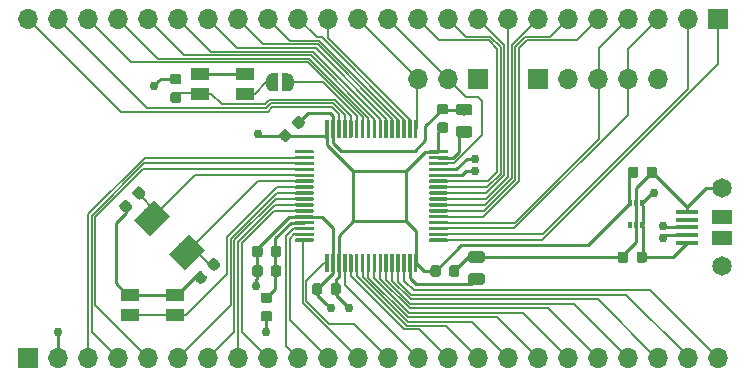
<source format=gbr>
G04 #@! TF.GenerationSoftware,KiCad,Pcbnew,(5.1.0-0)*
G04 #@! TF.CreationDate,2020-01-19T11:58:23-08:00*
G04 #@! TF.ProjectId,stm32_qfp64_breakout,73746d33-325f-4716-9670-36345f627265,rev?*
G04 #@! TF.SameCoordinates,Original*
G04 #@! TF.FileFunction,Copper,L1,Top*
G04 #@! TF.FilePolarity,Positive*
%FSLAX46Y46*%
G04 Gerber Fmt 4.6, Leading zero omitted, Abs format (unit mm)*
G04 Created by KiCad (PCBNEW (5.1.0-0)) date 2020-01-19 11:58:23*
%MOMM*%
%LPD*%
G04 APERTURE LIST*
%ADD10R,1.800000X1.200000*%
%ADD11C,1.650000*%
%ADD12R,1.850000X0.400000*%
%ADD13C,0.100000*%
%ADD14C,0.875000*%
%ADD15O,1.700000X1.700000*%
%ADD16R,1.700000X1.700000*%
%ADD17R,0.330000X0.500000*%
%ADD18R,1.600000X1.100000*%
%ADD19C,0.500000*%
%ADD20C,1.900000*%
%ADD21C,0.300000*%
%ADD22C,0.975000*%
%ADD23C,0.762000*%
%ADD24C,0.152400*%
%ADD25C,0.254000*%
G04 APERTURE END LIST*
D10*
X150241000Y-72252000D03*
X150241000Y-74052000D03*
D11*
X150241000Y-76452000D03*
D12*
X147241000Y-74452000D03*
X147241000Y-73802000D03*
X147241000Y-73152000D03*
X147241000Y-72502000D03*
X147241000Y-71852000D03*
D11*
X150241000Y-69852000D03*
D13*
G36*
X114343771Y-63710380D02*
G01*
X114365006Y-63713530D01*
X114385830Y-63718746D01*
X114406042Y-63725978D01*
X114425448Y-63735157D01*
X114443861Y-63746193D01*
X114461104Y-63758981D01*
X114477010Y-63773397D01*
X114839403Y-64135790D01*
X114853819Y-64151696D01*
X114866607Y-64168939D01*
X114877643Y-64187352D01*
X114886822Y-64206758D01*
X114894054Y-64226970D01*
X114899270Y-64247794D01*
X114902420Y-64269029D01*
X114903473Y-64290470D01*
X114902420Y-64311911D01*
X114899270Y-64333146D01*
X114894054Y-64353970D01*
X114886822Y-64374182D01*
X114877643Y-64393588D01*
X114866607Y-64412001D01*
X114853819Y-64429244D01*
X114839403Y-64445150D01*
X114530044Y-64754509D01*
X114514138Y-64768925D01*
X114496895Y-64781713D01*
X114478482Y-64792749D01*
X114459076Y-64801928D01*
X114438864Y-64809160D01*
X114418040Y-64814376D01*
X114396805Y-64817526D01*
X114375364Y-64818579D01*
X114353923Y-64817526D01*
X114332688Y-64814376D01*
X114311864Y-64809160D01*
X114291652Y-64801928D01*
X114272246Y-64792749D01*
X114253833Y-64781713D01*
X114236590Y-64768925D01*
X114220684Y-64754509D01*
X113858291Y-64392116D01*
X113843875Y-64376210D01*
X113831087Y-64358967D01*
X113820051Y-64340554D01*
X113810872Y-64321148D01*
X113803640Y-64300936D01*
X113798424Y-64280112D01*
X113795274Y-64258877D01*
X113794221Y-64237436D01*
X113795274Y-64215995D01*
X113798424Y-64194760D01*
X113803640Y-64173936D01*
X113810872Y-64153724D01*
X113820051Y-64134318D01*
X113831087Y-64115905D01*
X113843875Y-64098662D01*
X113858291Y-64082756D01*
X114167650Y-63773397D01*
X114183556Y-63758981D01*
X114200799Y-63746193D01*
X114219212Y-63735157D01*
X114238618Y-63725978D01*
X114258830Y-63718746D01*
X114279654Y-63713530D01*
X114300889Y-63710380D01*
X114322330Y-63709327D01*
X114343771Y-63710380D01*
X114343771Y-63710380D01*
G37*
D14*
X114348847Y-64263953D03*
D13*
G36*
X113230077Y-64824074D02*
G01*
X113251312Y-64827224D01*
X113272136Y-64832440D01*
X113292348Y-64839672D01*
X113311754Y-64848851D01*
X113330167Y-64859887D01*
X113347410Y-64872675D01*
X113363316Y-64887091D01*
X113725709Y-65249484D01*
X113740125Y-65265390D01*
X113752913Y-65282633D01*
X113763949Y-65301046D01*
X113773128Y-65320452D01*
X113780360Y-65340664D01*
X113785576Y-65361488D01*
X113788726Y-65382723D01*
X113789779Y-65404164D01*
X113788726Y-65425605D01*
X113785576Y-65446840D01*
X113780360Y-65467664D01*
X113773128Y-65487876D01*
X113763949Y-65507282D01*
X113752913Y-65525695D01*
X113740125Y-65542938D01*
X113725709Y-65558844D01*
X113416350Y-65868203D01*
X113400444Y-65882619D01*
X113383201Y-65895407D01*
X113364788Y-65906443D01*
X113345382Y-65915622D01*
X113325170Y-65922854D01*
X113304346Y-65928070D01*
X113283111Y-65931220D01*
X113261670Y-65932273D01*
X113240229Y-65931220D01*
X113218994Y-65928070D01*
X113198170Y-65922854D01*
X113177958Y-65915622D01*
X113158552Y-65906443D01*
X113140139Y-65895407D01*
X113122896Y-65882619D01*
X113106990Y-65868203D01*
X112744597Y-65505810D01*
X112730181Y-65489904D01*
X112717393Y-65472661D01*
X112706357Y-65454248D01*
X112697178Y-65434842D01*
X112689946Y-65414630D01*
X112684730Y-65393806D01*
X112681580Y-65372571D01*
X112680527Y-65351130D01*
X112681580Y-65329689D01*
X112684730Y-65308454D01*
X112689946Y-65287630D01*
X112697178Y-65267418D01*
X112706357Y-65248012D01*
X112717393Y-65229599D01*
X112730181Y-65212356D01*
X112744597Y-65196450D01*
X113053956Y-64887091D01*
X113069862Y-64872675D01*
X113087105Y-64859887D01*
X113105518Y-64848851D01*
X113124924Y-64839672D01*
X113145136Y-64832440D01*
X113165960Y-64827224D01*
X113187195Y-64824074D01*
X113208636Y-64823021D01*
X113230077Y-64824074D01*
X113230077Y-64824074D01*
G37*
D14*
X113235153Y-65377647D03*
D15*
X124460000Y-60579000D03*
X127000000Y-60579000D03*
D16*
X129540000Y-60579000D03*
D13*
G36*
X144502974Y-68002942D02*
G01*
X144524209Y-68006092D01*
X144545033Y-68011308D01*
X144565245Y-68018540D01*
X144584651Y-68027719D01*
X144603064Y-68038755D01*
X144620307Y-68051543D01*
X144636213Y-68065959D01*
X144650629Y-68081865D01*
X144663417Y-68099108D01*
X144674453Y-68117521D01*
X144683632Y-68136927D01*
X144690864Y-68157139D01*
X144696080Y-68177963D01*
X144699230Y-68199198D01*
X144700283Y-68220639D01*
X144700283Y-68733139D01*
X144699230Y-68754580D01*
X144696080Y-68775815D01*
X144690864Y-68796639D01*
X144683632Y-68816851D01*
X144674453Y-68836257D01*
X144663417Y-68854670D01*
X144650629Y-68871913D01*
X144636213Y-68887819D01*
X144620307Y-68902235D01*
X144603064Y-68915023D01*
X144584651Y-68926059D01*
X144565245Y-68935238D01*
X144545033Y-68942470D01*
X144524209Y-68947686D01*
X144502974Y-68950836D01*
X144481533Y-68951889D01*
X144044033Y-68951889D01*
X144022592Y-68950836D01*
X144001357Y-68947686D01*
X143980533Y-68942470D01*
X143960321Y-68935238D01*
X143940915Y-68926059D01*
X143922502Y-68915023D01*
X143905259Y-68902235D01*
X143889353Y-68887819D01*
X143874937Y-68871913D01*
X143862149Y-68854670D01*
X143851113Y-68836257D01*
X143841934Y-68816851D01*
X143834702Y-68796639D01*
X143829486Y-68775815D01*
X143826336Y-68754580D01*
X143825283Y-68733139D01*
X143825283Y-68220639D01*
X143826336Y-68199198D01*
X143829486Y-68177963D01*
X143834702Y-68157139D01*
X143841934Y-68136927D01*
X143851113Y-68117521D01*
X143862149Y-68099108D01*
X143874937Y-68081865D01*
X143889353Y-68065959D01*
X143905259Y-68051543D01*
X143922502Y-68038755D01*
X143940915Y-68027719D01*
X143960321Y-68018540D01*
X143980533Y-68011308D01*
X144001357Y-68006092D01*
X144022592Y-68002942D01*
X144044033Y-68001889D01*
X144481533Y-68001889D01*
X144502974Y-68002942D01*
X144502974Y-68002942D01*
G37*
D14*
X144262783Y-68476889D03*
D13*
G36*
X142927974Y-68002942D02*
G01*
X142949209Y-68006092D01*
X142970033Y-68011308D01*
X142990245Y-68018540D01*
X143009651Y-68027719D01*
X143028064Y-68038755D01*
X143045307Y-68051543D01*
X143061213Y-68065959D01*
X143075629Y-68081865D01*
X143088417Y-68099108D01*
X143099453Y-68117521D01*
X143108632Y-68136927D01*
X143115864Y-68157139D01*
X143121080Y-68177963D01*
X143124230Y-68199198D01*
X143125283Y-68220639D01*
X143125283Y-68733139D01*
X143124230Y-68754580D01*
X143121080Y-68775815D01*
X143115864Y-68796639D01*
X143108632Y-68816851D01*
X143099453Y-68836257D01*
X143088417Y-68854670D01*
X143075629Y-68871913D01*
X143061213Y-68887819D01*
X143045307Y-68902235D01*
X143028064Y-68915023D01*
X143009651Y-68926059D01*
X142990245Y-68935238D01*
X142970033Y-68942470D01*
X142949209Y-68947686D01*
X142927974Y-68950836D01*
X142906533Y-68951889D01*
X142469033Y-68951889D01*
X142447592Y-68950836D01*
X142426357Y-68947686D01*
X142405533Y-68942470D01*
X142385321Y-68935238D01*
X142365915Y-68926059D01*
X142347502Y-68915023D01*
X142330259Y-68902235D01*
X142314353Y-68887819D01*
X142299937Y-68871913D01*
X142287149Y-68854670D01*
X142276113Y-68836257D01*
X142266934Y-68816851D01*
X142259702Y-68796639D01*
X142254486Y-68775815D01*
X142251336Y-68754580D01*
X142250283Y-68733139D01*
X142250283Y-68220639D01*
X142251336Y-68199198D01*
X142254486Y-68177963D01*
X142259702Y-68157139D01*
X142266934Y-68136927D01*
X142276113Y-68117521D01*
X142287149Y-68099108D01*
X142299937Y-68081865D01*
X142314353Y-68065959D01*
X142330259Y-68051543D01*
X142347502Y-68038755D01*
X142365915Y-68027719D01*
X142385321Y-68018540D01*
X142405533Y-68011308D01*
X142426357Y-68006092D01*
X142447592Y-68002942D01*
X142469033Y-68001889D01*
X142906533Y-68001889D01*
X142927974Y-68002942D01*
X142927974Y-68002942D01*
G37*
D14*
X142687783Y-68476889D03*
D13*
G36*
X142069424Y-75187147D02*
G01*
X142090659Y-75190297D01*
X142111483Y-75195513D01*
X142131695Y-75202745D01*
X142151101Y-75211924D01*
X142169514Y-75222960D01*
X142186757Y-75235748D01*
X142202663Y-75250164D01*
X142217079Y-75266070D01*
X142229867Y-75283313D01*
X142240903Y-75301726D01*
X142250082Y-75321132D01*
X142257314Y-75341344D01*
X142262530Y-75362168D01*
X142265680Y-75383403D01*
X142266733Y-75404844D01*
X142266733Y-75917344D01*
X142265680Y-75938785D01*
X142262530Y-75960020D01*
X142257314Y-75980844D01*
X142250082Y-76001056D01*
X142240903Y-76020462D01*
X142229867Y-76038875D01*
X142217079Y-76056118D01*
X142202663Y-76072024D01*
X142186757Y-76086440D01*
X142169514Y-76099228D01*
X142151101Y-76110264D01*
X142131695Y-76119443D01*
X142111483Y-76126675D01*
X142090659Y-76131891D01*
X142069424Y-76135041D01*
X142047983Y-76136094D01*
X141610483Y-76136094D01*
X141589042Y-76135041D01*
X141567807Y-76131891D01*
X141546983Y-76126675D01*
X141526771Y-76119443D01*
X141507365Y-76110264D01*
X141488952Y-76099228D01*
X141471709Y-76086440D01*
X141455803Y-76072024D01*
X141441387Y-76056118D01*
X141428599Y-76038875D01*
X141417563Y-76020462D01*
X141408384Y-76001056D01*
X141401152Y-75980844D01*
X141395936Y-75960020D01*
X141392786Y-75938785D01*
X141391733Y-75917344D01*
X141391733Y-75404844D01*
X141392786Y-75383403D01*
X141395936Y-75362168D01*
X141401152Y-75341344D01*
X141408384Y-75321132D01*
X141417563Y-75301726D01*
X141428599Y-75283313D01*
X141441387Y-75266070D01*
X141455803Y-75250164D01*
X141471709Y-75235748D01*
X141488952Y-75222960D01*
X141507365Y-75211924D01*
X141526771Y-75202745D01*
X141546983Y-75195513D01*
X141567807Y-75190297D01*
X141589042Y-75187147D01*
X141610483Y-75186094D01*
X142047983Y-75186094D01*
X142069424Y-75187147D01*
X142069424Y-75187147D01*
G37*
D14*
X141829233Y-75661094D03*
D13*
G36*
X143644424Y-75187147D02*
G01*
X143665659Y-75190297D01*
X143686483Y-75195513D01*
X143706695Y-75202745D01*
X143726101Y-75211924D01*
X143744514Y-75222960D01*
X143761757Y-75235748D01*
X143777663Y-75250164D01*
X143792079Y-75266070D01*
X143804867Y-75283313D01*
X143815903Y-75301726D01*
X143825082Y-75321132D01*
X143832314Y-75341344D01*
X143837530Y-75362168D01*
X143840680Y-75383403D01*
X143841733Y-75404844D01*
X143841733Y-75917344D01*
X143840680Y-75938785D01*
X143837530Y-75960020D01*
X143832314Y-75980844D01*
X143825082Y-76001056D01*
X143815903Y-76020462D01*
X143804867Y-76038875D01*
X143792079Y-76056118D01*
X143777663Y-76072024D01*
X143761757Y-76086440D01*
X143744514Y-76099228D01*
X143726101Y-76110264D01*
X143706695Y-76119443D01*
X143686483Y-76126675D01*
X143665659Y-76131891D01*
X143644424Y-76135041D01*
X143622983Y-76136094D01*
X143185483Y-76136094D01*
X143164042Y-76135041D01*
X143142807Y-76131891D01*
X143121983Y-76126675D01*
X143101771Y-76119443D01*
X143082365Y-76110264D01*
X143063952Y-76099228D01*
X143046709Y-76086440D01*
X143030803Y-76072024D01*
X143016387Y-76056118D01*
X143003599Y-76038875D01*
X142992563Y-76020462D01*
X142983384Y-76001056D01*
X142976152Y-75980844D01*
X142970936Y-75960020D01*
X142967786Y-75938785D01*
X142966733Y-75917344D01*
X142966733Y-75404844D01*
X142967786Y-75383403D01*
X142970936Y-75362168D01*
X142976152Y-75341344D01*
X142983384Y-75321132D01*
X142992563Y-75301726D01*
X143003599Y-75283313D01*
X143016387Y-75266070D01*
X143030803Y-75250164D01*
X143046709Y-75235748D01*
X143063952Y-75222960D01*
X143082365Y-75211924D01*
X143101771Y-75202745D01*
X143121983Y-75195513D01*
X143142807Y-75190297D01*
X143164042Y-75187147D01*
X143185483Y-75186094D01*
X143622983Y-75186094D01*
X143644424Y-75187147D01*
X143644424Y-75187147D01*
G37*
D14*
X143404233Y-75661094D03*
D13*
G36*
X116165691Y-77885053D02*
G01*
X116186926Y-77888203D01*
X116207750Y-77893419D01*
X116227962Y-77900651D01*
X116247368Y-77909830D01*
X116265781Y-77920866D01*
X116283024Y-77933654D01*
X116298930Y-77948070D01*
X116313346Y-77963976D01*
X116326134Y-77981219D01*
X116337170Y-77999632D01*
X116346349Y-78019038D01*
X116353581Y-78039250D01*
X116358797Y-78060074D01*
X116361947Y-78081309D01*
X116363000Y-78102750D01*
X116363000Y-78615250D01*
X116361947Y-78636691D01*
X116358797Y-78657926D01*
X116353581Y-78678750D01*
X116346349Y-78698962D01*
X116337170Y-78718368D01*
X116326134Y-78736781D01*
X116313346Y-78754024D01*
X116298930Y-78769930D01*
X116283024Y-78784346D01*
X116265781Y-78797134D01*
X116247368Y-78808170D01*
X116227962Y-78817349D01*
X116207750Y-78824581D01*
X116186926Y-78829797D01*
X116165691Y-78832947D01*
X116144250Y-78834000D01*
X115706750Y-78834000D01*
X115685309Y-78832947D01*
X115664074Y-78829797D01*
X115643250Y-78824581D01*
X115623038Y-78817349D01*
X115603632Y-78808170D01*
X115585219Y-78797134D01*
X115567976Y-78784346D01*
X115552070Y-78769930D01*
X115537654Y-78754024D01*
X115524866Y-78736781D01*
X115513830Y-78718368D01*
X115504651Y-78698962D01*
X115497419Y-78678750D01*
X115492203Y-78657926D01*
X115489053Y-78636691D01*
X115488000Y-78615250D01*
X115488000Y-78102750D01*
X115489053Y-78081309D01*
X115492203Y-78060074D01*
X115497419Y-78039250D01*
X115504651Y-78019038D01*
X115513830Y-77999632D01*
X115524866Y-77981219D01*
X115537654Y-77963976D01*
X115552070Y-77948070D01*
X115567976Y-77933654D01*
X115585219Y-77920866D01*
X115603632Y-77909830D01*
X115623038Y-77900651D01*
X115643250Y-77893419D01*
X115664074Y-77888203D01*
X115685309Y-77885053D01*
X115706750Y-77884000D01*
X116144250Y-77884000D01*
X116165691Y-77885053D01*
X116165691Y-77885053D01*
G37*
D14*
X115925500Y-78359000D03*
D13*
G36*
X117740691Y-77885053D02*
G01*
X117761926Y-77888203D01*
X117782750Y-77893419D01*
X117802962Y-77900651D01*
X117822368Y-77909830D01*
X117840781Y-77920866D01*
X117858024Y-77933654D01*
X117873930Y-77948070D01*
X117888346Y-77963976D01*
X117901134Y-77981219D01*
X117912170Y-77999632D01*
X117921349Y-78019038D01*
X117928581Y-78039250D01*
X117933797Y-78060074D01*
X117936947Y-78081309D01*
X117938000Y-78102750D01*
X117938000Y-78615250D01*
X117936947Y-78636691D01*
X117933797Y-78657926D01*
X117928581Y-78678750D01*
X117921349Y-78698962D01*
X117912170Y-78718368D01*
X117901134Y-78736781D01*
X117888346Y-78754024D01*
X117873930Y-78769930D01*
X117858024Y-78784346D01*
X117840781Y-78797134D01*
X117822368Y-78808170D01*
X117802962Y-78817349D01*
X117782750Y-78824581D01*
X117761926Y-78829797D01*
X117740691Y-78832947D01*
X117719250Y-78834000D01*
X117281750Y-78834000D01*
X117260309Y-78832947D01*
X117239074Y-78829797D01*
X117218250Y-78824581D01*
X117198038Y-78817349D01*
X117178632Y-78808170D01*
X117160219Y-78797134D01*
X117142976Y-78784346D01*
X117127070Y-78769930D01*
X117112654Y-78754024D01*
X117099866Y-78736781D01*
X117088830Y-78718368D01*
X117079651Y-78698962D01*
X117072419Y-78678750D01*
X117067203Y-78657926D01*
X117064053Y-78636691D01*
X117063000Y-78615250D01*
X117063000Y-78102750D01*
X117064053Y-78081309D01*
X117067203Y-78060074D01*
X117072419Y-78039250D01*
X117079651Y-78019038D01*
X117088830Y-77999632D01*
X117099866Y-77981219D01*
X117112654Y-77963976D01*
X117127070Y-77948070D01*
X117142976Y-77933654D01*
X117160219Y-77920866D01*
X117178632Y-77909830D01*
X117198038Y-77900651D01*
X117218250Y-77893419D01*
X117239074Y-77888203D01*
X117260309Y-77885053D01*
X117281750Y-77884000D01*
X117719250Y-77884000D01*
X117740691Y-77885053D01*
X117740691Y-77885053D01*
G37*
D14*
X117500500Y-78359000D03*
D13*
G36*
X127773691Y-76361053D02*
G01*
X127794926Y-76364203D01*
X127815750Y-76369419D01*
X127835962Y-76376651D01*
X127855368Y-76385830D01*
X127873781Y-76396866D01*
X127891024Y-76409654D01*
X127906930Y-76424070D01*
X127921346Y-76439976D01*
X127934134Y-76457219D01*
X127945170Y-76475632D01*
X127954349Y-76495038D01*
X127961581Y-76515250D01*
X127966797Y-76536074D01*
X127969947Y-76557309D01*
X127971000Y-76578750D01*
X127971000Y-77091250D01*
X127969947Y-77112691D01*
X127966797Y-77133926D01*
X127961581Y-77154750D01*
X127954349Y-77174962D01*
X127945170Y-77194368D01*
X127934134Y-77212781D01*
X127921346Y-77230024D01*
X127906930Y-77245930D01*
X127891024Y-77260346D01*
X127873781Y-77273134D01*
X127855368Y-77284170D01*
X127835962Y-77293349D01*
X127815750Y-77300581D01*
X127794926Y-77305797D01*
X127773691Y-77308947D01*
X127752250Y-77310000D01*
X127314750Y-77310000D01*
X127293309Y-77308947D01*
X127272074Y-77305797D01*
X127251250Y-77300581D01*
X127231038Y-77293349D01*
X127211632Y-77284170D01*
X127193219Y-77273134D01*
X127175976Y-77260346D01*
X127160070Y-77245930D01*
X127145654Y-77230024D01*
X127132866Y-77212781D01*
X127121830Y-77194368D01*
X127112651Y-77174962D01*
X127105419Y-77154750D01*
X127100203Y-77133926D01*
X127097053Y-77112691D01*
X127096000Y-77091250D01*
X127096000Y-76578750D01*
X127097053Y-76557309D01*
X127100203Y-76536074D01*
X127105419Y-76515250D01*
X127112651Y-76495038D01*
X127121830Y-76475632D01*
X127132866Y-76457219D01*
X127145654Y-76439976D01*
X127160070Y-76424070D01*
X127175976Y-76409654D01*
X127193219Y-76396866D01*
X127211632Y-76385830D01*
X127231038Y-76376651D01*
X127251250Y-76369419D01*
X127272074Y-76364203D01*
X127293309Y-76361053D01*
X127314750Y-76360000D01*
X127752250Y-76360000D01*
X127773691Y-76361053D01*
X127773691Y-76361053D01*
G37*
D14*
X127533500Y-76835000D03*
D13*
G36*
X126198691Y-76361053D02*
G01*
X126219926Y-76364203D01*
X126240750Y-76369419D01*
X126260962Y-76376651D01*
X126280368Y-76385830D01*
X126298781Y-76396866D01*
X126316024Y-76409654D01*
X126331930Y-76424070D01*
X126346346Y-76439976D01*
X126359134Y-76457219D01*
X126370170Y-76475632D01*
X126379349Y-76495038D01*
X126386581Y-76515250D01*
X126391797Y-76536074D01*
X126394947Y-76557309D01*
X126396000Y-76578750D01*
X126396000Y-77091250D01*
X126394947Y-77112691D01*
X126391797Y-77133926D01*
X126386581Y-77154750D01*
X126379349Y-77174962D01*
X126370170Y-77194368D01*
X126359134Y-77212781D01*
X126346346Y-77230024D01*
X126331930Y-77245930D01*
X126316024Y-77260346D01*
X126298781Y-77273134D01*
X126280368Y-77284170D01*
X126260962Y-77293349D01*
X126240750Y-77300581D01*
X126219926Y-77305797D01*
X126198691Y-77308947D01*
X126177250Y-77310000D01*
X125739750Y-77310000D01*
X125718309Y-77308947D01*
X125697074Y-77305797D01*
X125676250Y-77300581D01*
X125656038Y-77293349D01*
X125636632Y-77284170D01*
X125618219Y-77273134D01*
X125600976Y-77260346D01*
X125585070Y-77245930D01*
X125570654Y-77230024D01*
X125557866Y-77212781D01*
X125546830Y-77194368D01*
X125537651Y-77174962D01*
X125530419Y-77154750D01*
X125525203Y-77133926D01*
X125522053Y-77112691D01*
X125521000Y-77091250D01*
X125521000Y-76578750D01*
X125522053Y-76557309D01*
X125525203Y-76536074D01*
X125530419Y-76515250D01*
X125537651Y-76495038D01*
X125546830Y-76475632D01*
X125557866Y-76457219D01*
X125570654Y-76439976D01*
X125585070Y-76424070D01*
X125600976Y-76409654D01*
X125618219Y-76396866D01*
X125636632Y-76385830D01*
X125656038Y-76376651D01*
X125676250Y-76369419D01*
X125697074Y-76364203D01*
X125718309Y-76361053D01*
X125739750Y-76360000D01*
X126177250Y-76360000D01*
X126198691Y-76361053D01*
X126198691Y-76361053D01*
G37*
D14*
X125958500Y-76835000D03*
D13*
G36*
X106043830Y-76836321D02*
G01*
X106065065Y-76839471D01*
X106085889Y-76844687D01*
X106106101Y-76851919D01*
X106125507Y-76861098D01*
X106143920Y-76872134D01*
X106161163Y-76884922D01*
X106177069Y-76899338D01*
X106539462Y-77261731D01*
X106553878Y-77277637D01*
X106566666Y-77294880D01*
X106577702Y-77313293D01*
X106586881Y-77332699D01*
X106594113Y-77352911D01*
X106599329Y-77373735D01*
X106602479Y-77394970D01*
X106603532Y-77416411D01*
X106602479Y-77437852D01*
X106599329Y-77459087D01*
X106594113Y-77479911D01*
X106586881Y-77500123D01*
X106577702Y-77519529D01*
X106566666Y-77537942D01*
X106553878Y-77555185D01*
X106539462Y-77571091D01*
X106230103Y-77880450D01*
X106214197Y-77894866D01*
X106196954Y-77907654D01*
X106178541Y-77918690D01*
X106159135Y-77927869D01*
X106138923Y-77935101D01*
X106118099Y-77940317D01*
X106096864Y-77943467D01*
X106075423Y-77944520D01*
X106053982Y-77943467D01*
X106032747Y-77940317D01*
X106011923Y-77935101D01*
X105991711Y-77927869D01*
X105972305Y-77918690D01*
X105953892Y-77907654D01*
X105936649Y-77894866D01*
X105920743Y-77880450D01*
X105558350Y-77518057D01*
X105543934Y-77502151D01*
X105531146Y-77484908D01*
X105520110Y-77466495D01*
X105510931Y-77447089D01*
X105503699Y-77426877D01*
X105498483Y-77406053D01*
X105495333Y-77384818D01*
X105494280Y-77363377D01*
X105495333Y-77341936D01*
X105498483Y-77320701D01*
X105503699Y-77299877D01*
X105510931Y-77279665D01*
X105520110Y-77260259D01*
X105531146Y-77241846D01*
X105543934Y-77224603D01*
X105558350Y-77208697D01*
X105867709Y-76899338D01*
X105883615Y-76884922D01*
X105900858Y-76872134D01*
X105919271Y-76861098D01*
X105938677Y-76851919D01*
X105958889Y-76844687D01*
X105979713Y-76839471D01*
X106000948Y-76836321D01*
X106022389Y-76835268D01*
X106043830Y-76836321D01*
X106043830Y-76836321D01*
G37*
D14*
X106048906Y-77389894D03*
D13*
G36*
X107157524Y-75722627D02*
G01*
X107178759Y-75725777D01*
X107199583Y-75730993D01*
X107219795Y-75738225D01*
X107239201Y-75747404D01*
X107257614Y-75758440D01*
X107274857Y-75771228D01*
X107290763Y-75785644D01*
X107653156Y-76148037D01*
X107667572Y-76163943D01*
X107680360Y-76181186D01*
X107691396Y-76199599D01*
X107700575Y-76219005D01*
X107707807Y-76239217D01*
X107713023Y-76260041D01*
X107716173Y-76281276D01*
X107717226Y-76302717D01*
X107716173Y-76324158D01*
X107713023Y-76345393D01*
X107707807Y-76366217D01*
X107700575Y-76386429D01*
X107691396Y-76405835D01*
X107680360Y-76424248D01*
X107667572Y-76441491D01*
X107653156Y-76457397D01*
X107343797Y-76766756D01*
X107327891Y-76781172D01*
X107310648Y-76793960D01*
X107292235Y-76804996D01*
X107272829Y-76814175D01*
X107252617Y-76821407D01*
X107231793Y-76826623D01*
X107210558Y-76829773D01*
X107189117Y-76830826D01*
X107167676Y-76829773D01*
X107146441Y-76826623D01*
X107125617Y-76821407D01*
X107105405Y-76814175D01*
X107085999Y-76804996D01*
X107067586Y-76793960D01*
X107050343Y-76781172D01*
X107034437Y-76766756D01*
X106672044Y-76404363D01*
X106657628Y-76388457D01*
X106644840Y-76371214D01*
X106633804Y-76352801D01*
X106624625Y-76333395D01*
X106617393Y-76313183D01*
X106612177Y-76292359D01*
X106609027Y-76271124D01*
X106607974Y-76249683D01*
X106609027Y-76228242D01*
X106612177Y-76207007D01*
X106617393Y-76186183D01*
X106624625Y-76165971D01*
X106633804Y-76146565D01*
X106644840Y-76128152D01*
X106657628Y-76110909D01*
X106672044Y-76095003D01*
X106981403Y-75785644D01*
X106997309Y-75771228D01*
X107014552Y-75758440D01*
X107032965Y-75747404D01*
X107052371Y-75738225D01*
X107072583Y-75730993D01*
X107093407Y-75725777D01*
X107114642Y-75722627D01*
X107136083Y-75721574D01*
X107157524Y-75722627D01*
X107157524Y-75722627D01*
G37*
D14*
X107162600Y-76276200D03*
D13*
G36*
X99719230Y-70791121D02*
G01*
X99740465Y-70794271D01*
X99761289Y-70799487D01*
X99781501Y-70806719D01*
X99800907Y-70815898D01*
X99819320Y-70826934D01*
X99836563Y-70839722D01*
X99852469Y-70854138D01*
X100214862Y-71216531D01*
X100229278Y-71232437D01*
X100242066Y-71249680D01*
X100253102Y-71268093D01*
X100262281Y-71287499D01*
X100269513Y-71307711D01*
X100274729Y-71328535D01*
X100277879Y-71349770D01*
X100278932Y-71371211D01*
X100277879Y-71392652D01*
X100274729Y-71413887D01*
X100269513Y-71434711D01*
X100262281Y-71454923D01*
X100253102Y-71474329D01*
X100242066Y-71492742D01*
X100229278Y-71509985D01*
X100214862Y-71525891D01*
X99905503Y-71835250D01*
X99889597Y-71849666D01*
X99872354Y-71862454D01*
X99853941Y-71873490D01*
X99834535Y-71882669D01*
X99814323Y-71889901D01*
X99793499Y-71895117D01*
X99772264Y-71898267D01*
X99750823Y-71899320D01*
X99729382Y-71898267D01*
X99708147Y-71895117D01*
X99687323Y-71889901D01*
X99667111Y-71882669D01*
X99647705Y-71873490D01*
X99629292Y-71862454D01*
X99612049Y-71849666D01*
X99596143Y-71835250D01*
X99233750Y-71472857D01*
X99219334Y-71456951D01*
X99206546Y-71439708D01*
X99195510Y-71421295D01*
X99186331Y-71401889D01*
X99179099Y-71381677D01*
X99173883Y-71360853D01*
X99170733Y-71339618D01*
X99169680Y-71318177D01*
X99170733Y-71296736D01*
X99173883Y-71275501D01*
X99179099Y-71254677D01*
X99186331Y-71234465D01*
X99195510Y-71215059D01*
X99206546Y-71196646D01*
X99219334Y-71179403D01*
X99233750Y-71163497D01*
X99543109Y-70854138D01*
X99559015Y-70839722D01*
X99576258Y-70826934D01*
X99594671Y-70815898D01*
X99614077Y-70806719D01*
X99634289Y-70799487D01*
X99655113Y-70794271D01*
X99676348Y-70791121D01*
X99697789Y-70790068D01*
X99719230Y-70791121D01*
X99719230Y-70791121D01*
G37*
D14*
X99724306Y-71344694D03*
D13*
G36*
X100832924Y-69677427D02*
G01*
X100854159Y-69680577D01*
X100874983Y-69685793D01*
X100895195Y-69693025D01*
X100914601Y-69702204D01*
X100933014Y-69713240D01*
X100950257Y-69726028D01*
X100966163Y-69740444D01*
X101328556Y-70102837D01*
X101342972Y-70118743D01*
X101355760Y-70135986D01*
X101366796Y-70154399D01*
X101375975Y-70173805D01*
X101383207Y-70194017D01*
X101388423Y-70214841D01*
X101391573Y-70236076D01*
X101392626Y-70257517D01*
X101391573Y-70278958D01*
X101388423Y-70300193D01*
X101383207Y-70321017D01*
X101375975Y-70341229D01*
X101366796Y-70360635D01*
X101355760Y-70379048D01*
X101342972Y-70396291D01*
X101328556Y-70412197D01*
X101019197Y-70721556D01*
X101003291Y-70735972D01*
X100986048Y-70748760D01*
X100967635Y-70759796D01*
X100948229Y-70768975D01*
X100928017Y-70776207D01*
X100907193Y-70781423D01*
X100885958Y-70784573D01*
X100864517Y-70785626D01*
X100843076Y-70784573D01*
X100821841Y-70781423D01*
X100801017Y-70776207D01*
X100780805Y-70768975D01*
X100761399Y-70759796D01*
X100742986Y-70748760D01*
X100725743Y-70735972D01*
X100709837Y-70721556D01*
X100347444Y-70359163D01*
X100333028Y-70343257D01*
X100320240Y-70326014D01*
X100309204Y-70307601D01*
X100300025Y-70288195D01*
X100292793Y-70267983D01*
X100287577Y-70247159D01*
X100284427Y-70225924D01*
X100283374Y-70204483D01*
X100284427Y-70183042D01*
X100287577Y-70161807D01*
X100292793Y-70140983D01*
X100300025Y-70120771D01*
X100309204Y-70101365D01*
X100320240Y-70082952D01*
X100333028Y-70065709D01*
X100347444Y-70049803D01*
X100656803Y-69740444D01*
X100672709Y-69726028D01*
X100689952Y-69713240D01*
X100708365Y-69702204D01*
X100727771Y-69693025D01*
X100747983Y-69685793D01*
X100768807Y-69680577D01*
X100790042Y-69677427D01*
X100811483Y-69676374D01*
X100832924Y-69677427D01*
X100832924Y-69677427D01*
G37*
D14*
X100838000Y-70231000D03*
D13*
G36*
X126845891Y-62682453D02*
G01*
X126867126Y-62685603D01*
X126887950Y-62690819D01*
X126908162Y-62698051D01*
X126927568Y-62707230D01*
X126945981Y-62718266D01*
X126963224Y-62731054D01*
X126979130Y-62745470D01*
X126993546Y-62761376D01*
X127006334Y-62778619D01*
X127017370Y-62797032D01*
X127026549Y-62816438D01*
X127033781Y-62836650D01*
X127038997Y-62857474D01*
X127042147Y-62878709D01*
X127043200Y-62900150D01*
X127043200Y-63337650D01*
X127042147Y-63359091D01*
X127038997Y-63380326D01*
X127033781Y-63401150D01*
X127026549Y-63421362D01*
X127017370Y-63440768D01*
X127006334Y-63459181D01*
X126993546Y-63476424D01*
X126979130Y-63492330D01*
X126963224Y-63506746D01*
X126945981Y-63519534D01*
X126927568Y-63530570D01*
X126908162Y-63539749D01*
X126887950Y-63546981D01*
X126867126Y-63552197D01*
X126845891Y-63555347D01*
X126824450Y-63556400D01*
X126311950Y-63556400D01*
X126290509Y-63555347D01*
X126269274Y-63552197D01*
X126248450Y-63546981D01*
X126228238Y-63539749D01*
X126208832Y-63530570D01*
X126190419Y-63519534D01*
X126173176Y-63506746D01*
X126157270Y-63492330D01*
X126142854Y-63476424D01*
X126130066Y-63459181D01*
X126119030Y-63440768D01*
X126109851Y-63421362D01*
X126102619Y-63401150D01*
X126097403Y-63380326D01*
X126094253Y-63359091D01*
X126093200Y-63337650D01*
X126093200Y-62900150D01*
X126094253Y-62878709D01*
X126097403Y-62857474D01*
X126102619Y-62836650D01*
X126109851Y-62816438D01*
X126119030Y-62797032D01*
X126130066Y-62778619D01*
X126142854Y-62761376D01*
X126157270Y-62745470D01*
X126173176Y-62731054D01*
X126190419Y-62718266D01*
X126208832Y-62707230D01*
X126228238Y-62698051D01*
X126248450Y-62690819D01*
X126269274Y-62685603D01*
X126290509Y-62682453D01*
X126311950Y-62681400D01*
X126824450Y-62681400D01*
X126845891Y-62682453D01*
X126845891Y-62682453D01*
G37*
D14*
X126568200Y-63118900D03*
D13*
G36*
X126845891Y-64257453D02*
G01*
X126867126Y-64260603D01*
X126887950Y-64265819D01*
X126908162Y-64273051D01*
X126927568Y-64282230D01*
X126945981Y-64293266D01*
X126963224Y-64306054D01*
X126979130Y-64320470D01*
X126993546Y-64336376D01*
X127006334Y-64353619D01*
X127017370Y-64372032D01*
X127026549Y-64391438D01*
X127033781Y-64411650D01*
X127038997Y-64432474D01*
X127042147Y-64453709D01*
X127043200Y-64475150D01*
X127043200Y-64912650D01*
X127042147Y-64934091D01*
X127038997Y-64955326D01*
X127033781Y-64976150D01*
X127026549Y-64996362D01*
X127017370Y-65015768D01*
X127006334Y-65034181D01*
X126993546Y-65051424D01*
X126979130Y-65067330D01*
X126963224Y-65081746D01*
X126945981Y-65094534D01*
X126927568Y-65105570D01*
X126908162Y-65114749D01*
X126887950Y-65121981D01*
X126867126Y-65127197D01*
X126845891Y-65130347D01*
X126824450Y-65131400D01*
X126311950Y-65131400D01*
X126290509Y-65130347D01*
X126269274Y-65127197D01*
X126248450Y-65121981D01*
X126228238Y-65114749D01*
X126208832Y-65105570D01*
X126190419Y-65094534D01*
X126173176Y-65081746D01*
X126157270Y-65067330D01*
X126142854Y-65051424D01*
X126130066Y-65034181D01*
X126119030Y-65015768D01*
X126109851Y-64996362D01*
X126102619Y-64976150D01*
X126097403Y-64955326D01*
X126094253Y-64934091D01*
X126093200Y-64912650D01*
X126093200Y-64475150D01*
X126094253Y-64453709D01*
X126097403Y-64432474D01*
X126102619Y-64411650D01*
X126109851Y-64391438D01*
X126119030Y-64372032D01*
X126130066Y-64353619D01*
X126142854Y-64336376D01*
X126157270Y-64320470D01*
X126173176Y-64306054D01*
X126190419Y-64293266D01*
X126208832Y-64282230D01*
X126228238Y-64273051D01*
X126248450Y-64265819D01*
X126269274Y-64260603D01*
X126290509Y-64257453D01*
X126311950Y-64256400D01*
X126824450Y-64256400D01*
X126845891Y-64257453D01*
X126845891Y-64257453D01*
G37*
D14*
X126568200Y-64693900D03*
D13*
G36*
X111108691Y-76361053D02*
G01*
X111129926Y-76364203D01*
X111150750Y-76369419D01*
X111170962Y-76376651D01*
X111190368Y-76385830D01*
X111208781Y-76396866D01*
X111226024Y-76409654D01*
X111241930Y-76424070D01*
X111256346Y-76439976D01*
X111269134Y-76457219D01*
X111280170Y-76475632D01*
X111289349Y-76495038D01*
X111296581Y-76515250D01*
X111301797Y-76536074D01*
X111304947Y-76557309D01*
X111306000Y-76578750D01*
X111306000Y-77091250D01*
X111304947Y-77112691D01*
X111301797Y-77133926D01*
X111296581Y-77154750D01*
X111289349Y-77174962D01*
X111280170Y-77194368D01*
X111269134Y-77212781D01*
X111256346Y-77230024D01*
X111241930Y-77245930D01*
X111226024Y-77260346D01*
X111208781Y-77273134D01*
X111190368Y-77284170D01*
X111170962Y-77293349D01*
X111150750Y-77300581D01*
X111129926Y-77305797D01*
X111108691Y-77308947D01*
X111087250Y-77310000D01*
X110649750Y-77310000D01*
X110628309Y-77308947D01*
X110607074Y-77305797D01*
X110586250Y-77300581D01*
X110566038Y-77293349D01*
X110546632Y-77284170D01*
X110528219Y-77273134D01*
X110510976Y-77260346D01*
X110495070Y-77245930D01*
X110480654Y-77230024D01*
X110467866Y-77212781D01*
X110456830Y-77194368D01*
X110447651Y-77174962D01*
X110440419Y-77154750D01*
X110435203Y-77133926D01*
X110432053Y-77112691D01*
X110431000Y-77091250D01*
X110431000Y-76578750D01*
X110432053Y-76557309D01*
X110435203Y-76536074D01*
X110440419Y-76515250D01*
X110447651Y-76495038D01*
X110456830Y-76475632D01*
X110467866Y-76457219D01*
X110480654Y-76439976D01*
X110495070Y-76424070D01*
X110510976Y-76409654D01*
X110528219Y-76396866D01*
X110546632Y-76385830D01*
X110566038Y-76376651D01*
X110586250Y-76369419D01*
X110607074Y-76364203D01*
X110628309Y-76361053D01*
X110649750Y-76360000D01*
X111087250Y-76360000D01*
X111108691Y-76361053D01*
X111108691Y-76361053D01*
G37*
D14*
X110868500Y-76835000D03*
D13*
G36*
X112683691Y-76361053D02*
G01*
X112704926Y-76364203D01*
X112725750Y-76369419D01*
X112745962Y-76376651D01*
X112765368Y-76385830D01*
X112783781Y-76396866D01*
X112801024Y-76409654D01*
X112816930Y-76424070D01*
X112831346Y-76439976D01*
X112844134Y-76457219D01*
X112855170Y-76475632D01*
X112864349Y-76495038D01*
X112871581Y-76515250D01*
X112876797Y-76536074D01*
X112879947Y-76557309D01*
X112881000Y-76578750D01*
X112881000Y-77091250D01*
X112879947Y-77112691D01*
X112876797Y-77133926D01*
X112871581Y-77154750D01*
X112864349Y-77174962D01*
X112855170Y-77194368D01*
X112844134Y-77212781D01*
X112831346Y-77230024D01*
X112816930Y-77245930D01*
X112801024Y-77260346D01*
X112783781Y-77273134D01*
X112765368Y-77284170D01*
X112745962Y-77293349D01*
X112725750Y-77300581D01*
X112704926Y-77305797D01*
X112683691Y-77308947D01*
X112662250Y-77310000D01*
X112224750Y-77310000D01*
X112203309Y-77308947D01*
X112182074Y-77305797D01*
X112161250Y-77300581D01*
X112141038Y-77293349D01*
X112121632Y-77284170D01*
X112103219Y-77273134D01*
X112085976Y-77260346D01*
X112070070Y-77245930D01*
X112055654Y-77230024D01*
X112042866Y-77212781D01*
X112031830Y-77194368D01*
X112022651Y-77174962D01*
X112015419Y-77154750D01*
X112010203Y-77133926D01*
X112007053Y-77112691D01*
X112006000Y-77091250D01*
X112006000Y-76578750D01*
X112007053Y-76557309D01*
X112010203Y-76536074D01*
X112015419Y-76515250D01*
X112022651Y-76495038D01*
X112031830Y-76475632D01*
X112042866Y-76457219D01*
X112055654Y-76439976D01*
X112070070Y-76424070D01*
X112085976Y-76409654D01*
X112103219Y-76396866D01*
X112121632Y-76385830D01*
X112141038Y-76376651D01*
X112161250Y-76369419D01*
X112182074Y-76364203D01*
X112203309Y-76361053D01*
X112224750Y-76360000D01*
X112662250Y-76360000D01*
X112683691Y-76361053D01*
X112683691Y-76361053D01*
G37*
D14*
X112443500Y-76835000D03*
D13*
G36*
X111108691Y-74710053D02*
G01*
X111129926Y-74713203D01*
X111150750Y-74718419D01*
X111170962Y-74725651D01*
X111190368Y-74734830D01*
X111208781Y-74745866D01*
X111226024Y-74758654D01*
X111241930Y-74773070D01*
X111256346Y-74788976D01*
X111269134Y-74806219D01*
X111280170Y-74824632D01*
X111289349Y-74844038D01*
X111296581Y-74864250D01*
X111301797Y-74885074D01*
X111304947Y-74906309D01*
X111306000Y-74927750D01*
X111306000Y-75440250D01*
X111304947Y-75461691D01*
X111301797Y-75482926D01*
X111296581Y-75503750D01*
X111289349Y-75523962D01*
X111280170Y-75543368D01*
X111269134Y-75561781D01*
X111256346Y-75579024D01*
X111241930Y-75594930D01*
X111226024Y-75609346D01*
X111208781Y-75622134D01*
X111190368Y-75633170D01*
X111170962Y-75642349D01*
X111150750Y-75649581D01*
X111129926Y-75654797D01*
X111108691Y-75657947D01*
X111087250Y-75659000D01*
X110649750Y-75659000D01*
X110628309Y-75657947D01*
X110607074Y-75654797D01*
X110586250Y-75649581D01*
X110566038Y-75642349D01*
X110546632Y-75633170D01*
X110528219Y-75622134D01*
X110510976Y-75609346D01*
X110495070Y-75594930D01*
X110480654Y-75579024D01*
X110467866Y-75561781D01*
X110456830Y-75543368D01*
X110447651Y-75523962D01*
X110440419Y-75503750D01*
X110435203Y-75482926D01*
X110432053Y-75461691D01*
X110431000Y-75440250D01*
X110431000Y-74927750D01*
X110432053Y-74906309D01*
X110435203Y-74885074D01*
X110440419Y-74864250D01*
X110447651Y-74844038D01*
X110456830Y-74824632D01*
X110467866Y-74806219D01*
X110480654Y-74788976D01*
X110495070Y-74773070D01*
X110510976Y-74758654D01*
X110528219Y-74745866D01*
X110546632Y-74734830D01*
X110566038Y-74725651D01*
X110586250Y-74718419D01*
X110607074Y-74713203D01*
X110628309Y-74710053D01*
X110649750Y-74709000D01*
X111087250Y-74709000D01*
X111108691Y-74710053D01*
X111108691Y-74710053D01*
G37*
D14*
X110868500Y-75184000D03*
D13*
G36*
X112683691Y-74710053D02*
G01*
X112704926Y-74713203D01*
X112725750Y-74718419D01*
X112745962Y-74725651D01*
X112765368Y-74734830D01*
X112783781Y-74745866D01*
X112801024Y-74758654D01*
X112816930Y-74773070D01*
X112831346Y-74788976D01*
X112844134Y-74806219D01*
X112855170Y-74824632D01*
X112864349Y-74844038D01*
X112871581Y-74864250D01*
X112876797Y-74885074D01*
X112879947Y-74906309D01*
X112881000Y-74927750D01*
X112881000Y-75440250D01*
X112879947Y-75461691D01*
X112876797Y-75482926D01*
X112871581Y-75503750D01*
X112864349Y-75523962D01*
X112855170Y-75543368D01*
X112844134Y-75561781D01*
X112831346Y-75579024D01*
X112816930Y-75594930D01*
X112801024Y-75609346D01*
X112783781Y-75622134D01*
X112765368Y-75633170D01*
X112745962Y-75642349D01*
X112725750Y-75649581D01*
X112704926Y-75654797D01*
X112683691Y-75657947D01*
X112662250Y-75659000D01*
X112224750Y-75659000D01*
X112203309Y-75657947D01*
X112182074Y-75654797D01*
X112161250Y-75649581D01*
X112141038Y-75642349D01*
X112121632Y-75633170D01*
X112103219Y-75622134D01*
X112085976Y-75609346D01*
X112070070Y-75594930D01*
X112055654Y-75579024D01*
X112042866Y-75561781D01*
X112031830Y-75543368D01*
X112022651Y-75523962D01*
X112015419Y-75503750D01*
X112010203Y-75482926D01*
X112007053Y-75461691D01*
X112006000Y-75440250D01*
X112006000Y-74927750D01*
X112007053Y-74906309D01*
X112010203Y-74885074D01*
X112015419Y-74864250D01*
X112022651Y-74844038D01*
X112031830Y-74824632D01*
X112042866Y-74806219D01*
X112055654Y-74788976D01*
X112070070Y-74773070D01*
X112085976Y-74758654D01*
X112103219Y-74745866D01*
X112121632Y-74734830D01*
X112141038Y-74725651D01*
X112161250Y-74718419D01*
X112182074Y-74713203D01*
X112203309Y-74710053D01*
X112224750Y-74709000D01*
X112662250Y-74709000D01*
X112683691Y-74710053D01*
X112683691Y-74710053D01*
G37*
D14*
X112443500Y-75184000D03*
D17*
X143424956Y-72910768D03*
X142424956Y-72910768D03*
X142924956Y-71110768D03*
X142424956Y-71110768D03*
X143424956Y-71110768D03*
X142924956Y-72910768D03*
D18*
X100093089Y-78855979D03*
X100093089Y-80557779D03*
X103893089Y-78856879D03*
X103893089Y-80557779D03*
D15*
X149860000Y-84201000D03*
X147320000Y-84201000D03*
X144780000Y-84201000D03*
X142240000Y-84201000D03*
X139700000Y-84201000D03*
X137160000Y-84201000D03*
X134620000Y-84201000D03*
X132080000Y-84201000D03*
X129540000Y-84201000D03*
X127000000Y-84201000D03*
X124460000Y-84201000D03*
X121920000Y-84201000D03*
X119380000Y-84201000D03*
X116840000Y-84201000D03*
X114300000Y-84201000D03*
X111760000Y-84201000D03*
X109220000Y-84201000D03*
X106680000Y-84201000D03*
X104140000Y-84201000D03*
X101600000Y-84201000D03*
X99060000Y-84201000D03*
X96520000Y-84201000D03*
X93980000Y-84201000D03*
D16*
X91440000Y-84201000D03*
D18*
X105999200Y-60134500D03*
X105999200Y-61836300D03*
X109799200Y-60135400D03*
X109799200Y-61836300D03*
D19*
X113426000Y-60858400D03*
D13*
G36*
X113426000Y-60109002D02*
G01*
X113450534Y-60109002D01*
X113499365Y-60113812D01*
X113547490Y-60123384D01*
X113594445Y-60137628D01*
X113639778Y-60156405D01*
X113683051Y-60179536D01*
X113723850Y-60206796D01*
X113761779Y-60237924D01*
X113796476Y-60272621D01*
X113827604Y-60310550D01*
X113854864Y-60351349D01*
X113877995Y-60394622D01*
X113896772Y-60439955D01*
X113911016Y-60486910D01*
X113920588Y-60535035D01*
X113925398Y-60583866D01*
X113925398Y-60608400D01*
X113926000Y-60608400D01*
X113926000Y-61108400D01*
X113925398Y-61108400D01*
X113925398Y-61132934D01*
X113920588Y-61181765D01*
X113911016Y-61229890D01*
X113896772Y-61276845D01*
X113877995Y-61322178D01*
X113854864Y-61365451D01*
X113827604Y-61406250D01*
X113796476Y-61444179D01*
X113761779Y-61478876D01*
X113723850Y-61510004D01*
X113683051Y-61537264D01*
X113639778Y-61560395D01*
X113594445Y-61579172D01*
X113547490Y-61593416D01*
X113499365Y-61602988D01*
X113450534Y-61607798D01*
X113426000Y-61607798D01*
X113426000Y-61608400D01*
X112926000Y-61608400D01*
X112926000Y-60108400D01*
X113426000Y-60108400D01*
X113426000Y-60109002D01*
X113426000Y-60109002D01*
G37*
D19*
X112126000Y-60858400D03*
D13*
G36*
X112626000Y-61608400D02*
G01*
X112126000Y-61608400D01*
X112126000Y-61607798D01*
X112101466Y-61607798D01*
X112052635Y-61602988D01*
X112004510Y-61593416D01*
X111957555Y-61579172D01*
X111912222Y-61560395D01*
X111868949Y-61537264D01*
X111828150Y-61510004D01*
X111790221Y-61478876D01*
X111755524Y-61444179D01*
X111724396Y-61406250D01*
X111697136Y-61365451D01*
X111674005Y-61322178D01*
X111655228Y-61276845D01*
X111640984Y-61229890D01*
X111631412Y-61181765D01*
X111626602Y-61132934D01*
X111626602Y-61108400D01*
X111626000Y-61108400D01*
X111626000Y-60608400D01*
X111626602Y-60608400D01*
X111626602Y-60583866D01*
X111631412Y-60535035D01*
X111640984Y-60486910D01*
X111655228Y-60439955D01*
X111674005Y-60394622D01*
X111697136Y-60351349D01*
X111724396Y-60310550D01*
X111755524Y-60272621D01*
X111790221Y-60237924D01*
X111828150Y-60206796D01*
X111868949Y-60179536D01*
X111912222Y-60156405D01*
X111957555Y-60137628D01*
X112004510Y-60123384D01*
X112052635Y-60113812D01*
X112101466Y-60109002D01*
X112126000Y-60109002D01*
X112126000Y-60108400D01*
X112626000Y-60108400D01*
X112626000Y-61608400D01*
X112626000Y-61608400D01*
G37*
G36*
X104239891Y-60142453D02*
G01*
X104261126Y-60145603D01*
X104281950Y-60150819D01*
X104302162Y-60158051D01*
X104321568Y-60167230D01*
X104339981Y-60178266D01*
X104357224Y-60191054D01*
X104373130Y-60205470D01*
X104387546Y-60221376D01*
X104400334Y-60238619D01*
X104411370Y-60257032D01*
X104420549Y-60276438D01*
X104427781Y-60296650D01*
X104432997Y-60317474D01*
X104436147Y-60338709D01*
X104437200Y-60360150D01*
X104437200Y-60797650D01*
X104436147Y-60819091D01*
X104432997Y-60840326D01*
X104427781Y-60861150D01*
X104420549Y-60881362D01*
X104411370Y-60900768D01*
X104400334Y-60919181D01*
X104387546Y-60936424D01*
X104373130Y-60952330D01*
X104357224Y-60966746D01*
X104339981Y-60979534D01*
X104321568Y-60990570D01*
X104302162Y-60999749D01*
X104281950Y-61006981D01*
X104261126Y-61012197D01*
X104239891Y-61015347D01*
X104218450Y-61016400D01*
X103705950Y-61016400D01*
X103684509Y-61015347D01*
X103663274Y-61012197D01*
X103642450Y-61006981D01*
X103622238Y-60999749D01*
X103602832Y-60990570D01*
X103584419Y-60979534D01*
X103567176Y-60966746D01*
X103551270Y-60952330D01*
X103536854Y-60936424D01*
X103524066Y-60919181D01*
X103513030Y-60900768D01*
X103503851Y-60881362D01*
X103496619Y-60861150D01*
X103491403Y-60840326D01*
X103488253Y-60819091D01*
X103487200Y-60797650D01*
X103487200Y-60360150D01*
X103488253Y-60338709D01*
X103491403Y-60317474D01*
X103496619Y-60296650D01*
X103503851Y-60276438D01*
X103513030Y-60257032D01*
X103524066Y-60238619D01*
X103536854Y-60221376D01*
X103551270Y-60205470D01*
X103567176Y-60191054D01*
X103584419Y-60178266D01*
X103602832Y-60167230D01*
X103622238Y-60158051D01*
X103642450Y-60150819D01*
X103663274Y-60145603D01*
X103684509Y-60142453D01*
X103705950Y-60141400D01*
X104218450Y-60141400D01*
X104239891Y-60142453D01*
X104239891Y-60142453D01*
G37*
D14*
X103962200Y-60578900D03*
D13*
G36*
X104239891Y-61717453D02*
G01*
X104261126Y-61720603D01*
X104281950Y-61725819D01*
X104302162Y-61733051D01*
X104321568Y-61742230D01*
X104339981Y-61753266D01*
X104357224Y-61766054D01*
X104373130Y-61780470D01*
X104387546Y-61796376D01*
X104400334Y-61813619D01*
X104411370Y-61832032D01*
X104420549Y-61851438D01*
X104427781Y-61871650D01*
X104432997Y-61892474D01*
X104436147Y-61913709D01*
X104437200Y-61935150D01*
X104437200Y-62372650D01*
X104436147Y-62394091D01*
X104432997Y-62415326D01*
X104427781Y-62436150D01*
X104420549Y-62456362D01*
X104411370Y-62475768D01*
X104400334Y-62494181D01*
X104387546Y-62511424D01*
X104373130Y-62527330D01*
X104357224Y-62541746D01*
X104339981Y-62554534D01*
X104321568Y-62565570D01*
X104302162Y-62574749D01*
X104281950Y-62581981D01*
X104261126Y-62587197D01*
X104239891Y-62590347D01*
X104218450Y-62591400D01*
X103705950Y-62591400D01*
X103684509Y-62590347D01*
X103663274Y-62587197D01*
X103642450Y-62581981D01*
X103622238Y-62574749D01*
X103602832Y-62565570D01*
X103584419Y-62554534D01*
X103567176Y-62541746D01*
X103551270Y-62527330D01*
X103536854Y-62511424D01*
X103524066Y-62494181D01*
X103513030Y-62475768D01*
X103503851Y-62456362D01*
X103496619Y-62436150D01*
X103491403Y-62415326D01*
X103488253Y-62394091D01*
X103487200Y-62372650D01*
X103487200Y-61935150D01*
X103488253Y-61913709D01*
X103491403Y-61892474D01*
X103496619Y-61871650D01*
X103503851Y-61851438D01*
X103513030Y-61832032D01*
X103524066Y-61813619D01*
X103536854Y-61796376D01*
X103551270Y-61780470D01*
X103567176Y-61766054D01*
X103584419Y-61753266D01*
X103602832Y-61742230D01*
X103622238Y-61733051D01*
X103642450Y-61725819D01*
X103663274Y-61720603D01*
X103684509Y-61717453D01*
X103705950Y-61716400D01*
X104218450Y-61716400D01*
X104239891Y-61717453D01*
X104239891Y-61717453D01*
G37*
D14*
X103962200Y-62153900D03*
D20*
X101977462Y-72361062D03*
D13*
G36*
X100457182Y-72537839D02*
G01*
X102154239Y-70840782D01*
X103497742Y-72184285D01*
X101800685Y-73881342D01*
X100457182Y-72537839D01*
X100457182Y-72537839D01*
G37*
D20*
X104876600Y-75260200D03*
D13*
G36*
X103356320Y-75436977D02*
G01*
X105053377Y-73739920D01*
X106396880Y-75083423D01*
X104699823Y-76780480D01*
X103356320Y-75436977D01*
X103356320Y-75436977D01*
G37*
G36*
X116855351Y-64035361D02*
G01*
X116862632Y-64036441D01*
X116869771Y-64038229D01*
X116876701Y-64040709D01*
X116883355Y-64043856D01*
X116889668Y-64047640D01*
X116895579Y-64052024D01*
X116901033Y-64056967D01*
X116905976Y-64062421D01*
X116910360Y-64068332D01*
X116914144Y-64074645D01*
X116917291Y-64081299D01*
X116919771Y-64088229D01*
X116921559Y-64095368D01*
X116922639Y-64102649D01*
X116923000Y-64110000D01*
X116923000Y-65510000D01*
X116922639Y-65517351D01*
X116921559Y-65524632D01*
X116919771Y-65531771D01*
X116917291Y-65538701D01*
X116914144Y-65545355D01*
X116910360Y-65551668D01*
X116905976Y-65557579D01*
X116901033Y-65563033D01*
X116895579Y-65567976D01*
X116889668Y-65572360D01*
X116883355Y-65576144D01*
X116876701Y-65579291D01*
X116869771Y-65581771D01*
X116862632Y-65583559D01*
X116855351Y-65584639D01*
X116848000Y-65585000D01*
X116698000Y-65585000D01*
X116690649Y-65584639D01*
X116683368Y-65583559D01*
X116676229Y-65581771D01*
X116669299Y-65579291D01*
X116662645Y-65576144D01*
X116656332Y-65572360D01*
X116650421Y-65567976D01*
X116644967Y-65563033D01*
X116640024Y-65557579D01*
X116635640Y-65551668D01*
X116631856Y-65545355D01*
X116628709Y-65538701D01*
X116626229Y-65531771D01*
X116624441Y-65524632D01*
X116623361Y-65517351D01*
X116623000Y-65510000D01*
X116623000Y-64110000D01*
X116623361Y-64102649D01*
X116624441Y-64095368D01*
X116626229Y-64088229D01*
X116628709Y-64081299D01*
X116631856Y-64074645D01*
X116635640Y-64068332D01*
X116640024Y-64062421D01*
X116644967Y-64056967D01*
X116650421Y-64052024D01*
X116656332Y-64047640D01*
X116662645Y-64043856D01*
X116669299Y-64040709D01*
X116676229Y-64038229D01*
X116683368Y-64036441D01*
X116690649Y-64035361D01*
X116698000Y-64035000D01*
X116848000Y-64035000D01*
X116855351Y-64035361D01*
X116855351Y-64035361D01*
G37*
D21*
X116773000Y-64810000D03*
D13*
G36*
X117355351Y-64035361D02*
G01*
X117362632Y-64036441D01*
X117369771Y-64038229D01*
X117376701Y-64040709D01*
X117383355Y-64043856D01*
X117389668Y-64047640D01*
X117395579Y-64052024D01*
X117401033Y-64056967D01*
X117405976Y-64062421D01*
X117410360Y-64068332D01*
X117414144Y-64074645D01*
X117417291Y-64081299D01*
X117419771Y-64088229D01*
X117421559Y-64095368D01*
X117422639Y-64102649D01*
X117423000Y-64110000D01*
X117423000Y-65510000D01*
X117422639Y-65517351D01*
X117421559Y-65524632D01*
X117419771Y-65531771D01*
X117417291Y-65538701D01*
X117414144Y-65545355D01*
X117410360Y-65551668D01*
X117405976Y-65557579D01*
X117401033Y-65563033D01*
X117395579Y-65567976D01*
X117389668Y-65572360D01*
X117383355Y-65576144D01*
X117376701Y-65579291D01*
X117369771Y-65581771D01*
X117362632Y-65583559D01*
X117355351Y-65584639D01*
X117348000Y-65585000D01*
X117198000Y-65585000D01*
X117190649Y-65584639D01*
X117183368Y-65583559D01*
X117176229Y-65581771D01*
X117169299Y-65579291D01*
X117162645Y-65576144D01*
X117156332Y-65572360D01*
X117150421Y-65567976D01*
X117144967Y-65563033D01*
X117140024Y-65557579D01*
X117135640Y-65551668D01*
X117131856Y-65545355D01*
X117128709Y-65538701D01*
X117126229Y-65531771D01*
X117124441Y-65524632D01*
X117123361Y-65517351D01*
X117123000Y-65510000D01*
X117123000Y-64110000D01*
X117123361Y-64102649D01*
X117124441Y-64095368D01*
X117126229Y-64088229D01*
X117128709Y-64081299D01*
X117131856Y-64074645D01*
X117135640Y-64068332D01*
X117140024Y-64062421D01*
X117144967Y-64056967D01*
X117150421Y-64052024D01*
X117156332Y-64047640D01*
X117162645Y-64043856D01*
X117169299Y-64040709D01*
X117176229Y-64038229D01*
X117183368Y-64036441D01*
X117190649Y-64035361D01*
X117198000Y-64035000D01*
X117348000Y-64035000D01*
X117355351Y-64035361D01*
X117355351Y-64035361D01*
G37*
D21*
X117273000Y-64810000D03*
D13*
G36*
X117855351Y-64035361D02*
G01*
X117862632Y-64036441D01*
X117869771Y-64038229D01*
X117876701Y-64040709D01*
X117883355Y-64043856D01*
X117889668Y-64047640D01*
X117895579Y-64052024D01*
X117901033Y-64056967D01*
X117905976Y-64062421D01*
X117910360Y-64068332D01*
X117914144Y-64074645D01*
X117917291Y-64081299D01*
X117919771Y-64088229D01*
X117921559Y-64095368D01*
X117922639Y-64102649D01*
X117923000Y-64110000D01*
X117923000Y-65510000D01*
X117922639Y-65517351D01*
X117921559Y-65524632D01*
X117919771Y-65531771D01*
X117917291Y-65538701D01*
X117914144Y-65545355D01*
X117910360Y-65551668D01*
X117905976Y-65557579D01*
X117901033Y-65563033D01*
X117895579Y-65567976D01*
X117889668Y-65572360D01*
X117883355Y-65576144D01*
X117876701Y-65579291D01*
X117869771Y-65581771D01*
X117862632Y-65583559D01*
X117855351Y-65584639D01*
X117848000Y-65585000D01*
X117698000Y-65585000D01*
X117690649Y-65584639D01*
X117683368Y-65583559D01*
X117676229Y-65581771D01*
X117669299Y-65579291D01*
X117662645Y-65576144D01*
X117656332Y-65572360D01*
X117650421Y-65567976D01*
X117644967Y-65563033D01*
X117640024Y-65557579D01*
X117635640Y-65551668D01*
X117631856Y-65545355D01*
X117628709Y-65538701D01*
X117626229Y-65531771D01*
X117624441Y-65524632D01*
X117623361Y-65517351D01*
X117623000Y-65510000D01*
X117623000Y-64110000D01*
X117623361Y-64102649D01*
X117624441Y-64095368D01*
X117626229Y-64088229D01*
X117628709Y-64081299D01*
X117631856Y-64074645D01*
X117635640Y-64068332D01*
X117640024Y-64062421D01*
X117644967Y-64056967D01*
X117650421Y-64052024D01*
X117656332Y-64047640D01*
X117662645Y-64043856D01*
X117669299Y-64040709D01*
X117676229Y-64038229D01*
X117683368Y-64036441D01*
X117690649Y-64035361D01*
X117698000Y-64035000D01*
X117848000Y-64035000D01*
X117855351Y-64035361D01*
X117855351Y-64035361D01*
G37*
D21*
X117773000Y-64810000D03*
D13*
G36*
X118355351Y-64035361D02*
G01*
X118362632Y-64036441D01*
X118369771Y-64038229D01*
X118376701Y-64040709D01*
X118383355Y-64043856D01*
X118389668Y-64047640D01*
X118395579Y-64052024D01*
X118401033Y-64056967D01*
X118405976Y-64062421D01*
X118410360Y-64068332D01*
X118414144Y-64074645D01*
X118417291Y-64081299D01*
X118419771Y-64088229D01*
X118421559Y-64095368D01*
X118422639Y-64102649D01*
X118423000Y-64110000D01*
X118423000Y-65510000D01*
X118422639Y-65517351D01*
X118421559Y-65524632D01*
X118419771Y-65531771D01*
X118417291Y-65538701D01*
X118414144Y-65545355D01*
X118410360Y-65551668D01*
X118405976Y-65557579D01*
X118401033Y-65563033D01*
X118395579Y-65567976D01*
X118389668Y-65572360D01*
X118383355Y-65576144D01*
X118376701Y-65579291D01*
X118369771Y-65581771D01*
X118362632Y-65583559D01*
X118355351Y-65584639D01*
X118348000Y-65585000D01*
X118198000Y-65585000D01*
X118190649Y-65584639D01*
X118183368Y-65583559D01*
X118176229Y-65581771D01*
X118169299Y-65579291D01*
X118162645Y-65576144D01*
X118156332Y-65572360D01*
X118150421Y-65567976D01*
X118144967Y-65563033D01*
X118140024Y-65557579D01*
X118135640Y-65551668D01*
X118131856Y-65545355D01*
X118128709Y-65538701D01*
X118126229Y-65531771D01*
X118124441Y-65524632D01*
X118123361Y-65517351D01*
X118123000Y-65510000D01*
X118123000Y-64110000D01*
X118123361Y-64102649D01*
X118124441Y-64095368D01*
X118126229Y-64088229D01*
X118128709Y-64081299D01*
X118131856Y-64074645D01*
X118135640Y-64068332D01*
X118140024Y-64062421D01*
X118144967Y-64056967D01*
X118150421Y-64052024D01*
X118156332Y-64047640D01*
X118162645Y-64043856D01*
X118169299Y-64040709D01*
X118176229Y-64038229D01*
X118183368Y-64036441D01*
X118190649Y-64035361D01*
X118198000Y-64035000D01*
X118348000Y-64035000D01*
X118355351Y-64035361D01*
X118355351Y-64035361D01*
G37*
D21*
X118273000Y-64810000D03*
D13*
G36*
X118855351Y-64035361D02*
G01*
X118862632Y-64036441D01*
X118869771Y-64038229D01*
X118876701Y-64040709D01*
X118883355Y-64043856D01*
X118889668Y-64047640D01*
X118895579Y-64052024D01*
X118901033Y-64056967D01*
X118905976Y-64062421D01*
X118910360Y-64068332D01*
X118914144Y-64074645D01*
X118917291Y-64081299D01*
X118919771Y-64088229D01*
X118921559Y-64095368D01*
X118922639Y-64102649D01*
X118923000Y-64110000D01*
X118923000Y-65510000D01*
X118922639Y-65517351D01*
X118921559Y-65524632D01*
X118919771Y-65531771D01*
X118917291Y-65538701D01*
X118914144Y-65545355D01*
X118910360Y-65551668D01*
X118905976Y-65557579D01*
X118901033Y-65563033D01*
X118895579Y-65567976D01*
X118889668Y-65572360D01*
X118883355Y-65576144D01*
X118876701Y-65579291D01*
X118869771Y-65581771D01*
X118862632Y-65583559D01*
X118855351Y-65584639D01*
X118848000Y-65585000D01*
X118698000Y-65585000D01*
X118690649Y-65584639D01*
X118683368Y-65583559D01*
X118676229Y-65581771D01*
X118669299Y-65579291D01*
X118662645Y-65576144D01*
X118656332Y-65572360D01*
X118650421Y-65567976D01*
X118644967Y-65563033D01*
X118640024Y-65557579D01*
X118635640Y-65551668D01*
X118631856Y-65545355D01*
X118628709Y-65538701D01*
X118626229Y-65531771D01*
X118624441Y-65524632D01*
X118623361Y-65517351D01*
X118623000Y-65510000D01*
X118623000Y-64110000D01*
X118623361Y-64102649D01*
X118624441Y-64095368D01*
X118626229Y-64088229D01*
X118628709Y-64081299D01*
X118631856Y-64074645D01*
X118635640Y-64068332D01*
X118640024Y-64062421D01*
X118644967Y-64056967D01*
X118650421Y-64052024D01*
X118656332Y-64047640D01*
X118662645Y-64043856D01*
X118669299Y-64040709D01*
X118676229Y-64038229D01*
X118683368Y-64036441D01*
X118690649Y-64035361D01*
X118698000Y-64035000D01*
X118848000Y-64035000D01*
X118855351Y-64035361D01*
X118855351Y-64035361D01*
G37*
D21*
X118773000Y-64810000D03*
D13*
G36*
X119355351Y-64035361D02*
G01*
X119362632Y-64036441D01*
X119369771Y-64038229D01*
X119376701Y-64040709D01*
X119383355Y-64043856D01*
X119389668Y-64047640D01*
X119395579Y-64052024D01*
X119401033Y-64056967D01*
X119405976Y-64062421D01*
X119410360Y-64068332D01*
X119414144Y-64074645D01*
X119417291Y-64081299D01*
X119419771Y-64088229D01*
X119421559Y-64095368D01*
X119422639Y-64102649D01*
X119423000Y-64110000D01*
X119423000Y-65510000D01*
X119422639Y-65517351D01*
X119421559Y-65524632D01*
X119419771Y-65531771D01*
X119417291Y-65538701D01*
X119414144Y-65545355D01*
X119410360Y-65551668D01*
X119405976Y-65557579D01*
X119401033Y-65563033D01*
X119395579Y-65567976D01*
X119389668Y-65572360D01*
X119383355Y-65576144D01*
X119376701Y-65579291D01*
X119369771Y-65581771D01*
X119362632Y-65583559D01*
X119355351Y-65584639D01*
X119348000Y-65585000D01*
X119198000Y-65585000D01*
X119190649Y-65584639D01*
X119183368Y-65583559D01*
X119176229Y-65581771D01*
X119169299Y-65579291D01*
X119162645Y-65576144D01*
X119156332Y-65572360D01*
X119150421Y-65567976D01*
X119144967Y-65563033D01*
X119140024Y-65557579D01*
X119135640Y-65551668D01*
X119131856Y-65545355D01*
X119128709Y-65538701D01*
X119126229Y-65531771D01*
X119124441Y-65524632D01*
X119123361Y-65517351D01*
X119123000Y-65510000D01*
X119123000Y-64110000D01*
X119123361Y-64102649D01*
X119124441Y-64095368D01*
X119126229Y-64088229D01*
X119128709Y-64081299D01*
X119131856Y-64074645D01*
X119135640Y-64068332D01*
X119140024Y-64062421D01*
X119144967Y-64056967D01*
X119150421Y-64052024D01*
X119156332Y-64047640D01*
X119162645Y-64043856D01*
X119169299Y-64040709D01*
X119176229Y-64038229D01*
X119183368Y-64036441D01*
X119190649Y-64035361D01*
X119198000Y-64035000D01*
X119348000Y-64035000D01*
X119355351Y-64035361D01*
X119355351Y-64035361D01*
G37*
D21*
X119273000Y-64810000D03*
D13*
G36*
X119855351Y-64035361D02*
G01*
X119862632Y-64036441D01*
X119869771Y-64038229D01*
X119876701Y-64040709D01*
X119883355Y-64043856D01*
X119889668Y-64047640D01*
X119895579Y-64052024D01*
X119901033Y-64056967D01*
X119905976Y-64062421D01*
X119910360Y-64068332D01*
X119914144Y-64074645D01*
X119917291Y-64081299D01*
X119919771Y-64088229D01*
X119921559Y-64095368D01*
X119922639Y-64102649D01*
X119923000Y-64110000D01*
X119923000Y-65510000D01*
X119922639Y-65517351D01*
X119921559Y-65524632D01*
X119919771Y-65531771D01*
X119917291Y-65538701D01*
X119914144Y-65545355D01*
X119910360Y-65551668D01*
X119905976Y-65557579D01*
X119901033Y-65563033D01*
X119895579Y-65567976D01*
X119889668Y-65572360D01*
X119883355Y-65576144D01*
X119876701Y-65579291D01*
X119869771Y-65581771D01*
X119862632Y-65583559D01*
X119855351Y-65584639D01*
X119848000Y-65585000D01*
X119698000Y-65585000D01*
X119690649Y-65584639D01*
X119683368Y-65583559D01*
X119676229Y-65581771D01*
X119669299Y-65579291D01*
X119662645Y-65576144D01*
X119656332Y-65572360D01*
X119650421Y-65567976D01*
X119644967Y-65563033D01*
X119640024Y-65557579D01*
X119635640Y-65551668D01*
X119631856Y-65545355D01*
X119628709Y-65538701D01*
X119626229Y-65531771D01*
X119624441Y-65524632D01*
X119623361Y-65517351D01*
X119623000Y-65510000D01*
X119623000Y-64110000D01*
X119623361Y-64102649D01*
X119624441Y-64095368D01*
X119626229Y-64088229D01*
X119628709Y-64081299D01*
X119631856Y-64074645D01*
X119635640Y-64068332D01*
X119640024Y-64062421D01*
X119644967Y-64056967D01*
X119650421Y-64052024D01*
X119656332Y-64047640D01*
X119662645Y-64043856D01*
X119669299Y-64040709D01*
X119676229Y-64038229D01*
X119683368Y-64036441D01*
X119690649Y-64035361D01*
X119698000Y-64035000D01*
X119848000Y-64035000D01*
X119855351Y-64035361D01*
X119855351Y-64035361D01*
G37*
D21*
X119773000Y-64810000D03*
D13*
G36*
X120355351Y-64035361D02*
G01*
X120362632Y-64036441D01*
X120369771Y-64038229D01*
X120376701Y-64040709D01*
X120383355Y-64043856D01*
X120389668Y-64047640D01*
X120395579Y-64052024D01*
X120401033Y-64056967D01*
X120405976Y-64062421D01*
X120410360Y-64068332D01*
X120414144Y-64074645D01*
X120417291Y-64081299D01*
X120419771Y-64088229D01*
X120421559Y-64095368D01*
X120422639Y-64102649D01*
X120423000Y-64110000D01*
X120423000Y-65510000D01*
X120422639Y-65517351D01*
X120421559Y-65524632D01*
X120419771Y-65531771D01*
X120417291Y-65538701D01*
X120414144Y-65545355D01*
X120410360Y-65551668D01*
X120405976Y-65557579D01*
X120401033Y-65563033D01*
X120395579Y-65567976D01*
X120389668Y-65572360D01*
X120383355Y-65576144D01*
X120376701Y-65579291D01*
X120369771Y-65581771D01*
X120362632Y-65583559D01*
X120355351Y-65584639D01*
X120348000Y-65585000D01*
X120198000Y-65585000D01*
X120190649Y-65584639D01*
X120183368Y-65583559D01*
X120176229Y-65581771D01*
X120169299Y-65579291D01*
X120162645Y-65576144D01*
X120156332Y-65572360D01*
X120150421Y-65567976D01*
X120144967Y-65563033D01*
X120140024Y-65557579D01*
X120135640Y-65551668D01*
X120131856Y-65545355D01*
X120128709Y-65538701D01*
X120126229Y-65531771D01*
X120124441Y-65524632D01*
X120123361Y-65517351D01*
X120123000Y-65510000D01*
X120123000Y-64110000D01*
X120123361Y-64102649D01*
X120124441Y-64095368D01*
X120126229Y-64088229D01*
X120128709Y-64081299D01*
X120131856Y-64074645D01*
X120135640Y-64068332D01*
X120140024Y-64062421D01*
X120144967Y-64056967D01*
X120150421Y-64052024D01*
X120156332Y-64047640D01*
X120162645Y-64043856D01*
X120169299Y-64040709D01*
X120176229Y-64038229D01*
X120183368Y-64036441D01*
X120190649Y-64035361D01*
X120198000Y-64035000D01*
X120348000Y-64035000D01*
X120355351Y-64035361D01*
X120355351Y-64035361D01*
G37*
D21*
X120273000Y-64810000D03*
D13*
G36*
X120855351Y-64035361D02*
G01*
X120862632Y-64036441D01*
X120869771Y-64038229D01*
X120876701Y-64040709D01*
X120883355Y-64043856D01*
X120889668Y-64047640D01*
X120895579Y-64052024D01*
X120901033Y-64056967D01*
X120905976Y-64062421D01*
X120910360Y-64068332D01*
X120914144Y-64074645D01*
X120917291Y-64081299D01*
X120919771Y-64088229D01*
X120921559Y-64095368D01*
X120922639Y-64102649D01*
X120923000Y-64110000D01*
X120923000Y-65510000D01*
X120922639Y-65517351D01*
X120921559Y-65524632D01*
X120919771Y-65531771D01*
X120917291Y-65538701D01*
X120914144Y-65545355D01*
X120910360Y-65551668D01*
X120905976Y-65557579D01*
X120901033Y-65563033D01*
X120895579Y-65567976D01*
X120889668Y-65572360D01*
X120883355Y-65576144D01*
X120876701Y-65579291D01*
X120869771Y-65581771D01*
X120862632Y-65583559D01*
X120855351Y-65584639D01*
X120848000Y-65585000D01*
X120698000Y-65585000D01*
X120690649Y-65584639D01*
X120683368Y-65583559D01*
X120676229Y-65581771D01*
X120669299Y-65579291D01*
X120662645Y-65576144D01*
X120656332Y-65572360D01*
X120650421Y-65567976D01*
X120644967Y-65563033D01*
X120640024Y-65557579D01*
X120635640Y-65551668D01*
X120631856Y-65545355D01*
X120628709Y-65538701D01*
X120626229Y-65531771D01*
X120624441Y-65524632D01*
X120623361Y-65517351D01*
X120623000Y-65510000D01*
X120623000Y-64110000D01*
X120623361Y-64102649D01*
X120624441Y-64095368D01*
X120626229Y-64088229D01*
X120628709Y-64081299D01*
X120631856Y-64074645D01*
X120635640Y-64068332D01*
X120640024Y-64062421D01*
X120644967Y-64056967D01*
X120650421Y-64052024D01*
X120656332Y-64047640D01*
X120662645Y-64043856D01*
X120669299Y-64040709D01*
X120676229Y-64038229D01*
X120683368Y-64036441D01*
X120690649Y-64035361D01*
X120698000Y-64035000D01*
X120848000Y-64035000D01*
X120855351Y-64035361D01*
X120855351Y-64035361D01*
G37*
D21*
X120773000Y-64810000D03*
D13*
G36*
X121355351Y-64035361D02*
G01*
X121362632Y-64036441D01*
X121369771Y-64038229D01*
X121376701Y-64040709D01*
X121383355Y-64043856D01*
X121389668Y-64047640D01*
X121395579Y-64052024D01*
X121401033Y-64056967D01*
X121405976Y-64062421D01*
X121410360Y-64068332D01*
X121414144Y-64074645D01*
X121417291Y-64081299D01*
X121419771Y-64088229D01*
X121421559Y-64095368D01*
X121422639Y-64102649D01*
X121423000Y-64110000D01*
X121423000Y-65510000D01*
X121422639Y-65517351D01*
X121421559Y-65524632D01*
X121419771Y-65531771D01*
X121417291Y-65538701D01*
X121414144Y-65545355D01*
X121410360Y-65551668D01*
X121405976Y-65557579D01*
X121401033Y-65563033D01*
X121395579Y-65567976D01*
X121389668Y-65572360D01*
X121383355Y-65576144D01*
X121376701Y-65579291D01*
X121369771Y-65581771D01*
X121362632Y-65583559D01*
X121355351Y-65584639D01*
X121348000Y-65585000D01*
X121198000Y-65585000D01*
X121190649Y-65584639D01*
X121183368Y-65583559D01*
X121176229Y-65581771D01*
X121169299Y-65579291D01*
X121162645Y-65576144D01*
X121156332Y-65572360D01*
X121150421Y-65567976D01*
X121144967Y-65563033D01*
X121140024Y-65557579D01*
X121135640Y-65551668D01*
X121131856Y-65545355D01*
X121128709Y-65538701D01*
X121126229Y-65531771D01*
X121124441Y-65524632D01*
X121123361Y-65517351D01*
X121123000Y-65510000D01*
X121123000Y-64110000D01*
X121123361Y-64102649D01*
X121124441Y-64095368D01*
X121126229Y-64088229D01*
X121128709Y-64081299D01*
X121131856Y-64074645D01*
X121135640Y-64068332D01*
X121140024Y-64062421D01*
X121144967Y-64056967D01*
X121150421Y-64052024D01*
X121156332Y-64047640D01*
X121162645Y-64043856D01*
X121169299Y-64040709D01*
X121176229Y-64038229D01*
X121183368Y-64036441D01*
X121190649Y-64035361D01*
X121198000Y-64035000D01*
X121348000Y-64035000D01*
X121355351Y-64035361D01*
X121355351Y-64035361D01*
G37*
D21*
X121273000Y-64810000D03*
D13*
G36*
X121855351Y-64035361D02*
G01*
X121862632Y-64036441D01*
X121869771Y-64038229D01*
X121876701Y-64040709D01*
X121883355Y-64043856D01*
X121889668Y-64047640D01*
X121895579Y-64052024D01*
X121901033Y-64056967D01*
X121905976Y-64062421D01*
X121910360Y-64068332D01*
X121914144Y-64074645D01*
X121917291Y-64081299D01*
X121919771Y-64088229D01*
X121921559Y-64095368D01*
X121922639Y-64102649D01*
X121923000Y-64110000D01*
X121923000Y-65510000D01*
X121922639Y-65517351D01*
X121921559Y-65524632D01*
X121919771Y-65531771D01*
X121917291Y-65538701D01*
X121914144Y-65545355D01*
X121910360Y-65551668D01*
X121905976Y-65557579D01*
X121901033Y-65563033D01*
X121895579Y-65567976D01*
X121889668Y-65572360D01*
X121883355Y-65576144D01*
X121876701Y-65579291D01*
X121869771Y-65581771D01*
X121862632Y-65583559D01*
X121855351Y-65584639D01*
X121848000Y-65585000D01*
X121698000Y-65585000D01*
X121690649Y-65584639D01*
X121683368Y-65583559D01*
X121676229Y-65581771D01*
X121669299Y-65579291D01*
X121662645Y-65576144D01*
X121656332Y-65572360D01*
X121650421Y-65567976D01*
X121644967Y-65563033D01*
X121640024Y-65557579D01*
X121635640Y-65551668D01*
X121631856Y-65545355D01*
X121628709Y-65538701D01*
X121626229Y-65531771D01*
X121624441Y-65524632D01*
X121623361Y-65517351D01*
X121623000Y-65510000D01*
X121623000Y-64110000D01*
X121623361Y-64102649D01*
X121624441Y-64095368D01*
X121626229Y-64088229D01*
X121628709Y-64081299D01*
X121631856Y-64074645D01*
X121635640Y-64068332D01*
X121640024Y-64062421D01*
X121644967Y-64056967D01*
X121650421Y-64052024D01*
X121656332Y-64047640D01*
X121662645Y-64043856D01*
X121669299Y-64040709D01*
X121676229Y-64038229D01*
X121683368Y-64036441D01*
X121690649Y-64035361D01*
X121698000Y-64035000D01*
X121848000Y-64035000D01*
X121855351Y-64035361D01*
X121855351Y-64035361D01*
G37*
D21*
X121773000Y-64810000D03*
D13*
G36*
X122355351Y-64035361D02*
G01*
X122362632Y-64036441D01*
X122369771Y-64038229D01*
X122376701Y-64040709D01*
X122383355Y-64043856D01*
X122389668Y-64047640D01*
X122395579Y-64052024D01*
X122401033Y-64056967D01*
X122405976Y-64062421D01*
X122410360Y-64068332D01*
X122414144Y-64074645D01*
X122417291Y-64081299D01*
X122419771Y-64088229D01*
X122421559Y-64095368D01*
X122422639Y-64102649D01*
X122423000Y-64110000D01*
X122423000Y-65510000D01*
X122422639Y-65517351D01*
X122421559Y-65524632D01*
X122419771Y-65531771D01*
X122417291Y-65538701D01*
X122414144Y-65545355D01*
X122410360Y-65551668D01*
X122405976Y-65557579D01*
X122401033Y-65563033D01*
X122395579Y-65567976D01*
X122389668Y-65572360D01*
X122383355Y-65576144D01*
X122376701Y-65579291D01*
X122369771Y-65581771D01*
X122362632Y-65583559D01*
X122355351Y-65584639D01*
X122348000Y-65585000D01*
X122198000Y-65585000D01*
X122190649Y-65584639D01*
X122183368Y-65583559D01*
X122176229Y-65581771D01*
X122169299Y-65579291D01*
X122162645Y-65576144D01*
X122156332Y-65572360D01*
X122150421Y-65567976D01*
X122144967Y-65563033D01*
X122140024Y-65557579D01*
X122135640Y-65551668D01*
X122131856Y-65545355D01*
X122128709Y-65538701D01*
X122126229Y-65531771D01*
X122124441Y-65524632D01*
X122123361Y-65517351D01*
X122123000Y-65510000D01*
X122123000Y-64110000D01*
X122123361Y-64102649D01*
X122124441Y-64095368D01*
X122126229Y-64088229D01*
X122128709Y-64081299D01*
X122131856Y-64074645D01*
X122135640Y-64068332D01*
X122140024Y-64062421D01*
X122144967Y-64056967D01*
X122150421Y-64052024D01*
X122156332Y-64047640D01*
X122162645Y-64043856D01*
X122169299Y-64040709D01*
X122176229Y-64038229D01*
X122183368Y-64036441D01*
X122190649Y-64035361D01*
X122198000Y-64035000D01*
X122348000Y-64035000D01*
X122355351Y-64035361D01*
X122355351Y-64035361D01*
G37*
D21*
X122273000Y-64810000D03*
D13*
G36*
X122855351Y-64035361D02*
G01*
X122862632Y-64036441D01*
X122869771Y-64038229D01*
X122876701Y-64040709D01*
X122883355Y-64043856D01*
X122889668Y-64047640D01*
X122895579Y-64052024D01*
X122901033Y-64056967D01*
X122905976Y-64062421D01*
X122910360Y-64068332D01*
X122914144Y-64074645D01*
X122917291Y-64081299D01*
X122919771Y-64088229D01*
X122921559Y-64095368D01*
X122922639Y-64102649D01*
X122923000Y-64110000D01*
X122923000Y-65510000D01*
X122922639Y-65517351D01*
X122921559Y-65524632D01*
X122919771Y-65531771D01*
X122917291Y-65538701D01*
X122914144Y-65545355D01*
X122910360Y-65551668D01*
X122905976Y-65557579D01*
X122901033Y-65563033D01*
X122895579Y-65567976D01*
X122889668Y-65572360D01*
X122883355Y-65576144D01*
X122876701Y-65579291D01*
X122869771Y-65581771D01*
X122862632Y-65583559D01*
X122855351Y-65584639D01*
X122848000Y-65585000D01*
X122698000Y-65585000D01*
X122690649Y-65584639D01*
X122683368Y-65583559D01*
X122676229Y-65581771D01*
X122669299Y-65579291D01*
X122662645Y-65576144D01*
X122656332Y-65572360D01*
X122650421Y-65567976D01*
X122644967Y-65563033D01*
X122640024Y-65557579D01*
X122635640Y-65551668D01*
X122631856Y-65545355D01*
X122628709Y-65538701D01*
X122626229Y-65531771D01*
X122624441Y-65524632D01*
X122623361Y-65517351D01*
X122623000Y-65510000D01*
X122623000Y-64110000D01*
X122623361Y-64102649D01*
X122624441Y-64095368D01*
X122626229Y-64088229D01*
X122628709Y-64081299D01*
X122631856Y-64074645D01*
X122635640Y-64068332D01*
X122640024Y-64062421D01*
X122644967Y-64056967D01*
X122650421Y-64052024D01*
X122656332Y-64047640D01*
X122662645Y-64043856D01*
X122669299Y-64040709D01*
X122676229Y-64038229D01*
X122683368Y-64036441D01*
X122690649Y-64035361D01*
X122698000Y-64035000D01*
X122848000Y-64035000D01*
X122855351Y-64035361D01*
X122855351Y-64035361D01*
G37*
D21*
X122773000Y-64810000D03*
D13*
G36*
X123355351Y-64035361D02*
G01*
X123362632Y-64036441D01*
X123369771Y-64038229D01*
X123376701Y-64040709D01*
X123383355Y-64043856D01*
X123389668Y-64047640D01*
X123395579Y-64052024D01*
X123401033Y-64056967D01*
X123405976Y-64062421D01*
X123410360Y-64068332D01*
X123414144Y-64074645D01*
X123417291Y-64081299D01*
X123419771Y-64088229D01*
X123421559Y-64095368D01*
X123422639Y-64102649D01*
X123423000Y-64110000D01*
X123423000Y-65510000D01*
X123422639Y-65517351D01*
X123421559Y-65524632D01*
X123419771Y-65531771D01*
X123417291Y-65538701D01*
X123414144Y-65545355D01*
X123410360Y-65551668D01*
X123405976Y-65557579D01*
X123401033Y-65563033D01*
X123395579Y-65567976D01*
X123389668Y-65572360D01*
X123383355Y-65576144D01*
X123376701Y-65579291D01*
X123369771Y-65581771D01*
X123362632Y-65583559D01*
X123355351Y-65584639D01*
X123348000Y-65585000D01*
X123198000Y-65585000D01*
X123190649Y-65584639D01*
X123183368Y-65583559D01*
X123176229Y-65581771D01*
X123169299Y-65579291D01*
X123162645Y-65576144D01*
X123156332Y-65572360D01*
X123150421Y-65567976D01*
X123144967Y-65563033D01*
X123140024Y-65557579D01*
X123135640Y-65551668D01*
X123131856Y-65545355D01*
X123128709Y-65538701D01*
X123126229Y-65531771D01*
X123124441Y-65524632D01*
X123123361Y-65517351D01*
X123123000Y-65510000D01*
X123123000Y-64110000D01*
X123123361Y-64102649D01*
X123124441Y-64095368D01*
X123126229Y-64088229D01*
X123128709Y-64081299D01*
X123131856Y-64074645D01*
X123135640Y-64068332D01*
X123140024Y-64062421D01*
X123144967Y-64056967D01*
X123150421Y-64052024D01*
X123156332Y-64047640D01*
X123162645Y-64043856D01*
X123169299Y-64040709D01*
X123176229Y-64038229D01*
X123183368Y-64036441D01*
X123190649Y-64035361D01*
X123198000Y-64035000D01*
X123348000Y-64035000D01*
X123355351Y-64035361D01*
X123355351Y-64035361D01*
G37*
D21*
X123273000Y-64810000D03*
D13*
G36*
X123855351Y-64035361D02*
G01*
X123862632Y-64036441D01*
X123869771Y-64038229D01*
X123876701Y-64040709D01*
X123883355Y-64043856D01*
X123889668Y-64047640D01*
X123895579Y-64052024D01*
X123901033Y-64056967D01*
X123905976Y-64062421D01*
X123910360Y-64068332D01*
X123914144Y-64074645D01*
X123917291Y-64081299D01*
X123919771Y-64088229D01*
X123921559Y-64095368D01*
X123922639Y-64102649D01*
X123923000Y-64110000D01*
X123923000Y-65510000D01*
X123922639Y-65517351D01*
X123921559Y-65524632D01*
X123919771Y-65531771D01*
X123917291Y-65538701D01*
X123914144Y-65545355D01*
X123910360Y-65551668D01*
X123905976Y-65557579D01*
X123901033Y-65563033D01*
X123895579Y-65567976D01*
X123889668Y-65572360D01*
X123883355Y-65576144D01*
X123876701Y-65579291D01*
X123869771Y-65581771D01*
X123862632Y-65583559D01*
X123855351Y-65584639D01*
X123848000Y-65585000D01*
X123698000Y-65585000D01*
X123690649Y-65584639D01*
X123683368Y-65583559D01*
X123676229Y-65581771D01*
X123669299Y-65579291D01*
X123662645Y-65576144D01*
X123656332Y-65572360D01*
X123650421Y-65567976D01*
X123644967Y-65563033D01*
X123640024Y-65557579D01*
X123635640Y-65551668D01*
X123631856Y-65545355D01*
X123628709Y-65538701D01*
X123626229Y-65531771D01*
X123624441Y-65524632D01*
X123623361Y-65517351D01*
X123623000Y-65510000D01*
X123623000Y-64110000D01*
X123623361Y-64102649D01*
X123624441Y-64095368D01*
X123626229Y-64088229D01*
X123628709Y-64081299D01*
X123631856Y-64074645D01*
X123635640Y-64068332D01*
X123640024Y-64062421D01*
X123644967Y-64056967D01*
X123650421Y-64052024D01*
X123656332Y-64047640D01*
X123662645Y-64043856D01*
X123669299Y-64040709D01*
X123676229Y-64038229D01*
X123683368Y-64036441D01*
X123690649Y-64035361D01*
X123698000Y-64035000D01*
X123848000Y-64035000D01*
X123855351Y-64035361D01*
X123855351Y-64035361D01*
G37*
D21*
X123773000Y-64810000D03*
D13*
G36*
X124355351Y-64035361D02*
G01*
X124362632Y-64036441D01*
X124369771Y-64038229D01*
X124376701Y-64040709D01*
X124383355Y-64043856D01*
X124389668Y-64047640D01*
X124395579Y-64052024D01*
X124401033Y-64056967D01*
X124405976Y-64062421D01*
X124410360Y-64068332D01*
X124414144Y-64074645D01*
X124417291Y-64081299D01*
X124419771Y-64088229D01*
X124421559Y-64095368D01*
X124422639Y-64102649D01*
X124423000Y-64110000D01*
X124423000Y-65510000D01*
X124422639Y-65517351D01*
X124421559Y-65524632D01*
X124419771Y-65531771D01*
X124417291Y-65538701D01*
X124414144Y-65545355D01*
X124410360Y-65551668D01*
X124405976Y-65557579D01*
X124401033Y-65563033D01*
X124395579Y-65567976D01*
X124389668Y-65572360D01*
X124383355Y-65576144D01*
X124376701Y-65579291D01*
X124369771Y-65581771D01*
X124362632Y-65583559D01*
X124355351Y-65584639D01*
X124348000Y-65585000D01*
X124198000Y-65585000D01*
X124190649Y-65584639D01*
X124183368Y-65583559D01*
X124176229Y-65581771D01*
X124169299Y-65579291D01*
X124162645Y-65576144D01*
X124156332Y-65572360D01*
X124150421Y-65567976D01*
X124144967Y-65563033D01*
X124140024Y-65557579D01*
X124135640Y-65551668D01*
X124131856Y-65545355D01*
X124128709Y-65538701D01*
X124126229Y-65531771D01*
X124124441Y-65524632D01*
X124123361Y-65517351D01*
X124123000Y-65510000D01*
X124123000Y-64110000D01*
X124123361Y-64102649D01*
X124124441Y-64095368D01*
X124126229Y-64088229D01*
X124128709Y-64081299D01*
X124131856Y-64074645D01*
X124135640Y-64068332D01*
X124140024Y-64062421D01*
X124144967Y-64056967D01*
X124150421Y-64052024D01*
X124156332Y-64047640D01*
X124162645Y-64043856D01*
X124169299Y-64040709D01*
X124176229Y-64038229D01*
X124183368Y-64036441D01*
X124190649Y-64035361D01*
X124198000Y-64035000D01*
X124348000Y-64035000D01*
X124355351Y-64035361D01*
X124355351Y-64035361D01*
G37*
D21*
X124273000Y-64810000D03*
D13*
G36*
X126905351Y-66585361D02*
G01*
X126912632Y-66586441D01*
X126919771Y-66588229D01*
X126926701Y-66590709D01*
X126933355Y-66593856D01*
X126939668Y-66597640D01*
X126945579Y-66602024D01*
X126951033Y-66606967D01*
X126955976Y-66612421D01*
X126960360Y-66618332D01*
X126964144Y-66624645D01*
X126967291Y-66631299D01*
X126969771Y-66638229D01*
X126971559Y-66645368D01*
X126972639Y-66652649D01*
X126973000Y-66660000D01*
X126973000Y-66810000D01*
X126972639Y-66817351D01*
X126971559Y-66824632D01*
X126969771Y-66831771D01*
X126967291Y-66838701D01*
X126964144Y-66845355D01*
X126960360Y-66851668D01*
X126955976Y-66857579D01*
X126951033Y-66863033D01*
X126945579Y-66867976D01*
X126939668Y-66872360D01*
X126933355Y-66876144D01*
X126926701Y-66879291D01*
X126919771Y-66881771D01*
X126912632Y-66883559D01*
X126905351Y-66884639D01*
X126898000Y-66885000D01*
X125498000Y-66885000D01*
X125490649Y-66884639D01*
X125483368Y-66883559D01*
X125476229Y-66881771D01*
X125469299Y-66879291D01*
X125462645Y-66876144D01*
X125456332Y-66872360D01*
X125450421Y-66867976D01*
X125444967Y-66863033D01*
X125440024Y-66857579D01*
X125435640Y-66851668D01*
X125431856Y-66845355D01*
X125428709Y-66838701D01*
X125426229Y-66831771D01*
X125424441Y-66824632D01*
X125423361Y-66817351D01*
X125423000Y-66810000D01*
X125423000Y-66660000D01*
X125423361Y-66652649D01*
X125424441Y-66645368D01*
X125426229Y-66638229D01*
X125428709Y-66631299D01*
X125431856Y-66624645D01*
X125435640Y-66618332D01*
X125440024Y-66612421D01*
X125444967Y-66606967D01*
X125450421Y-66602024D01*
X125456332Y-66597640D01*
X125462645Y-66593856D01*
X125469299Y-66590709D01*
X125476229Y-66588229D01*
X125483368Y-66586441D01*
X125490649Y-66585361D01*
X125498000Y-66585000D01*
X126898000Y-66585000D01*
X126905351Y-66585361D01*
X126905351Y-66585361D01*
G37*
D21*
X126198000Y-66735000D03*
D13*
G36*
X126905351Y-67085361D02*
G01*
X126912632Y-67086441D01*
X126919771Y-67088229D01*
X126926701Y-67090709D01*
X126933355Y-67093856D01*
X126939668Y-67097640D01*
X126945579Y-67102024D01*
X126951033Y-67106967D01*
X126955976Y-67112421D01*
X126960360Y-67118332D01*
X126964144Y-67124645D01*
X126967291Y-67131299D01*
X126969771Y-67138229D01*
X126971559Y-67145368D01*
X126972639Y-67152649D01*
X126973000Y-67160000D01*
X126973000Y-67310000D01*
X126972639Y-67317351D01*
X126971559Y-67324632D01*
X126969771Y-67331771D01*
X126967291Y-67338701D01*
X126964144Y-67345355D01*
X126960360Y-67351668D01*
X126955976Y-67357579D01*
X126951033Y-67363033D01*
X126945579Y-67367976D01*
X126939668Y-67372360D01*
X126933355Y-67376144D01*
X126926701Y-67379291D01*
X126919771Y-67381771D01*
X126912632Y-67383559D01*
X126905351Y-67384639D01*
X126898000Y-67385000D01*
X125498000Y-67385000D01*
X125490649Y-67384639D01*
X125483368Y-67383559D01*
X125476229Y-67381771D01*
X125469299Y-67379291D01*
X125462645Y-67376144D01*
X125456332Y-67372360D01*
X125450421Y-67367976D01*
X125444967Y-67363033D01*
X125440024Y-67357579D01*
X125435640Y-67351668D01*
X125431856Y-67345355D01*
X125428709Y-67338701D01*
X125426229Y-67331771D01*
X125424441Y-67324632D01*
X125423361Y-67317351D01*
X125423000Y-67310000D01*
X125423000Y-67160000D01*
X125423361Y-67152649D01*
X125424441Y-67145368D01*
X125426229Y-67138229D01*
X125428709Y-67131299D01*
X125431856Y-67124645D01*
X125435640Y-67118332D01*
X125440024Y-67112421D01*
X125444967Y-67106967D01*
X125450421Y-67102024D01*
X125456332Y-67097640D01*
X125462645Y-67093856D01*
X125469299Y-67090709D01*
X125476229Y-67088229D01*
X125483368Y-67086441D01*
X125490649Y-67085361D01*
X125498000Y-67085000D01*
X126898000Y-67085000D01*
X126905351Y-67085361D01*
X126905351Y-67085361D01*
G37*
D21*
X126198000Y-67235000D03*
D13*
G36*
X126905351Y-67585361D02*
G01*
X126912632Y-67586441D01*
X126919771Y-67588229D01*
X126926701Y-67590709D01*
X126933355Y-67593856D01*
X126939668Y-67597640D01*
X126945579Y-67602024D01*
X126951033Y-67606967D01*
X126955976Y-67612421D01*
X126960360Y-67618332D01*
X126964144Y-67624645D01*
X126967291Y-67631299D01*
X126969771Y-67638229D01*
X126971559Y-67645368D01*
X126972639Y-67652649D01*
X126973000Y-67660000D01*
X126973000Y-67810000D01*
X126972639Y-67817351D01*
X126971559Y-67824632D01*
X126969771Y-67831771D01*
X126967291Y-67838701D01*
X126964144Y-67845355D01*
X126960360Y-67851668D01*
X126955976Y-67857579D01*
X126951033Y-67863033D01*
X126945579Y-67867976D01*
X126939668Y-67872360D01*
X126933355Y-67876144D01*
X126926701Y-67879291D01*
X126919771Y-67881771D01*
X126912632Y-67883559D01*
X126905351Y-67884639D01*
X126898000Y-67885000D01*
X125498000Y-67885000D01*
X125490649Y-67884639D01*
X125483368Y-67883559D01*
X125476229Y-67881771D01*
X125469299Y-67879291D01*
X125462645Y-67876144D01*
X125456332Y-67872360D01*
X125450421Y-67867976D01*
X125444967Y-67863033D01*
X125440024Y-67857579D01*
X125435640Y-67851668D01*
X125431856Y-67845355D01*
X125428709Y-67838701D01*
X125426229Y-67831771D01*
X125424441Y-67824632D01*
X125423361Y-67817351D01*
X125423000Y-67810000D01*
X125423000Y-67660000D01*
X125423361Y-67652649D01*
X125424441Y-67645368D01*
X125426229Y-67638229D01*
X125428709Y-67631299D01*
X125431856Y-67624645D01*
X125435640Y-67618332D01*
X125440024Y-67612421D01*
X125444967Y-67606967D01*
X125450421Y-67602024D01*
X125456332Y-67597640D01*
X125462645Y-67593856D01*
X125469299Y-67590709D01*
X125476229Y-67588229D01*
X125483368Y-67586441D01*
X125490649Y-67585361D01*
X125498000Y-67585000D01*
X126898000Y-67585000D01*
X126905351Y-67585361D01*
X126905351Y-67585361D01*
G37*
D21*
X126198000Y-67735000D03*
D13*
G36*
X126905351Y-68085361D02*
G01*
X126912632Y-68086441D01*
X126919771Y-68088229D01*
X126926701Y-68090709D01*
X126933355Y-68093856D01*
X126939668Y-68097640D01*
X126945579Y-68102024D01*
X126951033Y-68106967D01*
X126955976Y-68112421D01*
X126960360Y-68118332D01*
X126964144Y-68124645D01*
X126967291Y-68131299D01*
X126969771Y-68138229D01*
X126971559Y-68145368D01*
X126972639Y-68152649D01*
X126973000Y-68160000D01*
X126973000Y-68310000D01*
X126972639Y-68317351D01*
X126971559Y-68324632D01*
X126969771Y-68331771D01*
X126967291Y-68338701D01*
X126964144Y-68345355D01*
X126960360Y-68351668D01*
X126955976Y-68357579D01*
X126951033Y-68363033D01*
X126945579Y-68367976D01*
X126939668Y-68372360D01*
X126933355Y-68376144D01*
X126926701Y-68379291D01*
X126919771Y-68381771D01*
X126912632Y-68383559D01*
X126905351Y-68384639D01*
X126898000Y-68385000D01*
X125498000Y-68385000D01*
X125490649Y-68384639D01*
X125483368Y-68383559D01*
X125476229Y-68381771D01*
X125469299Y-68379291D01*
X125462645Y-68376144D01*
X125456332Y-68372360D01*
X125450421Y-68367976D01*
X125444967Y-68363033D01*
X125440024Y-68357579D01*
X125435640Y-68351668D01*
X125431856Y-68345355D01*
X125428709Y-68338701D01*
X125426229Y-68331771D01*
X125424441Y-68324632D01*
X125423361Y-68317351D01*
X125423000Y-68310000D01*
X125423000Y-68160000D01*
X125423361Y-68152649D01*
X125424441Y-68145368D01*
X125426229Y-68138229D01*
X125428709Y-68131299D01*
X125431856Y-68124645D01*
X125435640Y-68118332D01*
X125440024Y-68112421D01*
X125444967Y-68106967D01*
X125450421Y-68102024D01*
X125456332Y-68097640D01*
X125462645Y-68093856D01*
X125469299Y-68090709D01*
X125476229Y-68088229D01*
X125483368Y-68086441D01*
X125490649Y-68085361D01*
X125498000Y-68085000D01*
X126898000Y-68085000D01*
X126905351Y-68085361D01*
X126905351Y-68085361D01*
G37*
D21*
X126198000Y-68235000D03*
D13*
G36*
X126905351Y-68585361D02*
G01*
X126912632Y-68586441D01*
X126919771Y-68588229D01*
X126926701Y-68590709D01*
X126933355Y-68593856D01*
X126939668Y-68597640D01*
X126945579Y-68602024D01*
X126951033Y-68606967D01*
X126955976Y-68612421D01*
X126960360Y-68618332D01*
X126964144Y-68624645D01*
X126967291Y-68631299D01*
X126969771Y-68638229D01*
X126971559Y-68645368D01*
X126972639Y-68652649D01*
X126973000Y-68660000D01*
X126973000Y-68810000D01*
X126972639Y-68817351D01*
X126971559Y-68824632D01*
X126969771Y-68831771D01*
X126967291Y-68838701D01*
X126964144Y-68845355D01*
X126960360Y-68851668D01*
X126955976Y-68857579D01*
X126951033Y-68863033D01*
X126945579Y-68867976D01*
X126939668Y-68872360D01*
X126933355Y-68876144D01*
X126926701Y-68879291D01*
X126919771Y-68881771D01*
X126912632Y-68883559D01*
X126905351Y-68884639D01*
X126898000Y-68885000D01*
X125498000Y-68885000D01*
X125490649Y-68884639D01*
X125483368Y-68883559D01*
X125476229Y-68881771D01*
X125469299Y-68879291D01*
X125462645Y-68876144D01*
X125456332Y-68872360D01*
X125450421Y-68867976D01*
X125444967Y-68863033D01*
X125440024Y-68857579D01*
X125435640Y-68851668D01*
X125431856Y-68845355D01*
X125428709Y-68838701D01*
X125426229Y-68831771D01*
X125424441Y-68824632D01*
X125423361Y-68817351D01*
X125423000Y-68810000D01*
X125423000Y-68660000D01*
X125423361Y-68652649D01*
X125424441Y-68645368D01*
X125426229Y-68638229D01*
X125428709Y-68631299D01*
X125431856Y-68624645D01*
X125435640Y-68618332D01*
X125440024Y-68612421D01*
X125444967Y-68606967D01*
X125450421Y-68602024D01*
X125456332Y-68597640D01*
X125462645Y-68593856D01*
X125469299Y-68590709D01*
X125476229Y-68588229D01*
X125483368Y-68586441D01*
X125490649Y-68585361D01*
X125498000Y-68585000D01*
X126898000Y-68585000D01*
X126905351Y-68585361D01*
X126905351Y-68585361D01*
G37*
D21*
X126198000Y-68735000D03*
D13*
G36*
X126905351Y-69085361D02*
G01*
X126912632Y-69086441D01*
X126919771Y-69088229D01*
X126926701Y-69090709D01*
X126933355Y-69093856D01*
X126939668Y-69097640D01*
X126945579Y-69102024D01*
X126951033Y-69106967D01*
X126955976Y-69112421D01*
X126960360Y-69118332D01*
X126964144Y-69124645D01*
X126967291Y-69131299D01*
X126969771Y-69138229D01*
X126971559Y-69145368D01*
X126972639Y-69152649D01*
X126973000Y-69160000D01*
X126973000Y-69310000D01*
X126972639Y-69317351D01*
X126971559Y-69324632D01*
X126969771Y-69331771D01*
X126967291Y-69338701D01*
X126964144Y-69345355D01*
X126960360Y-69351668D01*
X126955976Y-69357579D01*
X126951033Y-69363033D01*
X126945579Y-69367976D01*
X126939668Y-69372360D01*
X126933355Y-69376144D01*
X126926701Y-69379291D01*
X126919771Y-69381771D01*
X126912632Y-69383559D01*
X126905351Y-69384639D01*
X126898000Y-69385000D01*
X125498000Y-69385000D01*
X125490649Y-69384639D01*
X125483368Y-69383559D01*
X125476229Y-69381771D01*
X125469299Y-69379291D01*
X125462645Y-69376144D01*
X125456332Y-69372360D01*
X125450421Y-69367976D01*
X125444967Y-69363033D01*
X125440024Y-69357579D01*
X125435640Y-69351668D01*
X125431856Y-69345355D01*
X125428709Y-69338701D01*
X125426229Y-69331771D01*
X125424441Y-69324632D01*
X125423361Y-69317351D01*
X125423000Y-69310000D01*
X125423000Y-69160000D01*
X125423361Y-69152649D01*
X125424441Y-69145368D01*
X125426229Y-69138229D01*
X125428709Y-69131299D01*
X125431856Y-69124645D01*
X125435640Y-69118332D01*
X125440024Y-69112421D01*
X125444967Y-69106967D01*
X125450421Y-69102024D01*
X125456332Y-69097640D01*
X125462645Y-69093856D01*
X125469299Y-69090709D01*
X125476229Y-69088229D01*
X125483368Y-69086441D01*
X125490649Y-69085361D01*
X125498000Y-69085000D01*
X126898000Y-69085000D01*
X126905351Y-69085361D01*
X126905351Y-69085361D01*
G37*
D21*
X126198000Y-69235000D03*
D13*
G36*
X126905351Y-69585361D02*
G01*
X126912632Y-69586441D01*
X126919771Y-69588229D01*
X126926701Y-69590709D01*
X126933355Y-69593856D01*
X126939668Y-69597640D01*
X126945579Y-69602024D01*
X126951033Y-69606967D01*
X126955976Y-69612421D01*
X126960360Y-69618332D01*
X126964144Y-69624645D01*
X126967291Y-69631299D01*
X126969771Y-69638229D01*
X126971559Y-69645368D01*
X126972639Y-69652649D01*
X126973000Y-69660000D01*
X126973000Y-69810000D01*
X126972639Y-69817351D01*
X126971559Y-69824632D01*
X126969771Y-69831771D01*
X126967291Y-69838701D01*
X126964144Y-69845355D01*
X126960360Y-69851668D01*
X126955976Y-69857579D01*
X126951033Y-69863033D01*
X126945579Y-69867976D01*
X126939668Y-69872360D01*
X126933355Y-69876144D01*
X126926701Y-69879291D01*
X126919771Y-69881771D01*
X126912632Y-69883559D01*
X126905351Y-69884639D01*
X126898000Y-69885000D01*
X125498000Y-69885000D01*
X125490649Y-69884639D01*
X125483368Y-69883559D01*
X125476229Y-69881771D01*
X125469299Y-69879291D01*
X125462645Y-69876144D01*
X125456332Y-69872360D01*
X125450421Y-69867976D01*
X125444967Y-69863033D01*
X125440024Y-69857579D01*
X125435640Y-69851668D01*
X125431856Y-69845355D01*
X125428709Y-69838701D01*
X125426229Y-69831771D01*
X125424441Y-69824632D01*
X125423361Y-69817351D01*
X125423000Y-69810000D01*
X125423000Y-69660000D01*
X125423361Y-69652649D01*
X125424441Y-69645368D01*
X125426229Y-69638229D01*
X125428709Y-69631299D01*
X125431856Y-69624645D01*
X125435640Y-69618332D01*
X125440024Y-69612421D01*
X125444967Y-69606967D01*
X125450421Y-69602024D01*
X125456332Y-69597640D01*
X125462645Y-69593856D01*
X125469299Y-69590709D01*
X125476229Y-69588229D01*
X125483368Y-69586441D01*
X125490649Y-69585361D01*
X125498000Y-69585000D01*
X126898000Y-69585000D01*
X126905351Y-69585361D01*
X126905351Y-69585361D01*
G37*
D21*
X126198000Y-69735000D03*
D13*
G36*
X126905351Y-70085361D02*
G01*
X126912632Y-70086441D01*
X126919771Y-70088229D01*
X126926701Y-70090709D01*
X126933355Y-70093856D01*
X126939668Y-70097640D01*
X126945579Y-70102024D01*
X126951033Y-70106967D01*
X126955976Y-70112421D01*
X126960360Y-70118332D01*
X126964144Y-70124645D01*
X126967291Y-70131299D01*
X126969771Y-70138229D01*
X126971559Y-70145368D01*
X126972639Y-70152649D01*
X126973000Y-70160000D01*
X126973000Y-70310000D01*
X126972639Y-70317351D01*
X126971559Y-70324632D01*
X126969771Y-70331771D01*
X126967291Y-70338701D01*
X126964144Y-70345355D01*
X126960360Y-70351668D01*
X126955976Y-70357579D01*
X126951033Y-70363033D01*
X126945579Y-70367976D01*
X126939668Y-70372360D01*
X126933355Y-70376144D01*
X126926701Y-70379291D01*
X126919771Y-70381771D01*
X126912632Y-70383559D01*
X126905351Y-70384639D01*
X126898000Y-70385000D01*
X125498000Y-70385000D01*
X125490649Y-70384639D01*
X125483368Y-70383559D01*
X125476229Y-70381771D01*
X125469299Y-70379291D01*
X125462645Y-70376144D01*
X125456332Y-70372360D01*
X125450421Y-70367976D01*
X125444967Y-70363033D01*
X125440024Y-70357579D01*
X125435640Y-70351668D01*
X125431856Y-70345355D01*
X125428709Y-70338701D01*
X125426229Y-70331771D01*
X125424441Y-70324632D01*
X125423361Y-70317351D01*
X125423000Y-70310000D01*
X125423000Y-70160000D01*
X125423361Y-70152649D01*
X125424441Y-70145368D01*
X125426229Y-70138229D01*
X125428709Y-70131299D01*
X125431856Y-70124645D01*
X125435640Y-70118332D01*
X125440024Y-70112421D01*
X125444967Y-70106967D01*
X125450421Y-70102024D01*
X125456332Y-70097640D01*
X125462645Y-70093856D01*
X125469299Y-70090709D01*
X125476229Y-70088229D01*
X125483368Y-70086441D01*
X125490649Y-70085361D01*
X125498000Y-70085000D01*
X126898000Y-70085000D01*
X126905351Y-70085361D01*
X126905351Y-70085361D01*
G37*
D21*
X126198000Y-70235000D03*
D13*
G36*
X126905351Y-70585361D02*
G01*
X126912632Y-70586441D01*
X126919771Y-70588229D01*
X126926701Y-70590709D01*
X126933355Y-70593856D01*
X126939668Y-70597640D01*
X126945579Y-70602024D01*
X126951033Y-70606967D01*
X126955976Y-70612421D01*
X126960360Y-70618332D01*
X126964144Y-70624645D01*
X126967291Y-70631299D01*
X126969771Y-70638229D01*
X126971559Y-70645368D01*
X126972639Y-70652649D01*
X126973000Y-70660000D01*
X126973000Y-70810000D01*
X126972639Y-70817351D01*
X126971559Y-70824632D01*
X126969771Y-70831771D01*
X126967291Y-70838701D01*
X126964144Y-70845355D01*
X126960360Y-70851668D01*
X126955976Y-70857579D01*
X126951033Y-70863033D01*
X126945579Y-70867976D01*
X126939668Y-70872360D01*
X126933355Y-70876144D01*
X126926701Y-70879291D01*
X126919771Y-70881771D01*
X126912632Y-70883559D01*
X126905351Y-70884639D01*
X126898000Y-70885000D01*
X125498000Y-70885000D01*
X125490649Y-70884639D01*
X125483368Y-70883559D01*
X125476229Y-70881771D01*
X125469299Y-70879291D01*
X125462645Y-70876144D01*
X125456332Y-70872360D01*
X125450421Y-70867976D01*
X125444967Y-70863033D01*
X125440024Y-70857579D01*
X125435640Y-70851668D01*
X125431856Y-70845355D01*
X125428709Y-70838701D01*
X125426229Y-70831771D01*
X125424441Y-70824632D01*
X125423361Y-70817351D01*
X125423000Y-70810000D01*
X125423000Y-70660000D01*
X125423361Y-70652649D01*
X125424441Y-70645368D01*
X125426229Y-70638229D01*
X125428709Y-70631299D01*
X125431856Y-70624645D01*
X125435640Y-70618332D01*
X125440024Y-70612421D01*
X125444967Y-70606967D01*
X125450421Y-70602024D01*
X125456332Y-70597640D01*
X125462645Y-70593856D01*
X125469299Y-70590709D01*
X125476229Y-70588229D01*
X125483368Y-70586441D01*
X125490649Y-70585361D01*
X125498000Y-70585000D01*
X126898000Y-70585000D01*
X126905351Y-70585361D01*
X126905351Y-70585361D01*
G37*
D21*
X126198000Y-70735000D03*
D13*
G36*
X126905351Y-71085361D02*
G01*
X126912632Y-71086441D01*
X126919771Y-71088229D01*
X126926701Y-71090709D01*
X126933355Y-71093856D01*
X126939668Y-71097640D01*
X126945579Y-71102024D01*
X126951033Y-71106967D01*
X126955976Y-71112421D01*
X126960360Y-71118332D01*
X126964144Y-71124645D01*
X126967291Y-71131299D01*
X126969771Y-71138229D01*
X126971559Y-71145368D01*
X126972639Y-71152649D01*
X126973000Y-71160000D01*
X126973000Y-71310000D01*
X126972639Y-71317351D01*
X126971559Y-71324632D01*
X126969771Y-71331771D01*
X126967291Y-71338701D01*
X126964144Y-71345355D01*
X126960360Y-71351668D01*
X126955976Y-71357579D01*
X126951033Y-71363033D01*
X126945579Y-71367976D01*
X126939668Y-71372360D01*
X126933355Y-71376144D01*
X126926701Y-71379291D01*
X126919771Y-71381771D01*
X126912632Y-71383559D01*
X126905351Y-71384639D01*
X126898000Y-71385000D01*
X125498000Y-71385000D01*
X125490649Y-71384639D01*
X125483368Y-71383559D01*
X125476229Y-71381771D01*
X125469299Y-71379291D01*
X125462645Y-71376144D01*
X125456332Y-71372360D01*
X125450421Y-71367976D01*
X125444967Y-71363033D01*
X125440024Y-71357579D01*
X125435640Y-71351668D01*
X125431856Y-71345355D01*
X125428709Y-71338701D01*
X125426229Y-71331771D01*
X125424441Y-71324632D01*
X125423361Y-71317351D01*
X125423000Y-71310000D01*
X125423000Y-71160000D01*
X125423361Y-71152649D01*
X125424441Y-71145368D01*
X125426229Y-71138229D01*
X125428709Y-71131299D01*
X125431856Y-71124645D01*
X125435640Y-71118332D01*
X125440024Y-71112421D01*
X125444967Y-71106967D01*
X125450421Y-71102024D01*
X125456332Y-71097640D01*
X125462645Y-71093856D01*
X125469299Y-71090709D01*
X125476229Y-71088229D01*
X125483368Y-71086441D01*
X125490649Y-71085361D01*
X125498000Y-71085000D01*
X126898000Y-71085000D01*
X126905351Y-71085361D01*
X126905351Y-71085361D01*
G37*
D21*
X126198000Y-71235000D03*
D13*
G36*
X126905351Y-71585361D02*
G01*
X126912632Y-71586441D01*
X126919771Y-71588229D01*
X126926701Y-71590709D01*
X126933355Y-71593856D01*
X126939668Y-71597640D01*
X126945579Y-71602024D01*
X126951033Y-71606967D01*
X126955976Y-71612421D01*
X126960360Y-71618332D01*
X126964144Y-71624645D01*
X126967291Y-71631299D01*
X126969771Y-71638229D01*
X126971559Y-71645368D01*
X126972639Y-71652649D01*
X126973000Y-71660000D01*
X126973000Y-71810000D01*
X126972639Y-71817351D01*
X126971559Y-71824632D01*
X126969771Y-71831771D01*
X126967291Y-71838701D01*
X126964144Y-71845355D01*
X126960360Y-71851668D01*
X126955976Y-71857579D01*
X126951033Y-71863033D01*
X126945579Y-71867976D01*
X126939668Y-71872360D01*
X126933355Y-71876144D01*
X126926701Y-71879291D01*
X126919771Y-71881771D01*
X126912632Y-71883559D01*
X126905351Y-71884639D01*
X126898000Y-71885000D01*
X125498000Y-71885000D01*
X125490649Y-71884639D01*
X125483368Y-71883559D01*
X125476229Y-71881771D01*
X125469299Y-71879291D01*
X125462645Y-71876144D01*
X125456332Y-71872360D01*
X125450421Y-71867976D01*
X125444967Y-71863033D01*
X125440024Y-71857579D01*
X125435640Y-71851668D01*
X125431856Y-71845355D01*
X125428709Y-71838701D01*
X125426229Y-71831771D01*
X125424441Y-71824632D01*
X125423361Y-71817351D01*
X125423000Y-71810000D01*
X125423000Y-71660000D01*
X125423361Y-71652649D01*
X125424441Y-71645368D01*
X125426229Y-71638229D01*
X125428709Y-71631299D01*
X125431856Y-71624645D01*
X125435640Y-71618332D01*
X125440024Y-71612421D01*
X125444967Y-71606967D01*
X125450421Y-71602024D01*
X125456332Y-71597640D01*
X125462645Y-71593856D01*
X125469299Y-71590709D01*
X125476229Y-71588229D01*
X125483368Y-71586441D01*
X125490649Y-71585361D01*
X125498000Y-71585000D01*
X126898000Y-71585000D01*
X126905351Y-71585361D01*
X126905351Y-71585361D01*
G37*
D21*
X126198000Y-71735000D03*
D13*
G36*
X126905351Y-72085361D02*
G01*
X126912632Y-72086441D01*
X126919771Y-72088229D01*
X126926701Y-72090709D01*
X126933355Y-72093856D01*
X126939668Y-72097640D01*
X126945579Y-72102024D01*
X126951033Y-72106967D01*
X126955976Y-72112421D01*
X126960360Y-72118332D01*
X126964144Y-72124645D01*
X126967291Y-72131299D01*
X126969771Y-72138229D01*
X126971559Y-72145368D01*
X126972639Y-72152649D01*
X126973000Y-72160000D01*
X126973000Y-72310000D01*
X126972639Y-72317351D01*
X126971559Y-72324632D01*
X126969771Y-72331771D01*
X126967291Y-72338701D01*
X126964144Y-72345355D01*
X126960360Y-72351668D01*
X126955976Y-72357579D01*
X126951033Y-72363033D01*
X126945579Y-72367976D01*
X126939668Y-72372360D01*
X126933355Y-72376144D01*
X126926701Y-72379291D01*
X126919771Y-72381771D01*
X126912632Y-72383559D01*
X126905351Y-72384639D01*
X126898000Y-72385000D01*
X125498000Y-72385000D01*
X125490649Y-72384639D01*
X125483368Y-72383559D01*
X125476229Y-72381771D01*
X125469299Y-72379291D01*
X125462645Y-72376144D01*
X125456332Y-72372360D01*
X125450421Y-72367976D01*
X125444967Y-72363033D01*
X125440024Y-72357579D01*
X125435640Y-72351668D01*
X125431856Y-72345355D01*
X125428709Y-72338701D01*
X125426229Y-72331771D01*
X125424441Y-72324632D01*
X125423361Y-72317351D01*
X125423000Y-72310000D01*
X125423000Y-72160000D01*
X125423361Y-72152649D01*
X125424441Y-72145368D01*
X125426229Y-72138229D01*
X125428709Y-72131299D01*
X125431856Y-72124645D01*
X125435640Y-72118332D01*
X125440024Y-72112421D01*
X125444967Y-72106967D01*
X125450421Y-72102024D01*
X125456332Y-72097640D01*
X125462645Y-72093856D01*
X125469299Y-72090709D01*
X125476229Y-72088229D01*
X125483368Y-72086441D01*
X125490649Y-72085361D01*
X125498000Y-72085000D01*
X126898000Y-72085000D01*
X126905351Y-72085361D01*
X126905351Y-72085361D01*
G37*
D21*
X126198000Y-72235000D03*
D13*
G36*
X126905351Y-72585361D02*
G01*
X126912632Y-72586441D01*
X126919771Y-72588229D01*
X126926701Y-72590709D01*
X126933355Y-72593856D01*
X126939668Y-72597640D01*
X126945579Y-72602024D01*
X126951033Y-72606967D01*
X126955976Y-72612421D01*
X126960360Y-72618332D01*
X126964144Y-72624645D01*
X126967291Y-72631299D01*
X126969771Y-72638229D01*
X126971559Y-72645368D01*
X126972639Y-72652649D01*
X126973000Y-72660000D01*
X126973000Y-72810000D01*
X126972639Y-72817351D01*
X126971559Y-72824632D01*
X126969771Y-72831771D01*
X126967291Y-72838701D01*
X126964144Y-72845355D01*
X126960360Y-72851668D01*
X126955976Y-72857579D01*
X126951033Y-72863033D01*
X126945579Y-72867976D01*
X126939668Y-72872360D01*
X126933355Y-72876144D01*
X126926701Y-72879291D01*
X126919771Y-72881771D01*
X126912632Y-72883559D01*
X126905351Y-72884639D01*
X126898000Y-72885000D01*
X125498000Y-72885000D01*
X125490649Y-72884639D01*
X125483368Y-72883559D01*
X125476229Y-72881771D01*
X125469299Y-72879291D01*
X125462645Y-72876144D01*
X125456332Y-72872360D01*
X125450421Y-72867976D01*
X125444967Y-72863033D01*
X125440024Y-72857579D01*
X125435640Y-72851668D01*
X125431856Y-72845355D01*
X125428709Y-72838701D01*
X125426229Y-72831771D01*
X125424441Y-72824632D01*
X125423361Y-72817351D01*
X125423000Y-72810000D01*
X125423000Y-72660000D01*
X125423361Y-72652649D01*
X125424441Y-72645368D01*
X125426229Y-72638229D01*
X125428709Y-72631299D01*
X125431856Y-72624645D01*
X125435640Y-72618332D01*
X125440024Y-72612421D01*
X125444967Y-72606967D01*
X125450421Y-72602024D01*
X125456332Y-72597640D01*
X125462645Y-72593856D01*
X125469299Y-72590709D01*
X125476229Y-72588229D01*
X125483368Y-72586441D01*
X125490649Y-72585361D01*
X125498000Y-72585000D01*
X126898000Y-72585000D01*
X126905351Y-72585361D01*
X126905351Y-72585361D01*
G37*
D21*
X126198000Y-72735000D03*
D13*
G36*
X126905351Y-73085361D02*
G01*
X126912632Y-73086441D01*
X126919771Y-73088229D01*
X126926701Y-73090709D01*
X126933355Y-73093856D01*
X126939668Y-73097640D01*
X126945579Y-73102024D01*
X126951033Y-73106967D01*
X126955976Y-73112421D01*
X126960360Y-73118332D01*
X126964144Y-73124645D01*
X126967291Y-73131299D01*
X126969771Y-73138229D01*
X126971559Y-73145368D01*
X126972639Y-73152649D01*
X126973000Y-73160000D01*
X126973000Y-73310000D01*
X126972639Y-73317351D01*
X126971559Y-73324632D01*
X126969771Y-73331771D01*
X126967291Y-73338701D01*
X126964144Y-73345355D01*
X126960360Y-73351668D01*
X126955976Y-73357579D01*
X126951033Y-73363033D01*
X126945579Y-73367976D01*
X126939668Y-73372360D01*
X126933355Y-73376144D01*
X126926701Y-73379291D01*
X126919771Y-73381771D01*
X126912632Y-73383559D01*
X126905351Y-73384639D01*
X126898000Y-73385000D01*
X125498000Y-73385000D01*
X125490649Y-73384639D01*
X125483368Y-73383559D01*
X125476229Y-73381771D01*
X125469299Y-73379291D01*
X125462645Y-73376144D01*
X125456332Y-73372360D01*
X125450421Y-73367976D01*
X125444967Y-73363033D01*
X125440024Y-73357579D01*
X125435640Y-73351668D01*
X125431856Y-73345355D01*
X125428709Y-73338701D01*
X125426229Y-73331771D01*
X125424441Y-73324632D01*
X125423361Y-73317351D01*
X125423000Y-73310000D01*
X125423000Y-73160000D01*
X125423361Y-73152649D01*
X125424441Y-73145368D01*
X125426229Y-73138229D01*
X125428709Y-73131299D01*
X125431856Y-73124645D01*
X125435640Y-73118332D01*
X125440024Y-73112421D01*
X125444967Y-73106967D01*
X125450421Y-73102024D01*
X125456332Y-73097640D01*
X125462645Y-73093856D01*
X125469299Y-73090709D01*
X125476229Y-73088229D01*
X125483368Y-73086441D01*
X125490649Y-73085361D01*
X125498000Y-73085000D01*
X126898000Y-73085000D01*
X126905351Y-73085361D01*
X126905351Y-73085361D01*
G37*
D21*
X126198000Y-73235000D03*
D13*
G36*
X126905351Y-73585361D02*
G01*
X126912632Y-73586441D01*
X126919771Y-73588229D01*
X126926701Y-73590709D01*
X126933355Y-73593856D01*
X126939668Y-73597640D01*
X126945579Y-73602024D01*
X126951033Y-73606967D01*
X126955976Y-73612421D01*
X126960360Y-73618332D01*
X126964144Y-73624645D01*
X126967291Y-73631299D01*
X126969771Y-73638229D01*
X126971559Y-73645368D01*
X126972639Y-73652649D01*
X126973000Y-73660000D01*
X126973000Y-73810000D01*
X126972639Y-73817351D01*
X126971559Y-73824632D01*
X126969771Y-73831771D01*
X126967291Y-73838701D01*
X126964144Y-73845355D01*
X126960360Y-73851668D01*
X126955976Y-73857579D01*
X126951033Y-73863033D01*
X126945579Y-73867976D01*
X126939668Y-73872360D01*
X126933355Y-73876144D01*
X126926701Y-73879291D01*
X126919771Y-73881771D01*
X126912632Y-73883559D01*
X126905351Y-73884639D01*
X126898000Y-73885000D01*
X125498000Y-73885000D01*
X125490649Y-73884639D01*
X125483368Y-73883559D01*
X125476229Y-73881771D01*
X125469299Y-73879291D01*
X125462645Y-73876144D01*
X125456332Y-73872360D01*
X125450421Y-73867976D01*
X125444967Y-73863033D01*
X125440024Y-73857579D01*
X125435640Y-73851668D01*
X125431856Y-73845355D01*
X125428709Y-73838701D01*
X125426229Y-73831771D01*
X125424441Y-73824632D01*
X125423361Y-73817351D01*
X125423000Y-73810000D01*
X125423000Y-73660000D01*
X125423361Y-73652649D01*
X125424441Y-73645368D01*
X125426229Y-73638229D01*
X125428709Y-73631299D01*
X125431856Y-73624645D01*
X125435640Y-73618332D01*
X125440024Y-73612421D01*
X125444967Y-73606967D01*
X125450421Y-73602024D01*
X125456332Y-73597640D01*
X125462645Y-73593856D01*
X125469299Y-73590709D01*
X125476229Y-73588229D01*
X125483368Y-73586441D01*
X125490649Y-73585361D01*
X125498000Y-73585000D01*
X126898000Y-73585000D01*
X126905351Y-73585361D01*
X126905351Y-73585361D01*
G37*
D21*
X126198000Y-73735000D03*
D13*
G36*
X126905351Y-74085361D02*
G01*
X126912632Y-74086441D01*
X126919771Y-74088229D01*
X126926701Y-74090709D01*
X126933355Y-74093856D01*
X126939668Y-74097640D01*
X126945579Y-74102024D01*
X126951033Y-74106967D01*
X126955976Y-74112421D01*
X126960360Y-74118332D01*
X126964144Y-74124645D01*
X126967291Y-74131299D01*
X126969771Y-74138229D01*
X126971559Y-74145368D01*
X126972639Y-74152649D01*
X126973000Y-74160000D01*
X126973000Y-74310000D01*
X126972639Y-74317351D01*
X126971559Y-74324632D01*
X126969771Y-74331771D01*
X126967291Y-74338701D01*
X126964144Y-74345355D01*
X126960360Y-74351668D01*
X126955976Y-74357579D01*
X126951033Y-74363033D01*
X126945579Y-74367976D01*
X126939668Y-74372360D01*
X126933355Y-74376144D01*
X126926701Y-74379291D01*
X126919771Y-74381771D01*
X126912632Y-74383559D01*
X126905351Y-74384639D01*
X126898000Y-74385000D01*
X125498000Y-74385000D01*
X125490649Y-74384639D01*
X125483368Y-74383559D01*
X125476229Y-74381771D01*
X125469299Y-74379291D01*
X125462645Y-74376144D01*
X125456332Y-74372360D01*
X125450421Y-74367976D01*
X125444967Y-74363033D01*
X125440024Y-74357579D01*
X125435640Y-74351668D01*
X125431856Y-74345355D01*
X125428709Y-74338701D01*
X125426229Y-74331771D01*
X125424441Y-74324632D01*
X125423361Y-74317351D01*
X125423000Y-74310000D01*
X125423000Y-74160000D01*
X125423361Y-74152649D01*
X125424441Y-74145368D01*
X125426229Y-74138229D01*
X125428709Y-74131299D01*
X125431856Y-74124645D01*
X125435640Y-74118332D01*
X125440024Y-74112421D01*
X125444967Y-74106967D01*
X125450421Y-74102024D01*
X125456332Y-74097640D01*
X125462645Y-74093856D01*
X125469299Y-74090709D01*
X125476229Y-74088229D01*
X125483368Y-74086441D01*
X125490649Y-74085361D01*
X125498000Y-74085000D01*
X126898000Y-74085000D01*
X126905351Y-74085361D01*
X126905351Y-74085361D01*
G37*
D21*
X126198000Y-74235000D03*
D13*
G36*
X124355351Y-75385361D02*
G01*
X124362632Y-75386441D01*
X124369771Y-75388229D01*
X124376701Y-75390709D01*
X124383355Y-75393856D01*
X124389668Y-75397640D01*
X124395579Y-75402024D01*
X124401033Y-75406967D01*
X124405976Y-75412421D01*
X124410360Y-75418332D01*
X124414144Y-75424645D01*
X124417291Y-75431299D01*
X124419771Y-75438229D01*
X124421559Y-75445368D01*
X124422639Y-75452649D01*
X124423000Y-75460000D01*
X124423000Y-76860000D01*
X124422639Y-76867351D01*
X124421559Y-76874632D01*
X124419771Y-76881771D01*
X124417291Y-76888701D01*
X124414144Y-76895355D01*
X124410360Y-76901668D01*
X124405976Y-76907579D01*
X124401033Y-76913033D01*
X124395579Y-76917976D01*
X124389668Y-76922360D01*
X124383355Y-76926144D01*
X124376701Y-76929291D01*
X124369771Y-76931771D01*
X124362632Y-76933559D01*
X124355351Y-76934639D01*
X124348000Y-76935000D01*
X124198000Y-76935000D01*
X124190649Y-76934639D01*
X124183368Y-76933559D01*
X124176229Y-76931771D01*
X124169299Y-76929291D01*
X124162645Y-76926144D01*
X124156332Y-76922360D01*
X124150421Y-76917976D01*
X124144967Y-76913033D01*
X124140024Y-76907579D01*
X124135640Y-76901668D01*
X124131856Y-76895355D01*
X124128709Y-76888701D01*
X124126229Y-76881771D01*
X124124441Y-76874632D01*
X124123361Y-76867351D01*
X124123000Y-76860000D01*
X124123000Y-75460000D01*
X124123361Y-75452649D01*
X124124441Y-75445368D01*
X124126229Y-75438229D01*
X124128709Y-75431299D01*
X124131856Y-75424645D01*
X124135640Y-75418332D01*
X124140024Y-75412421D01*
X124144967Y-75406967D01*
X124150421Y-75402024D01*
X124156332Y-75397640D01*
X124162645Y-75393856D01*
X124169299Y-75390709D01*
X124176229Y-75388229D01*
X124183368Y-75386441D01*
X124190649Y-75385361D01*
X124198000Y-75385000D01*
X124348000Y-75385000D01*
X124355351Y-75385361D01*
X124355351Y-75385361D01*
G37*
D21*
X124273000Y-76160000D03*
D13*
G36*
X123855351Y-75385361D02*
G01*
X123862632Y-75386441D01*
X123869771Y-75388229D01*
X123876701Y-75390709D01*
X123883355Y-75393856D01*
X123889668Y-75397640D01*
X123895579Y-75402024D01*
X123901033Y-75406967D01*
X123905976Y-75412421D01*
X123910360Y-75418332D01*
X123914144Y-75424645D01*
X123917291Y-75431299D01*
X123919771Y-75438229D01*
X123921559Y-75445368D01*
X123922639Y-75452649D01*
X123923000Y-75460000D01*
X123923000Y-76860000D01*
X123922639Y-76867351D01*
X123921559Y-76874632D01*
X123919771Y-76881771D01*
X123917291Y-76888701D01*
X123914144Y-76895355D01*
X123910360Y-76901668D01*
X123905976Y-76907579D01*
X123901033Y-76913033D01*
X123895579Y-76917976D01*
X123889668Y-76922360D01*
X123883355Y-76926144D01*
X123876701Y-76929291D01*
X123869771Y-76931771D01*
X123862632Y-76933559D01*
X123855351Y-76934639D01*
X123848000Y-76935000D01*
X123698000Y-76935000D01*
X123690649Y-76934639D01*
X123683368Y-76933559D01*
X123676229Y-76931771D01*
X123669299Y-76929291D01*
X123662645Y-76926144D01*
X123656332Y-76922360D01*
X123650421Y-76917976D01*
X123644967Y-76913033D01*
X123640024Y-76907579D01*
X123635640Y-76901668D01*
X123631856Y-76895355D01*
X123628709Y-76888701D01*
X123626229Y-76881771D01*
X123624441Y-76874632D01*
X123623361Y-76867351D01*
X123623000Y-76860000D01*
X123623000Y-75460000D01*
X123623361Y-75452649D01*
X123624441Y-75445368D01*
X123626229Y-75438229D01*
X123628709Y-75431299D01*
X123631856Y-75424645D01*
X123635640Y-75418332D01*
X123640024Y-75412421D01*
X123644967Y-75406967D01*
X123650421Y-75402024D01*
X123656332Y-75397640D01*
X123662645Y-75393856D01*
X123669299Y-75390709D01*
X123676229Y-75388229D01*
X123683368Y-75386441D01*
X123690649Y-75385361D01*
X123698000Y-75385000D01*
X123848000Y-75385000D01*
X123855351Y-75385361D01*
X123855351Y-75385361D01*
G37*
D21*
X123773000Y-76160000D03*
D13*
G36*
X123355351Y-75385361D02*
G01*
X123362632Y-75386441D01*
X123369771Y-75388229D01*
X123376701Y-75390709D01*
X123383355Y-75393856D01*
X123389668Y-75397640D01*
X123395579Y-75402024D01*
X123401033Y-75406967D01*
X123405976Y-75412421D01*
X123410360Y-75418332D01*
X123414144Y-75424645D01*
X123417291Y-75431299D01*
X123419771Y-75438229D01*
X123421559Y-75445368D01*
X123422639Y-75452649D01*
X123423000Y-75460000D01*
X123423000Y-76860000D01*
X123422639Y-76867351D01*
X123421559Y-76874632D01*
X123419771Y-76881771D01*
X123417291Y-76888701D01*
X123414144Y-76895355D01*
X123410360Y-76901668D01*
X123405976Y-76907579D01*
X123401033Y-76913033D01*
X123395579Y-76917976D01*
X123389668Y-76922360D01*
X123383355Y-76926144D01*
X123376701Y-76929291D01*
X123369771Y-76931771D01*
X123362632Y-76933559D01*
X123355351Y-76934639D01*
X123348000Y-76935000D01*
X123198000Y-76935000D01*
X123190649Y-76934639D01*
X123183368Y-76933559D01*
X123176229Y-76931771D01*
X123169299Y-76929291D01*
X123162645Y-76926144D01*
X123156332Y-76922360D01*
X123150421Y-76917976D01*
X123144967Y-76913033D01*
X123140024Y-76907579D01*
X123135640Y-76901668D01*
X123131856Y-76895355D01*
X123128709Y-76888701D01*
X123126229Y-76881771D01*
X123124441Y-76874632D01*
X123123361Y-76867351D01*
X123123000Y-76860000D01*
X123123000Y-75460000D01*
X123123361Y-75452649D01*
X123124441Y-75445368D01*
X123126229Y-75438229D01*
X123128709Y-75431299D01*
X123131856Y-75424645D01*
X123135640Y-75418332D01*
X123140024Y-75412421D01*
X123144967Y-75406967D01*
X123150421Y-75402024D01*
X123156332Y-75397640D01*
X123162645Y-75393856D01*
X123169299Y-75390709D01*
X123176229Y-75388229D01*
X123183368Y-75386441D01*
X123190649Y-75385361D01*
X123198000Y-75385000D01*
X123348000Y-75385000D01*
X123355351Y-75385361D01*
X123355351Y-75385361D01*
G37*
D21*
X123273000Y-76160000D03*
D13*
G36*
X122855351Y-75385361D02*
G01*
X122862632Y-75386441D01*
X122869771Y-75388229D01*
X122876701Y-75390709D01*
X122883355Y-75393856D01*
X122889668Y-75397640D01*
X122895579Y-75402024D01*
X122901033Y-75406967D01*
X122905976Y-75412421D01*
X122910360Y-75418332D01*
X122914144Y-75424645D01*
X122917291Y-75431299D01*
X122919771Y-75438229D01*
X122921559Y-75445368D01*
X122922639Y-75452649D01*
X122923000Y-75460000D01*
X122923000Y-76860000D01*
X122922639Y-76867351D01*
X122921559Y-76874632D01*
X122919771Y-76881771D01*
X122917291Y-76888701D01*
X122914144Y-76895355D01*
X122910360Y-76901668D01*
X122905976Y-76907579D01*
X122901033Y-76913033D01*
X122895579Y-76917976D01*
X122889668Y-76922360D01*
X122883355Y-76926144D01*
X122876701Y-76929291D01*
X122869771Y-76931771D01*
X122862632Y-76933559D01*
X122855351Y-76934639D01*
X122848000Y-76935000D01*
X122698000Y-76935000D01*
X122690649Y-76934639D01*
X122683368Y-76933559D01*
X122676229Y-76931771D01*
X122669299Y-76929291D01*
X122662645Y-76926144D01*
X122656332Y-76922360D01*
X122650421Y-76917976D01*
X122644967Y-76913033D01*
X122640024Y-76907579D01*
X122635640Y-76901668D01*
X122631856Y-76895355D01*
X122628709Y-76888701D01*
X122626229Y-76881771D01*
X122624441Y-76874632D01*
X122623361Y-76867351D01*
X122623000Y-76860000D01*
X122623000Y-75460000D01*
X122623361Y-75452649D01*
X122624441Y-75445368D01*
X122626229Y-75438229D01*
X122628709Y-75431299D01*
X122631856Y-75424645D01*
X122635640Y-75418332D01*
X122640024Y-75412421D01*
X122644967Y-75406967D01*
X122650421Y-75402024D01*
X122656332Y-75397640D01*
X122662645Y-75393856D01*
X122669299Y-75390709D01*
X122676229Y-75388229D01*
X122683368Y-75386441D01*
X122690649Y-75385361D01*
X122698000Y-75385000D01*
X122848000Y-75385000D01*
X122855351Y-75385361D01*
X122855351Y-75385361D01*
G37*
D21*
X122773000Y-76160000D03*
D13*
G36*
X122355351Y-75385361D02*
G01*
X122362632Y-75386441D01*
X122369771Y-75388229D01*
X122376701Y-75390709D01*
X122383355Y-75393856D01*
X122389668Y-75397640D01*
X122395579Y-75402024D01*
X122401033Y-75406967D01*
X122405976Y-75412421D01*
X122410360Y-75418332D01*
X122414144Y-75424645D01*
X122417291Y-75431299D01*
X122419771Y-75438229D01*
X122421559Y-75445368D01*
X122422639Y-75452649D01*
X122423000Y-75460000D01*
X122423000Y-76860000D01*
X122422639Y-76867351D01*
X122421559Y-76874632D01*
X122419771Y-76881771D01*
X122417291Y-76888701D01*
X122414144Y-76895355D01*
X122410360Y-76901668D01*
X122405976Y-76907579D01*
X122401033Y-76913033D01*
X122395579Y-76917976D01*
X122389668Y-76922360D01*
X122383355Y-76926144D01*
X122376701Y-76929291D01*
X122369771Y-76931771D01*
X122362632Y-76933559D01*
X122355351Y-76934639D01*
X122348000Y-76935000D01*
X122198000Y-76935000D01*
X122190649Y-76934639D01*
X122183368Y-76933559D01*
X122176229Y-76931771D01*
X122169299Y-76929291D01*
X122162645Y-76926144D01*
X122156332Y-76922360D01*
X122150421Y-76917976D01*
X122144967Y-76913033D01*
X122140024Y-76907579D01*
X122135640Y-76901668D01*
X122131856Y-76895355D01*
X122128709Y-76888701D01*
X122126229Y-76881771D01*
X122124441Y-76874632D01*
X122123361Y-76867351D01*
X122123000Y-76860000D01*
X122123000Y-75460000D01*
X122123361Y-75452649D01*
X122124441Y-75445368D01*
X122126229Y-75438229D01*
X122128709Y-75431299D01*
X122131856Y-75424645D01*
X122135640Y-75418332D01*
X122140024Y-75412421D01*
X122144967Y-75406967D01*
X122150421Y-75402024D01*
X122156332Y-75397640D01*
X122162645Y-75393856D01*
X122169299Y-75390709D01*
X122176229Y-75388229D01*
X122183368Y-75386441D01*
X122190649Y-75385361D01*
X122198000Y-75385000D01*
X122348000Y-75385000D01*
X122355351Y-75385361D01*
X122355351Y-75385361D01*
G37*
D21*
X122273000Y-76160000D03*
D13*
G36*
X121855351Y-75385361D02*
G01*
X121862632Y-75386441D01*
X121869771Y-75388229D01*
X121876701Y-75390709D01*
X121883355Y-75393856D01*
X121889668Y-75397640D01*
X121895579Y-75402024D01*
X121901033Y-75406967D01*
X121905976Y-75412421D01*
X121910360Y-75418332D01*
X121914144Y-75424645D01*
X121917291Y-75431299D01*
X121919771Y-75438229D01*
X121921559Y-75445368D01*
X121922639Y-75452649D01*
X121923000Y-75460000D01*
X121923000Y-76860000D01*
X121922639Y-76867351D01*
X121921559Y-76874632D01*
X121919771Y-76881771D01*
X121917291Y-76888701D01*
X121914144Y-76895355D01*
X121910360Y-76901668D01*
X121905976Y-76907579D01*
X121901033Y-76913033D01*
X121895579Y-76917976D01*
X121889668Y-76922360D01*
X121883355Y-76926144D01*
X121876701Y-76929291D01*
X121869771Y-76931771D01*
X121862632Y-76933559D01*
X121855351Y-76934639D01*
X121848000Y-76935000D01*
X121698000Y-76935000D01*
X121690649Y-76934639D01*
X121683368Y-76933559D01*
X121676229Y-76931771D01*
X121669299Y-76929291D01*
X121662645Y-76926144D01*
X121656332Y-76922360D01*
X121650421Y-76917976D01*
X121644967Y-76913033D01*
X121640024Y-76907579D01*
X121635640Y-76901668D01*
X121631856Y-76895355D01*
X121628709Y-76888701D01*
X121626229Y-76881771D01*
X121624441Y-76874632D01*
X121623361Y-76867351D01*
X121623000Y-76860000D01*
X121623000Y-75460000D01*
X121623361Y-75452649D01*
X121624441Y-75445368D01*
X121626229Y-75438229D01*
X121628709Y-75431299D01*
X121631856Y-75424645D01*
X121635640Y-75418332D01*
X121640024Y-75412421D01*
X121644967Y-75406967D01*
X121650421Y-75402024D01*
X121656332Y-75397640D01*
X121662645Y-75393856D01*
X121669299Y-75390709D01*
X121676229Y-75388229D01*
X121683368Y-75386441D01*
X121690649Y-75385361D01*
X121698000Y-75385000D01*
X121848000Y-75385000D01*
X121855351Y-75385361D01*
X121855351Y-75385361D01*
G37*
D21*
X121773000Y-76160000D03*
D13*
G36*
X121355351Y-75385361D02*
G01*
X121362632Y-75386441D01*
X121369771Y-75388229D01*
X121376701Y-75390709D01*
X121383355Y-75393856D01*
X121389668Y-75397640D01*
X121395579Y-75402024D01*
X121401033Y-75406967D01*
X121405976Y-75412421D01*
X121410360Y-75418332D01*
X121414144Y-75424645D01*
X121417291Y-75431299D01*
X121419771Y-75438229D01*
X121421559Y-75445368D01*
X121422639Y-75452649D01*
X121423000Y-75460000D01*
X121423000Y-76860000D01*
X121422639Y-76867351D01*
X121421559Y-76874632D01*
X121419771Y-76881771D01*
X121417291Y-76888701D01*
X121414144Y-76895355D01*
X121410360Y-76901668D01*
X121405976Y-76907579D01*
X121401033Y-76913033D01*
X121395579Y-76917976D01*
X121389668Y-76922360D01*
X121383355Y-76926144D01*
X121376701Y-76929291D01*
X121369771Y-76931771D01*
X121362632Y-76933559D01*
X121355351Y-76934639D01*
X121348000Y-76935000D01*
X121198000Y-76935000D01*
X121190649Y-76934639D01*
X121183368Y-76933559D01*
X121176229Y-76931771D01*
X121169299Y-76929291D01*
X121162645Y-76926144D01*
X121156332Y-76922360D01*
X121150421Y-76917976D01*
X121144967Y-76913033D01*
X121140024Y-76907579D01*
X121135640Y-76901668D01*
X121131856Y-76895355D01*
X121128709Y-76888701D01*
X121126229Y-76881771D01*
X121124441Y-76874632D01*
X121123361Y-76867351D01*
X121123000Y-76860000D01*
X121123000Y-75460000D01*
X121123361Y-75452649D01*
X121124441Y-75445368D01*
X121126229Y-75438229D01*
X121128709Y-75431299D01*
X121131856Y-75424645D01*
X121135640Y-75418332D01*
X121140024Y-75412421D01*
X121144967Y-75406967D01*
X121150421Y-75402024D01*
X121156332Y-75397640D01*
X121162645Y-75393856D01*
X121169299Y-75390709D01*
X121176229Y-75388229D01*
X121183368Y-75386441D01*
X121190649Y-75385361D01*
X121198000Y-75385000D01*
X121348000Y-75385000D01*
X121355351Y-75385361D01*
X121355351Y-75385361D01*
G37*
D21*
X121273000Y-76160000D03*
D13*
G36*
X120855351Y-75385361D02*
G01*
X120862632Y-75386441D01*
X120869771Y-75388229D01*
X120876701Y-75390709D01*
X120883355Y-75393856D01*
X120889668Y-75397640D01*
X120895579Y-75402024D01*
X120901033Y-75406967D01*
X120905976Y-75412421D01*
X120910360Y-75418332D01*
X120914144Y-75424645D01*
X120917291Y-75431299D01*
X120919771Y-75438229D01*
X120921559Y-75445368D01*
X120922639Y-75452649D01*
X120923000Y-75460000D01*
X120923000Y-76860000D01*
X120922639Y-76867351D01*
X120921559Y-76874632D01*
X120919771Y-76881771D01*
X120917291Y-76888701D01*
X120914144Y-76895355D01*
X120910360Y-76901668D01*
X120905976Y-76907579D01*
X120901033Y-76913033D01*
X120895579Y-76917976D01*
X120889668Y-76922360D01*
X120883355Y-76926144D01*
X120876701Y-76929291D01*
X120869771Y-76931771D01*
X120862632Y-76933559D01*
X120855351Y-76934639D01*
X120848000Y-76935000D01*
X120698000Y-76935000D01*
X120690649Y-76934639D01*
X120683368Y-76933559D01*
X120676229Y-76931771D01*
X120669299Y-76929291D01*
X120662645Y-76926144D01*
X120656332Y-76922360D01*
X120650421Y-76917976D01*
X120644967Y-76913033D01*
X120640024Y-76907579D01*
X120635640Y-76901668D01*
X120631856Y-76895355D01*
X120628709Y-76888701D01*
X120626229Y-76881771D01*
X120624441Y-76874632D01*
X120623361Y-76867351D01*
X120623000Y-76860000D01*
X120623000Y-75460000D01*
X120623361Y-75452649D01*
X120624441Y-75445368D01*
X120626229Y-75438229D01*
X120628709Y-75431299D01*
X120631856Y-75424645D01*
X120635640Y-75418332D01*
X120640024Y-75412421D01*
X120644967Y-75406967D01*
X120650421Y-75402024D01*
X120656332Y-75397640D01*
X120662645Y-75393856D01*
X120669299Y-75390709D01*
X120676229Y-75388229D01*
X120683368Y-75386441D01*
X120690649Y-75385361D01*
X120698000Y-75385000D01*
X120848000Y-75385000D01*
X120855351Y-75385361D01*
X120855351Y-75385361D01*
G37*
D21*
X120773000Y-76160000D03*
D13*
G36*
X120355351Y-75385361D02*
G01*
X120362632Y-75386441D01*
X120369771Y-75388229D01*
X120376701Y-75390709D01*
X120383355Y-75393856D01*
X120389668Y-75397640D01*
X120395579Y-75402024D01*
X120401033Y-75406967D01*
X120405976Y-75412421D01*
X120410360Y-75418332D01*
X120414144Y-75424645D01*
X120417291Y-75431299D01*
X120419771Y-75438229D01*
X120421559Y-75445368D01*
X120422639Y-75452649D01*
X120423000Y-75460000D01*
X120423000Y-76860000D01*
X120422639Y-76867351D01*
X120421559Y-76874632D01*
X120419771Y-76881771D01*
X120417291Y-76888701D01*
X120414144Y-76895355D01*
X120410360Y-76901668D01*
X120405976Y-76907579D01*
X120401033Y-76913033D01*
X120395579Y-76917976D01*
X120389668Y-76922360D01*
X120383355Y-76926144D01*
X120376701Y-76929291D01*
X120369771Y-76931771D01*
X120362632Y-76933559D01*
X120355351Y-76934639D01*
X120348000Y-76935000D01*
X120198000Y-76935000D01*
X120190649Y-76934639D01*
X120183368Y-76933559D01*
X120176229Y-76931771D01*
X120169299Y-76929291D01*
X120162645Y-76926144D01*
X120156332Y-76922360D01*
X120150421Y-76917976D01*
X120144967Y-76913033D01*
X120140024Y-76907579D01*
X120135640Y-76901668D01*
X120131856Y-76895355D01*
X120128709Y-76888701D01*
X120126229Y-76881771D01*
X120124441Y-76874632D01*
X120123361Y-76867351D01*
X120123000Y-76860000D01*
X120123000Y-75460000D01*
X120123361Y-75452649D01*
X120124441Y-75445368D01*
X120126229Y-75438229D01*
X120128709Y-75431299D01*
X120131856Y-75424645D01*
X120135640Y-75418332D01*
X120140024Y-75412421D01*
X120144967Y-75406967D01*
X120150421Y-75402024D01*
X120156332Y-75397640D01*
X120162645Y-75393856D01*
X120169299Y-75390709D01*
X120176229Y-75388229D01*
X120183368Y-75386441D01*
X120190649Y-75385361D01*
X120198000Y-75385000D01*
X120348000Y-75385000D01*
X120355351Y-75385361D01*
X120355351Y-75385361D01*
G37*
D21*
X120273000Y-76160000D03*
D13*
G36*
X119855351Y-75385361D02*
G01*
X119862632Y-75386441D01*
X119869771Y-75388229D01*
X119876701Y-75390709D01*
X119883355Y-75393856D01*
X119889668Y-75397640D01*
X119895579Y-75402024D01*
X119901033Y-75406967D01*
X119905976Y-75412421D01*
X119910360Y-75418332D01*
X119914144Y-75424645D01*
X119917291Y-75431299D01*
X119919771Y-75438229D01*
X119921559Y-75445368D01*
X119922639Y-75452649D01*
X119923000Y-75460000D01*
X119923000Y-76860000D01*
X119922639Y-76867351D01*
X119921559Y-76874632D01*
X119919771Y-76881771D01*
X119917291Y-76888701D01*
X119914144Y-76895355D01*
X119910360Y-76901668D01*
X119905976Y-76907579D01*
X119901033Y-76913033D01*
X119895579Y-76917976D01*
X119889668Y-76922360D01*
X119883355Y-76926144D01*
X119876701Y-76929291D01*
X119869771Y-76931771D01*
X119862632Y-76933559D01*
X119855351Y-76934639D01*
X119848000Y-76935000D01*
X119698000Y-76935000D01*
X119690649Y-76934639D01*
X119683368Y-76933559D01*
X119676229Y-76931771D01*
X119669299Y-76929291D01*
X119662645Y-76926144D01*
X119656332Y-76922360D01*
X119650421Y-76917976D01*
X119644967Y-76913033D01*
X119640024Y-76907579D01*
X119635640Y-76901668D01*
X119631856Y-76895355D01*
X119628709Y-76888701D01*
X119626229Y-76881771D01*
X119624441Y-76874632D01*
X119623361Y-76867351D01*
X119623000Y-76860000D01*
X119623000Y-75460000D01*
X119623361Y-75452649D01*
X119624441Y-75445368D01*
X119626229Y-75438229D01*
X119628709Y-75431299D01*
X119631856Y-75424645D01*
X119635640Y-75418332D01*
X119640024Y-75412421D01*
X119644967Y-75406967D01*
X119650421Y-75402024D01*
X119656332Y-75397640D01*
X119662645Y-75393856D01*
X119669299Y-75390709D01*
X119676229Y-75388229D01*
X119683368Y-75386441D01*
X119690649Y-75385361D01*
X119698000Y-75385000D01*
X119848000Y-75385000D01*
X119855351Y-75385361D01*
X119855351Y-75385361D01*
G37*
D21*
X119773000Y-76160000D03*
D13*
G36*
X119355351Y-75385361D02*
G01*
X119362632Y-75386441D01*
X119369771Y-75388229D01*
X119376701Y-75390709D01*
X119383355Y-75393856D01*
X119389668Y-75397640D01*
X119395579Y-75402024D01*
X119401033Y-75406967D01*
X119405976Y-75412421D01*
X119410360Y-75418332D01*
X119414144Y-75424645D01*
X119417291Y-75431299D01*
X119419771Y-75438229D01*
X119421559Y-75445368D01*
X119422639Y-75452649D01*
X119423000Y-75460000D01*
X119423000Y-76860000D01*
X119422639Y-76867351D01*
X119421559Y-76874632D01*
X119419771Y-76881771D01*
X119417291Y-76888701D01*
X119414144Y-76895355D01*
X119410360Y-76901668D01*
X119405976Y-76907579D01*
X119401033Y-76913033D01*
X119395579Y-76917976D01*
X119389668Y-76922360D01*
X119383355Y-76926144D01*
X119376701Y-76929291D01*
X119369771Y-76931771D01*
X119362632Y-76933559D01*
X119355351Y-76934639D01*
X119348000Y-76935000D01*
X119198000Y-76935000D01*
X119190649Y-76934639D01*
X119183368Y-76933559D01*
X119176229Y-76931771D01*
X119169299Y-76929291D01*
X119162645Y-76926144D01*
X119156332Y-76922360D01*
X119150421Y-76917976D01*
X119144967Y-76913033D01*
X119140024Y-76907579D01*
X119135640Y-76901668D01*
X119131856Y-76895355D01*
X119128709Y-76888701D01*
X119126229Y-76881771D01*
X119124441Y-76874632D01*
X119123361Y-76867351D01*
X119123000Y-76860000D01*
X119123000Y-75460000D01*
X119123361Y-75452649D01*
X119124441Y-75445368D01*
X119126229Y-75438229D01*
X119128709Y-75431299D01*
X119131856Y-75424645D01*
X119135640Y-75418332D01*
X119140024Y-75412421D01*
X119144967Y-75406967D01*
X119150421Y-75402024D01*
X119156332Y-75397640D01*
X119162645Y-75393856D01*
X119169299Y-75390709D01*
X119176229Y-75388229D01*
X119183368Y-75386441D01*
X119190649Y-75385361D01*
X119198000Y-75385000D01*
X119348000Y-75385000D01*
X119355351Y-75385361D01*
X119355351Y-75385361D01*
G37*
D21*
X119273000Y-76160000D03*
D13*
G36*
X118855351Y-75385361D02*
G01*
X118862632Y-75386441D01*
X118869771Y-75388229D01*
X118876701Y-75390709D01*
X118883355Y-75393856D01*
X118889668Y-75397640D01*
X118895579Y-75402024D01*
X118901033Y-75406967D01*
X118905976Y-75412421D01*
X118910360Y-75418332D01*
X118914144Y-75424645D01*
X118917291Y-75431299D01*
X118919771Y-75438229D01*
X118921559Y-75445368D01*
X118922639Y-75452649D01*
X118923000Y-75460000D01*
X118923000Y-76860000D01*
X118922639Y-76867351D01*
X118921559Y-76874632D01*
X118919771Y-76881771D01*
X118917291Y-76888701D01*
X118914144Y-76895355D01*
X118910360Y-76901668D01*
X118905976Y-76907579D01*
X118901033Y-76913033D01*
X118895579Y-76917976D01*
X118889668Y-76922360D01*
X118883355Y-76926144D01*
X118876701Y-76929291D01*
X118869771Y-76931771D01*
X118862632Y-76933559D01*
X118855351Y-76934639D01*
X118848000Y-76935000D01*
X118698000Y-76935000D01*
X118690649Y-76934639D01*
X118683368Y-76933559D01*
X118676229Y-76931771D01*
X118669299Y-76929291D01*
X118662645Y-76926144D01*
X118656332Y-76922360D01*
X118650421Y-76917976D01*
X118644967Y-76913033D01*
X118640024Y-76907579D01*
X118635640Y-76901668D01*
X118631856Y-76895355D01*
X118628709Y-76888701D01*
X118626229Y-76881771D01*
X118624441Y-76874632D01*
X118623361Y-76867351D01*
X118623000Y-76860000D01*
X118623000Y-75460000D01*
X118623361Y-75452649D01*
X118624441Y-75445368D01*
X118626229Y-75438229D01*
X118628709Y-75431299D01*
X118631856Y-75424645D01*
X118635640Y-75418332D01*
X118640024Y-75412421D01*
X118644967Y-75406967D01*
X118650421Y-75402024D01*
X118656332Y-75397640D01*
X118662645Y-75393856D01*
X118669299Y-75390709D01*
X118676229Y-75388229D01*
X118683368Y-75386441D01*
X118690649Y-75385361D01*
X118698000Y-75385000D01*
X118848000Y-75385000D01*
X118855351Y-75385361D01*
X118855351Y-75385361D01*
G37*
D21*
X118773000Y-76160000D03*
D13*
G36*
X118355351Y-75385361D02*
G01*
X118362632Y-75386441D01*
X118369771Y-75388229D01*
X118376701Y-75390709D01*
X118383355Y-75393856D01*
X118389668Y-75397640D01*
X118395579Y-75402024D01*
X118401033Y-75406967D01*
X118405976Y-75412421D01*
X118410360Y-75418332D01*
X118414144Y-75424645D01*
X118417291Y-75431299D01*
X118419771Y-75438229D01*
X118421559Y-75445368D01*
X118422639Y-75452649D01*
X118423000Y-75460000D01*
X118423000Y-76860000D01*
X118422639Y-76867351D01*
X118421559Y-76874632D01*
X118419771Y-76881771D01*
X118417291Y-76888701D01*
X118414144Y-76895355D01*
X118410360Y-76901668D01*
X118405976Y-76907579D01*
X118401033Y-76913033D01*
X118395579Y-76917976D01*
X118389668Y-76922360D01*
X118383355Y-76926144D01*
X118376701Y-76929291D01*
X118369771Y-76931771D01*
X118362632Y-76933559D01*
X118355351Y-76934639D01*
X118348000Y-76935000D01*
X118198000Y-76935000D01*
X118190649Y-76934639D01*
X118183368Y-76933559D01*
X118176229Y-76931771D01*
X118169299Y-76929291D01*
X118162645Y-76926144D01*
X118156332Y-76922360D01*
X118150421Y-76917976D01*
X118144967Y-76913033D01*
X118140024Y-76907579D01*
X118135640Y-76901668D01*
X118131856Y-76895355D01*
X118128709Y-76888701D01*
X118126229Y-76881771D01*
X118124441Y-76874632D01*
X118123361Y-76867351D01*
X118123000Y-76860000D01*
X118123000Y-75460000D01*
X118123361Y-75452649D01*
X118124441Y-75445368D01*
X118126229Y-75438229D01*
X118128709Y-75431299D01*
X118131856Y-75424645D01*
X118135640Y-75418332D01*
X118140024Y-75412421D01*
X118144967Y-75406967D01*
X118150421Y-75402024D01*
X118156332Y-75397640D01*
X118162645Y-75393856D01*
X118169299Y-75390709D01*
X118176229Y-75388229D01*
X118183368Y-75386441D01*
X118190649Y-75385361D01*
X118198000Y-75385000D01*
X118348000Y-75385000D01*
X118355351Y-75385361D01*
X118355351Y-75385361D01*
G37*
D21*
X118273000Y-76160000D03*
D13*
G36*
X117855351Y-75385361D02*
G01*
X117862632Y-75386441D01*
X117869771Y-75388229D01*
X117876701Y-75390709D01*
X117883355Y-75393856D01*
X117889668Y-75397640D01*
X117895579Y-75402024D01*
X117901033Y-75406967D01*
X117905976Y-75412421D01*
X117910360Y-75418332D01*
X117914144Y-75424645D01*
X117917291Y-75431299D01*
X117919771Y-75438229D01*
X117921559Y-75445368D01*
X117922639Y-75452649D01*
X117923000Y-75460000D01*
X117923000Y-76860000D01*
X117922639Y-76867351D01*
X117921559Y-76874632D01*
X117919771Y-76881771D01*
X117917291Y-76888701D01*
X117914144Y-76895355D01*
X117910360Y-76901668D01*
X117905976Y-76907579D01*
X117901033Y-76913033D01*
X117895579Y-76917976D01*
X117889668Y-76922360D01*
X117883355Y-76926144D01*
X117876701Y-76929291D01*
X117869771Y-76931771D01*
X117862632Y-76933559D01*
X117855351Y-76934639D01*
X117848000Y-76935000D01*
X117698000Y-76935000D01*
X117690649Y-76934639D01*
X117683368Y-76933559D01*
X117676229Y-76931771D01*
X117669299Y-76929291D01*
X117662645Y-76926144D01*
X117656332Y-76922360D01*
X117650421Y-76917976D01*
X117644967Y-76913033D01*
X117640024Y-76907579D01*
X117635640Y-76901668D01*
X117631856Y-76895355D01*
X117628709Y-76888701D01*
X117626229Y-76881771D01*
X117624441Y-76874632D01*
X117623361Y-76867351D01*
X117623000Y-76860000D01*
X117623000Y-75460000D01*
X117623361Y-75452649D01*
X117624441Y-75445368D01*
X117626229Y-75438229D01*
X117628709Y-75431299D01*
X117631856Y-75424645D01*
X117635640Y-75418332D01*
X117640024Y-75412421D01*
X117644967Y-75406967D01*
X117650421Y-75402024D01*
X117656332Y-75397640D01*
X117662645Y-75393856D01*
X117669299Y-75390709D01*
X117676229Y-75388229D01*
X117683368Y-75386441D01*
X117690649Y-75385361D01*
X117698000Y-75385000D01*
X117848000Y-75385000D01*
X117855351Y-75385361D01*
X117855351Y-75385361D01*
G37*
D21*
X117773000Y-76160000D03*
D13*
G36*
X117355351Y-75385361D02*
G01*
X117362632Y-75386441D01*
X117369771Y-75388229D01*
X117376701Y-75390709D01*
X117383355Y-75393856D01*
X117389668Y-75397640D01*
X117395579Y-75402024D01*
X117401033Y-75406967D01*
X117405976Y-75412421D01*
X117410360Y-75418332D01*
X117414144Y-75424645D01*
X117417291Y-75431299D01*
X117419771Y-75438229D01*
X117421559Y-75445368D01*
X117422639Y-75452649D01*
X117423000Y-75460000D01*
X117423000Y-76860000D01*
X117422639Y-76867351D01*
X117421559Y-76874632D01*
X117419771Y-76881771D01*
X117417291Y-76888701D01*
X117414144Y-76895355D01*
X117410360Y-76901668D01*
X117405976Y-76907579D01*
X117401033Y-76913033D01*
X117395579Y-76917976D01*
X117389668Y-76922360D01*
X117383355Y-76926144D01*
X117376701Y-76929291D01*
X117369771Y-76931771D01*
X117362632Y-76933559D01*
X117355351Y-76934639D01*
X117348000Y-76935000D01*
X117198000Y-76935000D01*
X117190649Y-76934639D01*
X117183368Y-76933559D01*
X117176229Y-76931771D01*
X117169299Y-76929291D01*
X117162645Y-76926144D01*
X117156332Y-76922360D01*
X117150421Y-76917976D01*
X117144967Y-76913033D01*
X117140024Y-76907579D01*
X117135640Y-76901668D01*
X117131856Y-76895355D01*
X117128709Y-76888701D01*
X117126229Y-76881771D01*
X117124441Y-76874632D01*
X117123361Y-76867351D01*
X117123000Y-76860000D01*
X117123000Y-75460000D01*
X117123361Y-75452649D01*
X117124441Y-75445368D01*
X117126229Y-75438229D01*
X117128709Y-75431299D01*
X117131856Y-75424645D01*
X117135640Y-75418332D01*
X117140024Y-75412421D01*
X117144967Y-75406967D01*
X117150421Y-75402024D01*
X117156332Y-75397640D01*
X117162645Y-75393856D01*
X117169299Y-75390709D01*
X117176229Y-75388229D01*
X117183368Y-75386441D01*
X117190649Y-75385361D01*
X117198000Y-75385000D01*
X117348000Y-75385000D01*
X117355351Y-75385361D01*
X117355351Y-75385361D01*
G37*
D21*
X117273000Y-76160000D03*
D13*
G36*
X116855351Y-75385361D02*
G01*
X116862632Y-75386441D01*
X116869771Y-75388229D01*
X116876701Y-75390709D01*
X116883355Y-75393856D01*
X116889668Y-75397640D01*
X116895579Y-75402024D01*
X116901033Y-75406967D01*
X116905976Y-75412421D01*
X116910360Y-75418332D01*
X116914144Y-75424645D01*
X116917291Y-75431299D01*
X116919771Y-75438229D01*
X116921559Y-75445368D01*
X116922639Y-75452649D01*
X116923000Y-75460000D01*
X116923000Y-76860000D01*
X116922639Y-76867351D01*
X116921559Y-76874632D01*
X116919771Y-76881771D01*
X116917291Y-76888701D01*
X116914144Y-76895355D01*
X116910360Y-76901668D01*
X116905976Y-76907579D01*
X116901033Y-76913033D01*
X116895579Y-76917976D01*
X116889668Y-76922360D01*
X116883355Y-76926144D01*
X116876701Y-76929291D01*
X116869771Y-76931771D01*
X116862632Y-76933559D01*
X116855351Y-76934639D01*
X116848000Y-76935000D01*
X116698000Y-76935000D01*
X116690649Y-76934639D01*
X116683368Y-76933559D01*
X116676229Y-76931771D01*
X116669299Y-76929291D01*
X116662645Y-76926144D01*
X116656332Y-76922360D01*
X116650421Y-76917976D01*
X116644967Y-76913033D01*
X116640024Y-76907579D01*
X116635640Y-76901668D01*
X116631856Y-76895355D01*
X116628709Y-76888701D01*
X116626229Y-76881771D01*
X116624441Y-76874632D01*
X116623361Y-76867351D01*
X116623000Y-76860000D01*
X116623000Y-75460000D01*
X116623361Y-75452649D01*
X116624441Y-75445368D01*
X116626229Y-75438229D01*
X116628709Y-75431299D01*
X116631856Y-75424645D01*
X116635640Y-75418332D01*
X116640024Y-75412421D01*
X116644967Y-75406967D01*
X116650421Y-75402024D01*
X116656332Y-75397640D01*
X116662645Y-75393856D01*
X116669299Y-75390709D01*
X116676229Y-75388229D01*
X116683368Y-75386441D01*
X116690649Y-75385361D01*
X116698000Y-75385000D01*
X116848000Y-75385000D01*
X116855351Y-75385361D01*
X116855351Y-75385361D01*
G37*
D21*
X116773000Y-76160000D03*
D13*
G36*
X115555351Y-74085361D02*
G01*
X115562632Y-74086441D01*
X115569771Y-74088229D01*
X115576701Y-74090709D01*
X115583355Y-74093856D01*
X115589668Y-74097640D01*
X115595579Y-74102024D01*
X115601033Y-74106967D01*
X115605976Y-74112421D01*
X115610360Y-74118332D01*
X115614144Y-74124645D01*
X115617291Y-74131299D01*
X115619771Y-74138229D01*
X115621559Y-74145368D01*
X115622639Y-74152649D01*
X115623000Y-74160000D01*
X115623000Y-74310000D01*
X115622639Y-74317351D01*
X115621559Y-74324632D01*
X115619771Y-74331771D01*
X115617291Y-74338701D01*
X115614144Y-74345355D01*
X115610360Y-74351668D01*
X115605976Y-74357579D01*
X115601033Y-74363033D01*
X115595579Y-74367976D01*
X115589668Y-74372360D01*
X115583355Y-74376144D01*
X115576701Y-74379291D01*
X115569771Y-74381771D01*
X115562632Y-74383559D01*
X115555351Y-74384639D01*
X115548000Y-74385000D01*
X114148000Y-74385000D01*
X114140649Y-74384639D01*
X114133368Y-74383559D01*
X114126229Y-74381771D01*
X114119299Y-74379291D01*
X114112645Y-74376144D01*
X114106332Y-74372360D01*
X114100421Y-74367976D01*
X114094967Y-74363033D01*
X114090024Y-74357579D01*
X114085640Y-74351668D01*
X114081856Y-74345355D01*
X114078709Y-74338701D01*
X114076229Y-74331771D01*
X114074441Y-74324632D01*
X114073361Y-74317351D01*
X114073000Y-74310000D01*
X114073000Y-74160000D01*
X114073361Y-74152649D01*
X114074441Y-74145368D01*
X114076229Y-74138229D01*
X114078709Y-74131299D01*
X114081856Y-74124645D01*
X114085640Y-74118332D01*
X114090024Y-74112421D01*
X114094967Y-74106967D01*
X114100421Y-74102024D01*
X114106332Y-74097640D01*
X114112645Y-74093856D01*
X114119299Y-74090709D01*
X114126229Y-74088229D01*
X114133368Y-74086441D01*
X114140649Y-74085361D01*
X114148000Y-74085000D01*
X115548000Y-74085000D01*
X115555351Y-74085361D01*
X115555351Y-74085361D01*
G37*
D21*
X114848000Y-74235000D03*
D13*
G36*
X115555351Y-73585361D02*
G01*
X115562632Y-73586441D01*
X115569771Y-73588229D01*
X115576701Y-73590709D01*
X115583355Y-73593856D01*
X115589668Y-73597640D01*
X115595579Y-73602024D01*
X115601033Y-73606967D01*
X115605976Y-73612421D01*
X115610360Y-73618332D01*
X115614144Y-73624645D01*
X115617291Y-73631299D01*
X115619771Y-73638229D01*
X115621559Y-73645368D01*
X115622639Y-73652649D01*
X115623000Y-73660000D01*
X115623000Y-73810000D01*
X115622639Y-73817351D01*
X115621559Y-73824632D01*
X115619771Y-73831771D01*
X115617291Y-73838701D01*
X115614144Y-73845355D01*
X115610360Y-73851668D01*
X115605976Y-73857579D01*
X115601033Y-73863033D01*
X115595579Y-73867976D01*
X115589668Y-73872360D01*
X115583355Y-73876144D01*
X115576701Y-73879291D01*
X115569771Y-73881771D01*
X115562632Y-73883559D01*
X115555351Y-73884639D01*
X115548000Y-73885000D01*
X114148000Y-73885000D01*
X114140649Y-73884639D01*
X114133368Y-73883559D01*
X114126229Y-73881771D01*
X114119299Y-73879291D01*
X114112645Y-73876144D01*
X114106332Y-73872360D01*
X114100421Y-73867976D01*
X114094967Y-73863033D01*
X114090024Y-73857579D01*
X114085640Y-73851668D01*
X114081856Y-73845355D01*
X114078709Y-73838701D01*
X114076229Y-73831771D01*
X114074441Y-73824632D01*
X114073361Y-73817351D01*
X114073000Y-73810000D01*
X114073000Y-73660000D01*
X114073361Y-73652649D01*
X114074441Y-73645368D01*
X114076229Y-73638229D01*
X114078709Y-73631299D01*
X114081856Y-73624645D01*
X114085640Y-73618332D01*
X114090024Y-73612421D01*
X114094967Y-73606967D01*
X114100421Y-73602024D01*
X114106332Y-73597640D01*
X114112645Y-73593856D01*
X114119299Y-73590709D01*
X114126229Y-73588229D01*
X114133368Y-73586441D01*
X114140649Y-73585361D01*
X114148000Y-73585000D01*
X115548000Y-73585000D01*
X115555351Y-73585361D01*
X115555351Y-73585361D01*
G37*
D21*
X114848000Y-73735000D03*
D13*
G36*
X115555351Y-73085361D02*
G01*
X115562632Y-73086441D01*
X115569771Y-73088229D01*
X115576701Y-73090709D01*
X115583355Y-73093856D01*
X115589668Y-73097640D01*
X115595579Y-73102024D01*
X115601033Y-73106967D01*
X115605976Y-73112421D01*
X115610360Y-73118332D01*
X115614144Y-73124645D01*
X115617291Y-73131299D01*
X115619771Y-73138229D01*
X115621559Y-73145368D01*
X115622639Y-73152649D01*
X115623000Y-73160000D01*
X115623000Y-73310000D01*
X115622639Y-73317351D01*
X115621559Y-73324632D01*
X115619771Y-73331771D01*
X115617291Y-73338701D01*
X115614144Y-73345355D01*
X115610360Y-73351668D01*
X115605976Y-73357579D01*
X115601033Y-73363033D01*
X115595579Y-73367976D01*
X115589668Y-73372360D01*
X115583355Y-73376144D01*
X115576701Y-73379291D01*
X115569771Y-73381771D01*
X115562632Y-73383559D01*
X115555351Y-73384639D01*
X115548000Y-73385000D01*
X114148000Y-73385000D01*
X114140649Y-73384639D01*
X114133368Y-73383559D01*
X114126229Y-73381771D01*
X114119299Y-73379291D01*
X114112645Y-73376144D01*
X114106332Y-73372360D01*
X114100421Y-73367976D01*
X114094967Y-73363033D01*
X114090024Y-73357579D01*
X114085640Y-73351668D01*
X114081856Y-73345355D01*
X114078709Y-73338701D01*
X114076229Y-73331771D01*
X114074441Y-73324632D01*
X114073361Y-73317351D01*
X114073000Y-73310000D01*
X114073000Y-73160000D01*
X114073361Y-73152649D01*
X114074441Y-73145368D01*
X114076229Y-73138229D01*
X114078709Y-73131299D01*
X114081856Y-73124645D01*
X114085640Y-73118332D01*
X114090024Y-73112421D01*
X114094967Y-73106967D01*
X114100421Y-73102024D01*
X114106332Y-73097640D01*
X114112645Y-73093856D01*
X114119299Y-73090709D01*
X114126229Y-73088229D01*
X114133368Y-73086441D01*
X114140649Y-73085361D01*
X114148000Y-73085000D01*
X115548000Y-73085000D01*
X115555351Y-73085361D01*
X115555351Y-73085361D01*
G37*
D21*
X114848000Y-73235000D03*
D13*
G36*
X115555351Y-72585361D02*
G01*
X115562632Y-72586441D01*
X115569771Y-72588229D01*
X115576701Y-72590709D01*
X115583355Y-72593856D01*
X115589668Y-72597640D01*
X115595579Y-72602024D01*
X115601033Y-72606967D01*
X115605976Y-72612421D01*
X115610360Y-72618332D01*
X115614144Y-72624645D01*
X115617291Y-72631299D01*
X115619771Y-72638229D01*
X115621559Y-72645368D01*
X115622639Y-72652649D01*
X115623000Y-72660000D01*
X115623000Y-72810000D01*
X115622639Y-72817351D01*
X115621559Y-72824632D01*
X115619771Y-72831771D01*
X115617291Y-72838701D01*
X115614144Y-72845355D01*
X115610360Y-72851668D01*
X115605976Y-72857579D01*
X115601033Y-72863033D01*
X115595579Y-72867976D01*
X115589668Y-72872360D01*
X115583355Y-72876144D01*
X115576701Y-72879291D01*
X115569771Y-72881771D01*
X115562632Y-72883559D01*
X115555351Y-72884639D01*
X115548000Y-72885000D01*
X114148000Y-72885000D01*
X114140649Y-72884639D01*
X114133368Y-72883559D01*
X114126229Y-72881771D01*
X114119299Y-72879291D01*
X114112645Y-72876144D01*
X114106332Y-72872360D01*
X114100421Y-72867976D01*
X114094967Y-72863033D01*
X114090024Y-72857579D01*
X114085640Y-72851668D01*
X114081856Y-72845355D01*
X114078709Y-72838701D01*
X114076229Y-72831771D01*
X114074441Y-72824632D01*
X114073361Y-72817351D01*
X114073000Y-72810000D01*
X114073000Y-72660000D01*
X114073361Y-72652649D01*
X114074441Y-72645368D01*
X114076229Y-72638229D01*
X114078709Y-72631299D01*
X114081856Y-72624645D01*
X114085640Y-72618332D01*
X114090024Y-72612421D01*
X114094967Y-72606967D01*
X114100421Y-72602024D01*
X114106332Y-72597640D01*
X114112645Y-72593856D01*
X114119299Y-72590709D01*
X114126229Y-72588229D01*
X114133368Y-72586441D01*
X114140649Y-72585361D01*
X114148000Y-72585000D01*
X115548000Y-72585000D01*
X115555351Y-72585361D01*
X115555351Y-72585361D01*
G37*
D21*
X114848000Y-72735000D03*
D13*
G36*
X115555351Y-72085361D02*
G01*
X115562632Y-72086441D01*
X115569771Y-72088229D01*
X115576701Y-72090709D01*
X115583355Y-72093856D01*
X115589668Y-72097640D01*
X115595579Y-72102024D01*
X115601033Y-72106967D01*
X115605976Y-72112421D01*
X115610360Y-72118332D01*
X115614144Y-72124645D01*
X115617291Y-72131299D01*
X115619771Y-72138229D01*
X115621559Y-72145368D01*
X115622639Y-72152649D01*
X115623000Y-72160000D01*
X115623000Y-72310000D01*
X115622639Y-72317351D01*
X115621559Y-72324632D01*
X115619771Y-72331771D01*
X115617291Y-72338701D01*
X115614144Y-72345355D01*
X115610360Y-72351668D01*
X115605976Y-72357579D01*
X115601033Y-72363033D01*
X115595579Y-72367976D01*
X115589668Y-72372360D01*
X115583355Y-72376144D01*
X115576701Y-72379291D01*
X115569771Y-72381771D01*
X115562632Y-72383559D01*
X115555351Y-72384639D01*
X115548000Y-72385000D01*
X114148000Y-72385000D01*
X114140649Y-72384639D01*
X114133368Y-72383559D01*
X114126229Y-72381771D01*
X114119299Y-72379291D01*
X114112645Y-72376144D01*
X114106332Y-72372360D01*
X114100421Y-72367976D01*
X114094967Y-72363033D01*
X114090024Y-72357579D01*
X114085640Y-72351668D01*
X114081856Y-72345355D01*
X114078709Y-72338701D01*
X114076229Y-72331771D01*
X114074441Y-72324632D01*
X114073361Y-72317351D01*
X114073000Y-72310000D01*
X114073000Y-72160000D01*
X114073361Y-72152649D01*
X114074441Y-72145368D01*
X114076229Y-72138229D01*
X114078709Y-72131299D01*
X114081856Y-72124645D01*
X114085640Y-72118332D01*
X114090024Y-72112421D01*
X114094967Y-72106967D01*
X114100421Y-72102024D01*
X114106332Y-72097640D01*
X114112645Y-72093856D01*
X114119299Y-72090709D01*
X114126229Y-72088229D01*
X114133368Y-72086441D01*
X114140649Y-72085361D01*
X114148000Y-72085000D01*
X115548000Y-72085000D01*
X115555351Y-72085361D01*
X115555351Y-72085361D01*
G37*
D21*
X114848000Y-72235000D03*
D13*
G36*
X115555351Y-71585361D02*
G01*
X115562632Y-71586441D01*
X115569771Y-71588229D01*
X115576701Y-71590709D01*
X115583355Y-71593856D01*
X115589668Y-71597640D01*
X115595579Y-71602024D01*
X115601033Y-71606967D01*
X115605976Y-71612421D01*
X115610360Y-71618332D01*
X115614144Y-71624645D01*
X115617291Y-71631299D01*
X115619771Y-71638229D01*
X115621559Y-71645368D01*
X115622639Y-71652649D01*
X115623000Y-71660000D01*
X115623000Y-71810000D01*
X115622639Y-71817351D01*
X115621559Y-71824632D01*
X115619771Y-71831771D01*
X115617291Y-71838701D01*
X115614144Y-71845355D01*
X115610360Y-71851668D01*
X115605976Y-71857579D01*
X115601033Y-71863033D01*
X115595579Y-71867976D01*
X115589668Y-71872360D01*
X115583355Y-71876144D01*
X115576701Y-71879291D01*
X115569771Y-71881771D01*
X115562632Y-71883559D01*
X115555351Y-71884639D01*
X115548000Y-71885000D01*
X114148000Y-71885000D01*
X114140649Y-71884639D01*
X114133368Y-71883559D01*
X114126229Y-71881771D01*
X114119299Y-71879291D01*
X114112645Y-71876144D01*
X114106332Y-71872360D01*
X114100421Y-71867976D01*
X114094967Y-71863033D01*
X114090024Y-71857579D01*
X114085640Y-71851668D01*
X114081856Y-71845355D01*
X114078709Y-71838701D01*
X114076229Y-71831771D01*
X114074441Y-71824632D01*
X114073361Y-71817351D01*
X114073000Y-71810000D01*
X114073000Y-71660000D01*
X114073361Y-71652649D01*
X114074441Y-71645368D01*
X114076229Y-71638229D01*
X114078709Y-71631299D01*
X114081856Y-71624645D01*
X114085640Y-71618332D01*
X114090024Y-71612421D01*
X114094967Y-71606967D01*
X114100421Y-71602024D01*
X114106332Y-71597640D01*
X114112645Y-71593856D01*
X114119299Y-71590709D01*
X114126229Y-71588229D01*
X114133368Y-71586441D01*
X114140649Y-71585361D01*
X114148000Y-71585000D01*
X115548000Y-71585000D01*
X115555351Y-71585361D01*
X115555351Y-71585361D01*
G37*
D21*
X114848000Y-71735000D03*
D13*
G36*
X115555351Y-71085361D02*
G01*
X115562632Y-71086441D01*
X115569771Y-71088229D01*
X115576701Y-71090709D01*
X115583355Y-71093856D01*
X115589668Y-71097640D01*
X115595579Y-71102024D01*
X115601033Y-71106967D01*
X115605976Y-71112421D01*
X115610360Y-71118332D01*
X115614144Y-71124645D01*
X115617291Y-71131299D01*
X115619771Y-71138229D01*
X115621559Y-71145368D01*
X115622639Y-71152649D01*
X115623000Y-71160000D01*
X115623000Y-71310000D01*
X115622639Y-71317351D01*
X115621559Y-71324632D01*
X115619771Y-71331771D01*
X115617291Y-71338701D01*
X115614144Y-71345355D01*
X115610360Y-71351668D01*
X115605976Y-71357579D01*
X115601033Y-71363033D01*
X115595579Y-71367976D01*
X115589668Y-71372360D01*
X115583355Y-71376144D01*
X115576701Y-71379291D01*
X115569771Y-71381771D01*
X115562632Y-71383559D01*
X115555351Y-71384639D01*
X115548000Y-71385000D01*
X114148000Y-71385000D01*
X114140649Y-71384639D01*
X114133368Y-71383559D01*
X114126229Y-71381771D01*
X114119299Y-71379291D01*
X114112645Y-71376144D01*
X114106332Y-71372360D01*
X114100421Y-71367976D01*
X114094967Y-71363033D01*
X114090024Y-71357579D01*
X114085640Y-71351668D01*
X114081856Y-71345355D01*
X114078709Y-71338701D01*
X114076229Y-71331771D01*
X114074441Y-71324632D01*
X114073361Y-71317351D01*
X114073000Y-71310000D01*
X114073000Y-71160000D01*
X114073361Y-71152649D01*
X114074441Y-71145368D01*
X114076229Y-71138229D01*
X114078709Y-71131299D01*
X114081856Y-71124645D01*
X114085640Y-71118332D01*
X114090024Y-71112421D01*
X114094967Y-71106967D01*
X114100421Y-71102024D01*
X114106332Y-71097640D01*
X114112645Y-71093856D01*
X114119299Y-71090709D01*
X114126229Y-71088229D01*
X114133368Y-71086441D01*
X114140649Y-71085361D01*
X114148000Y-71085000D01*
X115548000Y-71085000D01*
X115555351Y-71085361D01*
X115555351Y-71085361D01*
G37*
D21*
X114848000Y-71235000D03*
D13*
G36*
X115555351Y-70585361D02*
G01*
X115562632Y-70586441D01*
X115569771Y-70588229D01*
X115576701Y-70590709D01*
X115583355Y-70593856D01*
X115589668Y-70597640D01*
X115595579Y-70602024D01*
X115601033Y-70606967D01*
X115605976Y-70612421D01*
X115610360Y-70618332D01*
X115614144Y-70624645D01*
X115617291Y-70631299D01*
X115619771Y-70638229D01*
X115621559Y-70645368D01*
X115622639Y-70652649D01*
X115623000Y-70660000D01*
X115623000Y-70810000D01*
X115622639Y-70817351D01*
X115621559Y-70824632D01*
X115619771Y-70831771D01*
X115617291Y-70838701D01*
X115614144Y-70845355D01*
X115610360Y-70851668D01*
X115605976Y-70857579D01*
X115601033Y-70863033D01*
X115595579Y-70867976D01*
X115589668Y-70872360D01*
X115583355Y-70876144D01*
X115576701Y-70879291D01*
X115569771Y-70881771D01*
X115562632Y-70883559D01*
X115555351Y-70884639D01*
X115548000Y-70885000D01*
X114148000Y-70885000D01*
X114140649Y-70884639D01*
X114133368Y-70883559D01*
X114126229Y-70881771D01*
X114119299Y-70879291D01*
X114112645Y-70876144D01*
X114106332Y-70872360D01*
X114100421Y-70867976D01*
X114094967Y-70863033D01*
X114090024Y-70857579D01*
X114085640Y-70851668D01*
X114081856Y-70845355D01*
X114078709Y-70838701D01*
X114076229Y-70831771D01*
X114074441Y-70824632D01*
X114073361Y-70817351D01*
X114073000Y-70810000D01*
X114073000Y-70660000D01*
X114073361Y-70652649D01*
X114074441Y-70645368D01*
X114076229Y-70638229D01*
X114078709Y-70631299D01*
X114081856Y-70624645D01*
X114085640Y-70618332D01*
X114090024Y-70612421D01*
X114094967Y-70606967D01*
X114100421Y-70602024D01*
X114106332Y-70597640D01*
X114112645Y-70593856D01*
X114119299Y-70590709D01*
X114126229Y-70588229D01*
X114133368Y-70586441D01*
X114140649Y-70585361D01*
X114148000Y-70585000D01*
X115548000Y-70585000D01*
X115555351Y-70585361D01*
X115555351Y-70585361D01*
G37*
D21*
X114848000Y-70735000D03*
D13*
G36*
X115555351Y-70085361D02*
G01*
X115562632Y-70086441D01*
X115569771Y-70088229D01*
X115576701Y-70090709D01*
X115583355Y-70093856D01*
X115589668Y-70097640D01*
X115595579Y-70102024D01*
X115601033Y-70106967D01*
X115605976Y-70112421D01*
X115610360Y-70118332D01*
X115614144Y-70124645D01*
X115617291Y-70131299D01*
X115619771Y-70138229D01*
X115621559Y-70145368D01*
X115622639Y-70152649D01*
X115623000Y-70160000D01*
X115623000Y-70310000D01*
X115622639Y-70317351D01*
X115621559Y-70324632D01*
X115619771Y-70331771D01*
X115617291Y-70338701D01*
X115614144Y-70345355D01*
X115610360Y-70351668D01*
X115605976Y-70357579D01*
X115601033Y-70363033D01*
X115595579Y-70367976D01*
X115589668Y-70372360D01*
X115583355Y-70376144D01*
X115576701Y-70379291D01*
X115569771Y-70381771D01*
X115562632Y-70383559D01*
X115555351Y-70384639D01*
X115548000Y-70385000D01*
X114148000Y-70385000D01*
X114140649Y-70384639D01*
X114133368Y-70383559D01*
X114126229Y-70381771D01*
X114119299Y-70379291D01*
X114112645Y-70376144D01*
X114106332Y-70372360D01*
X114100421Y-70367976D01*
X114094967Y-70363033D01*
X114090024Y-70357579D01*
X114085640Y-70351668D01*
X114081856Y-70345355D01*
X114078709Y-70338701D01*
X114076229Y-70331771D01*
X114074441Y-70324632D01*
X114073361Y-70317351D01*
X114073000Y-70310000D01*
X114073000Y-70160000D01*
X114073361Y-70152649D01*
X114074441Y-70145368D01*
X114076229Y-70138229D01*
X114078709Y-70131299D01*
X114081856Y-70124645D01*
X114085640Y-70118332D01*
X114090024Y-70112421D01*
X114094967Y-70106967D01*
X114100421Y-70102024D01*
X114106332Y-70097640D01*
X114112645Y-70093856D01*
X114119299Y-70090709D01*
X114126229Y-70088229D01*
X114133368Y-70086441D01*
X114140649Y-70085361D01*
X114148000Y-70085000D01*
X115548000Y-70085000D01*
X115555351Y-70085361D01*
X115555351Y-70085361D01*
G37*
D21*
X114848000Y-70235000D03*
D13*
G36*
X115555351Y-69585361D02*
G01*
X115562632Y-69586441D01*
X115569771Y-69588229D01*
X115576701Y-69590709D01*
X115583355Y-69593856D01*
X115589668Y-69597640D01*
X115595579Y-69602024D01*
X115601033Y-69606967D01*
X115605976Y-69612421D01*
X115610360Y-69618332D01*
X115614144Y-69624645D01*
X115617291Y-69631299D01*
X115619771Y-69638229D01*
X115621559Y-69645368D01*
X115622639Y-69652649D01*
X115623000Y-69660000D01*
X115623000Y-69810000D01*
X115622639Y-69817351D01*
X115621559Y-69824632D01*
X115619771Y-69831771D01*
X115617291Y-69838701D01*
X115614144Y-69845355D01*
X115610360Y-69851668D01*
X115605976Y-69857579D01*
X115601033Y-69863033D01*
X115595579Y-69867976D01*
X115589668Y-69872360D01*
X115583355Y-69876144D01*
X115576701Y-69879291D01*
X115569771Y-69881771D01*
X115562632Y-69883559D01*
X115555351Y-69884639D01*
X115548000Y-69885000D01*
X114148000Y-69885000D01*
X114140649Y-69884639D01*
X114133368Y-69883559D01*
X114126229Y-69881771D01*
X114119299Y-69879291D01*
X114112645Y-69876144D01*
X114106332Y-69872360D01*
X114100421Y-69867976D01*
X114094967Y-69863033D01*
X114090024Y-69857579D01*
X114085640Y-69851668D01*
X114081856Y-69845355D01*
X114078709Y-69838701D01*
X114076229Y-69831771D01*
X114074441Y-69824632D01*
X114073361Y-69817351D01*
X114073000Y-69810000D01*
X114073000Y-69660000D01*
X114073361Y-69652649D01*
X114074441Y-69645368D01*
X114076229Y-69638229D01*
X114078709Y-69631299D01*
X114081856Y-69624645D01*
X114085640Y-69618332D01*
X114090024Y-69612421D01*
X114094967Y-69606967D01*
X114100421Y-69602024D01*
X114106332Y-69597640D01*
X114112645Y-69593856D01*
X114119299Y-69590709D01*
X114126229Y-69588229D01*
X114133368Y-69586441D01*
X114140649Y-69585361D01*
X114148000Y-69585000D01*
X115548000Y-69585000D01*
X115555351Y-69585361D01*
X115555351Y-69585361D01*
G37*
D21*
X114848000Y-69735000D03*
D13*
G36*
X115555351Y-69085361D02*
G01*
X115562632Y-69086441D01*
X115569771Y-69088229D01*
X115576701Y-69090709D01*
X115583355Y-69093856D01*
X115589668Y-69097640D01*
X115595579Y-69102024D01*
X115601033Y-69106967D01*
X115605976Y-69112421D01*
X115610360Y-69118332D01*
X115614144Y-69124645D01*
X115617291Y-69131299D01*
X115619771Y-69138229D01*
X115621559Y-69145368D01*
X115622639Y-69152649D01*
X115623000Y-69160000D01*
X115623000Y-69310000D01*
X115622639Y-69317351D01*
X115621559Y-69324632D01*
X115619771Y-69331771D01*
X115617291Y-69338701D01*
X115614144Y-69345355D01*
X115610360Y-69351668D01*
X115605976Y-69357579D01*
X115601033Y-69363033D01*
X115595579Y-69367976D01*
X115589668Y-69372360D01*
X115583355Y-69376144D01*
X115576701Y-69379291D01*
X115569771Y-69381771D01*
X115562632Y-69383559D01*
X115555351Y-69384639D01*
X115548000Y-69385000D01*
X114148000Y-69385000D01*
X114140649Y-69384639D01*
X114133368Y-69383559D01*
X114126229Y-69381771D01*
X114119299Y-69379291D01*
X114112645Y-69376144D01*
X114106332Y-69372360D01*
X114100421Y-69367976D01*
X114094967Y-69363033D01*
X114090024Y-69357579D01*
X114085640Y-69351668D01*
X114081856Y-69345355D01*
X114078709Y-69338701D01*
X114076229Y-69331771D01*
X114074441Y-69324632D01*
X114073361Y-69317351D01*
X114073000Y-69310000D01*
X114073000Y-69160000D01*
X114073361Y-69152649D01*
X114074441Y-69145368D01*
X114076229Y-69138229D01*
X114078709Y-69131299D01*
X114081856Y-69124645D01*
X114085640Y-69118332D01*
X114090024Y-69112421D01*
X114094967Y-69106967D01*
X114100421Y-69102024D01*
X114106332Y-69097640D01*
X114112645Y-69093856D01*
X114119299Y-69090709D01*
X114126229Y-69088229D01*
X114133368Y-69086441D01*
X114140649Y-69085361D01*
X114148000Y-69085000D01*
X115548000Y-69085000D01*
X115555351Y-69085361D01*
X115555351Y-69085361D01*
G37*
D21*
X114848000Y-69235000D03*
D13*
G36*
X115555351Y-68585361D02*
G01*
X115562632Y-68586441D01*
X115569771Y-68588229D01*
X115576701Y-68590709D01*
X115583355Y-68593856D01*
X115589668Y-68597640D01*
X115595579Y-68602024D01*
X115601033Y-68606967D01*
X115605976Y-68612421D01*
X115610360Y-68618332D01*
X115614144Y-68624645D01*
X115617291Y-68631299D01*
X115619771Y-68638229D01*
X115621559Y-68645368D01*
X115622639Y-68652649D01*
X115623000Y-68660000D01*
X115623000Y-68810000D01*
X115622639Y-68817351D01*
X115621559Y-68824632D01*
X115619771Y-68831771D01*
X115617291Y-68838701D01*
X115614144Y-68845355D01*
X115610360Y-68851668D01*
X115605976Y-68857579D01*
X115601033Y-68863033D01*
X115595579Y-68867976D01*
X115589668Y-68872360D01*
X115583355Y-68876144D01*
X115576701Y-68879291D01*
X115569771Y-68881771D01*
X115562632Y-68883559D01*
X115555351Y-68884639D01*
X115548000Y-68885000D01*
X114148000Y-68885000D01*
X114140649Y-68884639D01*
X114133368Y-68883559D01*
X114126229Y-68881771D01*
X114119299Y-68879291D01*
X114112645Y-68876144D01*
X114106332Y-68872360D01*
X114100421Y-68867976D01*
X114094967Y-68863033D01*
X114090024Y-68857579D01*
X114085640Y-68851668D01*
X114081856Y-68845355D01*
X114078709Y-68838701D01*
X114076229Y-68831771D01*
X114074441Y-68824632D01*
X114073361Y-68817351D01*
X114073000Y-68810000D01*
X114073000Y-68660000D01*
X114073361Y-68652649D01*
X114074441Y-68645368D01*
X114076229Y-68638229D01*
X114078709Y-68631299D01*
X114081856Y-68624645D01*
X114085640Y-68618332D01*
X114090024Y-68612421D01*
X114094967Y-68606967D01*
X114100421Y-68602024D01*
X114106332Y-68597640D01*
X114112645Y-68593856D01*
X114119299Y-68590709D01*
X114126229Y-68588229D01*
X114133368Y-68586441D01*
X114140649Y-68585361D01*
X114148000Y-68585000D01*
X115548000Y-68585000D01*
X115555351Y-68585361D01*
X115555351Y-68585361D01*
G37*
D21*
X114848000Y-68735000D03*
D13*
G36*
X115555351Y-68085361D02*
G01*
X115562632Y-68086441D01*
X115569771Y-68088229D01*
X115576701Y-68090709D01*
X115583355Y-68093856D01*
X115589668Y-68097640D01*
X115595579Y-68102024D01*
X115601033Y-68106967D01*
X115605976Y-68112421D01*
X115610360Y-68118332D01*
X115614144Y-68124645D01*
X115617291Y-68131299D01*
X115619771Y-68138229D01*
X115621559Y-68145368D01*
X115622639Y-68152649D01*
X115623000Y-68160000D01*
X115623000Y-68310000D01*
X115622639Y-68317351D01*
X115621559Y-68324632D01*
X115619771Y-68331771D01*
X115617291Y-68338701D01*
X115614144Y-68345355D01*
X115610360Y-68351668D01*
X115605976Y-68357579D01*
X115601033Y-68363033D01*
X115595579Y-68367976D01*
X115589668Y-68372360D01*
X115583355Y-68376144D01*
X115576701Y-68379291D01*
X115569771Y-68381771D01*
X115562632Y-68383559D01*
X115555351Y-68384639D01*
X115548000Y-68385000D01*
X114148000Y-68385000D01*
X114140649Y-68384639D01*
X114133368Y-68383559D01*
X114126229Y-68381771D01*
X114119299Y-68379291D01*
X114112645Y-68376144D01*
X114106332Y-68372360D01*
X114100421Y-68367976D01*
X114094967Y-68363033D01*
X114090024Y-68357579D01*
X114085640Y-68351668D01*
X114081856Y-68345355D01*
X114078709Y-68338701D01*
X114076229Y-68331771D01*
X114074441Y-68324632D01*
X114073361Y-68317351D01*
X114073000Y-68310000D01*
X114073000Y-68160000D01*
X114073361Y-68152649D01*
X114074441Y-68145368D01*
X114076229Y-68138229D01*
X114078709Y-68131299D01*
X114081856Y-68124645D01*
X114085640Y-68118332D01*
X114090024Y-68112421D01*
X114094967Y-68106967D01*
X114100421Y-68102024D01*
X114106332Y-68097640D01*
X114112645Y-68093856D01*
X114119299Y-68090709D01*
X114126229Y-68088229D01*
X114133368Y-68086441D01*
X114140649Y-68085361D01*
X114148000Y-68085000D01*
X115548000Y-68085000D01*
X115555351Y-68085361D01*
X115555351Y-68085361D01*
G37*
D21*
X114848000Y-68235000D03*
D13*
G36*
X115555351Y-67585361D02*
G01*
X115562632Y-67586441D01*
X115569771Y-67588229D01*
X115576701Y-67590709D01*
X115583355Y-67593856D01*
X115589668Y-67597640D01*
X115595579Y-67602024D01*
X115601033Y-67606967D01*
X115605976Y-67612421D01*
X115610360Y-67618332D01*
X115614144Y-67624645D01*
X115617291Y-67631299D01*
X115619771Y-67638229D01*
X115621559Y-67645368D01*
X115622639Y-67652649D01*
X115623000Y-67660000D01*
X115623000Y-67810000D01*
X115622639Y-67817351D01*
X115621559Y-67824632D01*
X115619771Y-67831771D01*
X115617291Y-67838701D01*
X115614144Y-67845355D01*
X115610360Y-67851668D01*
X115605976Y-67857579D01*
X115601033Y-67863033D01*
X115595579Y-67867976D01*
X115589668Y-67872360D01*
X115583355Y-67876144D01*
X115576701Y-67879291D01*
X115569771Y-67881771D01*
X115562632Y-67883559D01*
X115555351Y-67884639D01*
X115548000Y-67885000D01*
X114148000Y-67885000D01*
X114140649Y-67884639D01*
X114133368Y-67883559D01*
X114126229Y-67881771D01*
X114119299Y-67879291D01*
X114112645Y-67876144D01*
X114106332Y-67872360D01*
X114100421Y-67867976D01*
X114094967Y-67863033D01*
X114090024Y-67857579D01*
X114085640Y-67851668D01*
X114081856Y-67845355D01*
X114078709Y-67838701D01*
X114076229Y-67831771D01*
X114074441Y-67824632D01*
X114073361Y-67817351D01*
X114073000Y-67810000D01*
X114073000Y-67660000D01*
X114073361Y-67652649D01*
X114074441Y-67645368D01*
X114076229Y-67638229D01*
X114078709Y-67631299D01*
X114081856Y-67624645D01*
X114085640Y-67618332D01*
X114090024Y-67612421D01*
X114094967Y-67606967D01*
X114100421Y-67602024D01*
X114106332Y-67597640D01*
X114112645Y-67593856D01*
X114119299Y-67590709D01*
X114126229Y-67588229D01*
X114133368Y-67586441D01*
X114140649Y-67585361D01*
X114148000Y-67585000D01*
X115548000Y-67585000D01*
X115555351Y-67585361D01*
X115555351Y-67585361D01*
G37*
D21*
X114848000Y-67735000D03*
D13*
G36*
X115555351Y-67085361D02*
G01*
X115562632Y-67086441D01*
X115569771Y-67088229D01*
X115576701Y-67090709D01*
X115583355Y-67093856D01*
X115589668Y-67097640D01*
X115595579Y-67102024D01*
X115601033Y-67106967D01*
X115605976Y-67112421D01*
X115610360Y-67118332D01*
X115614144Y-67124645D01*
X115617291Y-67131299D01*
X115619771Y-67138229D01*
X115621559Y-67145368D01*
X115622639Y-67152649D01*
X115623000Y-67160000D01*
X115623000Y-67310000D01*
X115622639Y-67317351D01*
X115621559Y-67324632D01*
X115619771Y-67331771D01*
X115617291Y-67338701D01*
X115614144Y-67345355D01*
X115610360Y-67351668D01*
X115605976Y-67357579D01*
X115601033Y-67363033D01*
X115595579Y-67367976D01*
X115589668Y-67372360D01*
X115583355Y-67376144D01*
X115576701Y-67379291D01*
X115569771Y-67381771D01*
X115562632Y-67383559D01*
X115555351Y-67384639D01*
X115548000Y-67385000D01*
X114148000Y-67385000D01*
X114140649Y-67384639D01*
X114133368Y-67383559D01*
X114126229Y-67381771D01*
X114119299Y-67379291D01*
X114112645Y-67376144D01*
X114106332Y-67372360D01*
X114100421Y-67367976D01*
X114094967Y-67363033D01*
X114090024Y-67357579D01*
X114085640Y-67351668D01*
X114081856Y-67345355D01*
X114078709Y-67338701D01*
X114076229Y-67331771D01*
X114074441Y-67324632D01*
X114073361Y-67317351D01*
X114073000Y-67310000D01*
X114073000Y-67160000D01*
X114073361Y-67152649D01*
X114074441Y-67145368D01*
X114076229Y-67138229D01*
X114078709Y-67131299D01*
X114081856Y-67124645D01*
X114085640Y-67118332D01*
X114090024Y-67112421D01*
X114094967Y-67106967D01*
X114100421Y-67102024D01*
X114106332Y-67097640D01*
X114112645Y-67093856D01*
X114119299Y-67090709D01*
X114126229Y-67088229D01*
X114133368Y-67086441D01*
X114140649Y-67085361D01*
X114148000Y-67085000D01*
X115548000Y-67085000D01*
X115555351Y-67085361D01*
X115555351Y-67085361D01*
G37*
D21*
X114848000Y-67235000D03*
D13*
G36*
X115555351Y-66585361D02*
G01*
X115562632Y-66586441D01*
X115569771Y-66588229D01*
X115576701Y-66590709D01*
X115583355Y-66593856D01*
X115589668Y-66597640D01*
X115595579Y-66602024D01*
X115601033Y-66606967D01*
X115605976Y-66612421D01*
X115610360Y-66618332D01*
X115614144Y-66624645D01*
X115617291Y-66631299D01*
X115619771Y-66638229D01*
X115621559Y-66645368D01*
X115622639Y-66652649D01*
X115623000Y-66660000D01*
X115623000Y-66810000D01*
X115622639Y-66817351D01*
X115621559Y-66824632D01*
X115619771Y-66831771D01*
X115617291Y-66838701D01*
X115614144Y-66845355D01*
X115610360Y-66851668D01*
X115605976Y-66857579D01*
X115601033Y-66863033D01*
X115595579Y-66867976D01*
X115589668Y-66872360D01*
X115583355Y-66876144D01*
X115576701Y-66879291D01*
X115569771Y-66881771D01*
X115562632Y-66883559D01*
X115555351Y-66884639D01*
X115548000Y-66885000D01*
X114148000Y-66885000D01*
X114140649Y-66884639D01*
X114133368Y-66883559D01*
X114126229Y-66881771D01*
X114119299Y-66879291D01*
X114112645Y-66876144D01*
X114106332Y-66872360D01*
X114100421Y-66867976D01*
X114094967Y-66863033D01*
X114090024Y-66857579D01*
X114085640Y-66851668D01*
X114081856Y-66845355D01*
X114078709Y-66838701D01*
X114076229Y-66831771D01*
X114074441Y-66824632D01*
X114073361Y-66817351D01*
X114073000Y-66810000D01*
X114073000Y-66660000D01*
X114073361Y-66652649D01*
X114074441Y-66645368D01*
X114076229Y-66638229D01*
X114078709Y-66631299D01*
X114081856Y-66624645D01*
X114085640Y-66618332D01*
X114090024Y-66612421D01*
X114094967Y-66606967D01*
X114100421Y-66602024D01*
X114106332Y-66597640D01*
X114112645Y-66593856D01*
X114119299Y-66590709D01*
X114126229Y-66588229D01*
X114133368Y-66586441D01*
X114140649Y-66585361D01*
X114148000Y-66585000D01*
X115548000Y-66585000D01*
X115555351Y-66585361D01*
X115555351Y-66585361D01*
G37*
D21*
X114848000Y-66735000D03*
D15*
X91440000Y-55499000D03*
X93980000Y-55499000D03*
X96520000Y-55499000D03*
X99060000Y-55499000D03*
X101600000Y-55499000D03*
X104140000Y-55499000D03*
X106680000Y-55499000D03*
X109220000Y-55499000D03*
X111760000Y-55499000D03*
X114300000Y-55499000D03*
X116840000Y-55499000D03*
X119380000Y-55499000D03*
X121920000Y-55499000D03*
X124460000Y-55499000D03*
X127000000Y-55499000D03*
X129540000Y-55499000D03*
X132080000Y-55499000D03*
X134620000Y-55499000D03*
X137160000Y-55499000D03*
X139700000Y-55499000D03*
X142240000Y-55499000D03*
X144780000Y-55499000D03*
X147320000Y-55499000D03*
D16*
X149860000Y-55499000D03*
D15*
X144780000Y-60579000D03*
X142240000Y-60579000D03*
X139700000Y-60579000D03*
X137160000Y-60579000D03*
D16*
X134620000Y-60579000D03*
D13*
G36*
X111910691Y-78659053D02*
G01*
X111931926Y-78662203D01*
X111952750Y-78667419D01*
X111972962Y-78674651D01*
X111992368Y-78683830D01*
X112010781Y-78694866D01*
X112028024Y-78707654D01*
X112043930Y-78722070D01*
X112058346Y-78737976D01*
X112071134Y-78755219D01*
X112082170Y-78773632D01*
X112091349Y-78793038D01*
X112098581Y-78813250D01*
X112103797Y-78834074D01*
X112106947Y-78855309D01*
X112108000Y-78876750D01*
X112108000Y-79314250D01*
X112106947Y-79335691D01*
X112103797Y-79356926D01*
X112098581Y-79377750D01*
X112091349Y-79397962D01*
X112082170Y-79417368D01*
X112071134Y-79435781D01*
X112058346Y-79453024D01*
X112043930Y-79468930D01*
X112028024Y-79483346D01*
X112010781Y-79496134D01*
X111992368Y-79507170D01*
X111972962Y-79516349D01*
X111952750Y-79523581D01*
X111931926Y-79528797D01*
X111910691Y-79531947D01*
X111889250Y-79533000D01*
X111376750Y-79533000D01*
X111355309Y-79531947D01*
X111334074Y-79528797D01*
X111313250Y-79523581D01*
X111293038Y-79516349D01*
X111273632Y-79507170D01*
X111255219Y-79496134D01*
X111237976Y-79483346D01*
X111222070Y-79468930D01*
X111207654Y-79453024D01*
X111194866Y-79435781D01*
X111183830Y-79417368D01*
X111174651Y-79397962D01*
X111167419Y-79377750D01*
X111162203Y-79356926D01*
X111159053Y-79335691D01*
X111158000Y-79314250D01*
X111158000Y-78876750D01*
X111159053Y-78855309D01*
X111162203Y-78834074D01*
X111167419Y-78813250D01*
X111174651Y-78793038D01*
X111183830Y-78773632D01*
X111194866Y-78755219D01*
X111207654Y-78737976D01*
X111222070Y-78722070D01*
X111237976Y-78707654D01*
X111255219Y-78694866D01*
X111273632Y-78683830D01*
X111293038Y-78674651D01*
X111313250Y-78667419D01*
X111334074Y-78662203D01*
X111355309Y-78659053D01*
X111376750Y-78658000D01*
X111889250Y-78658000D01*
X111910691Y-78659053D01*
X111910691Y-78659053D01*
G37*
D14*
X111633000Y-79095500D03*
D13*
G36*
X111910691Y-80234053D02*
G01*
X111931926Y-80237203D01*
X111952750Y-80242419D01*
X111972962Y-80249651D01*
X111992368Y-80258830D01*
X112010781Y-80269866D01*
X112028024Y-80282654D01*
X112043930Y-80297070D01*
X112058346Y-80312976D01*
X112071134Y-80330219D01*
X112082170Y-80348632D01*
X112091349Y-80368038D01*
X112098581Y-80388250D01*
X112103797Y-80409074D01*
X112106947Y-80430309D01*
X112108000Y-80451750D01*
X112108000Y-80889250D01*
X112106947Y-80910691D01*
X112103797Y-80931926D01*
X112098581Y-80952750D01*
X112091349Y-80972962D01*
X112082170Y-80992368D01*
X112071134Y-81010781D01*
X112058346Y-81028024D01*
X112043930Y-81043930D01*
X112028024Y-81058346D01*
X112010781Y-81071134D01*
X111992368Y-81082170D01*
X111972962Y-81091349D01*
X111952750Y-81098581D01*
X111931926Y-81103797D01*
X111910691Y-81106947D01*
X111889250Y-81108000D01*
X111376750Y-81108000D01*
X111355309Y-81106947D01*
X111334074Y-81103797D01*
X111313250Y-81098581D01*
X111293038Y-81091349D01*
X111273632Y-81082170D01*
X111255219Y-81071134D01*
X111237976Y-81058346D01*
X111222070Y-81043930D01*
X111207654Y-81028024D01*
X111194866Y-81010781D01*
X111183830Y-80992368D01*
X111174651Y-80972962D01*
X111167419Y-80952750D01*
X111162203Y-80931926D01*
X111159053Y-80910691D01*
X111158000Y-80889250D01*
X111158000Y-80451750D01*
X111159053Y-80430309D01*
X111162203Y-80409074D01*
X111167419Y-80388250D01*
X111174651Y-80368038D01*
X111183830Y-80348632D01*
X111194866Y-80330219D01*
X111207654Y-80312976D01*
X111222070Y-80297070D01*
X111237976Y-80282654D01*
X111255219Y-80269866D01*
X111273632Y-80258830D01*
X111293038Y-80249651D01*
X111313250Y-80242419D01*
X111334074Y-80237203D01*
X111355309Y-80234053D01*
X111376750Y-80233000D01*
X111889250Y-80233000D01*
X111910691Y-80234053D01*
X111910691Y-80234053D01*
G37*
D14*
X111633000Y-80670500D03*
D13*
G36*
X128851742Y-62685774D02*
G01*
X128875403Y-62689284D01*
X128898607Y-62695096D01*
X128921129Y-62703154D01*
X128942753Y-62713382D01*
X128963270Y-62725679D01*
X128982483Y-62739929D01*
X129000207Y-62755993D01*
X129016271Y-62773717D01*
X129030521Y-62792930D01*
X129042818Y-62813447D01*
X129053046Y-62835071D01*
X129061104Y-62857593D01*
X129066916Y-62880797D01*
X129070426Y-62904458D01*
X129071600Y-62928350D01*
X129071600Y-63415850D01*
X129070426Y-63439742D01*
X129066916Y-63463403D01*
X129061104Y-63486607D01*
X129053046Y-63509129D01*
X129042818Y-63530753D01*
X129030521Y-63551270D01*
X129016271Y-63570483D01*
X129000207Y-63588207D01*
X128982483Y-63604271D01*
X128963270Y-63618521D01*
X128942753Y-63630818D01*
X128921129Y-63641046D01*
X128898607Y-63649104D01*
X128875403Y-63654916D01*
X128851742Y-63658426D01*
X128827850Y-63659600D01*
X127915350Y-63659600D01*
X127891458Y-63658426D01*
X127867797Y-63654916D01*
X127844593Y-63649104D01*
X127822071Y-63641046D01*
X127800447Y-63630818D01*
X127779930Y-63618521D01*
X127760717Y-63604271D01*
X127742993Y-63588207D01*
X127726929Y-63570483D01*
X127712679Y-63551270D01*
X127700382Y-63530753D01*
X127690154Y-63509129D01*
X127682096Y-63486607D01*
X127676284Y-63463403D01*
X127672774Y-63439742D01*
X127671600Y-63415850D01*
X127671600Y-62928350D01*
X127672774Y-62904458D01*
X127676284Y-62880797D01*
X127682096Y-62857593D01*
X127690154Y-62835071D01*
X127700382Y-62813447D01*
X127712679Y-62792930D01*
X127726929Y-62773717D01*
X127742993Y-62755993D01*
X127760717Y-62739929D01*
X127779930Y-62725679D01*
X127800447Y-62713382D01*
X127822071Y-62703154D01*
X127844593Y-62695096D01*
X127867797Y-62689284D01*
X127891458Y-62685774D01*
X127915350Y-62684600D01*
X128827850Y-62684600D01*
X128851742Y-62685774D01*
X128851742Y-62685774D01*
G37*
D22*
X128371600Y-63172100D03*
D13*
G36*
X128851742Y-64560774D02*
G01*
X128875403Y-64564284D01*
X128898607Y-64570096D01*
X128921129Y-64578154D01*
X128942753Y-64588382D01*
X128963270Y-64600679D01*
X128982483Y-64614929D01*
X129000207Y-64630993D01*
X129016271Y-64648717D01*
X129030521Y-64667930D01*
X129042818Y-64688447D01*
X129053046Y-64710071D01*
X129061104Y-64732593D01*
X129066916Y-64755797D01*
X129070426Y-64779458D01*
X129071600Y-64803350D01*
X129071600Y-65290850D01*
X129070426Y-65314742D01*
X129066916Y-65338403D01*
X129061104Y-65361607D01*
X129053046Y-65384129D01*
X129042818Y-65405753D01*
X129030521Y-65426270D01*
X129016271Y-65445483D01*
X129000207Y-65463207D01*
X128982483Y-65479271D01*
X128963270Y-65493521D01*
X128942753Y-65505818D01*
X128921129Y-65516046D01*
X128898607Y-65524104D01*
X128875403Y-65529916D01*
X128851742Y-65533426D01*
X128827850Y-65534600D01*
X127915350Y-65534600D01*
X127891458Y-65533426D01*
X127867797Y-65529916D01*
X127844593Y-65524104D01*
X127822071Y-65516046D01*
X127800447Y-65505818D01*
X127779930Y-65493521D01*
X127760717Y-65479271D01*
X127742993Y-65463207D01*
X127726929Y-65445483D01*
X127712679Y-65426270D01*
X127700382Y-65405753D01*
X127690154Y-65384129D01*
X127682096Y-65361607D01*
X127676284Y-65338403D01*
X127672774Y-65314742D01*
X127671600Y-65290850D01*
X127671600Y-64803350D01*
X127672774Y-64779458D01*
X127676284Y-64755797D01*
X127682096Y-64732593D01*
X127690154Y-64710071D01*
X127700382Y-64688447D01*
X127712679Y-64667930D01*
X127726929Y-64648717D01*
X127742993Y-64630993D01*
X127760717Y-64614929D01*
X127779930Y-64600679D01*
X127800447Y-64588382D01*
X127822071Y-64578154D01*
X127844593Y-64570096D01*
X127867797Y-64564284D01*
X127891458Y-64560774D01*
X127915350Y-64559600D01*
X128827850Y-64559600D01*
X128851742Y-64560774D01*
X128851742Y-64560774D01*
G37*
D22*
X128371600Y-65047100D03*
D13*
G36*
X129893142Y-77032174D02*
G01*
X129916803Y-77035684D01*
X129940007Y-77041496D01*
X129962529Y-77049554D01*
X129984153Y-77059782D01*
X130004670Y-77072079D01*
X130023883Y-77086329D01*
X130041607Y-77102393D01*
X130057671Y-77120117D01*
X130071921Y-77139330D01*
X130084218Y-77159847D01*
X130094446Y-77181471D01*
X130102504Y-77203993D01*
X130108316Y-77227197D01*
X130111826Y-77250858D01*
X130113000Y-77274750D01*
X130113000Y-77762250D01*
X130111826Y-77786142D01*
X130108316Y-77809803D01*
X130102504Y-77833007D01*
X130094446Y-77855529D01*
X130084218Y-77877153D01*
X130071921Y-77897670D01*
X130057671Y-77916883D01*
X130041607Y-77934607D01*
X130023883Y-77950671D01*
X130004670Y-77964921D01*
X129984153Y-77977218D01*
X129962529Y-77987446D01*
X129940007Y-77995504D01*
X129916803Y-78001316D01*
X129893142Y-78004826D01*
X129869250Y-78006000D01*
X128956750Y-78006000D01*
X128932858Y-78004826D01*
X128909197Y-78001316D01*
X128885993Y-77995504D01*
X128863471Y-77987446D01*
X128841847Y-77977218D01*
X128821330Y-77964921D01*
X128802117Y-77950671D01*
X128784393Y-77934607D01*
X128768329Y-77916883D01*
X128754079Y-77897670D01*
X128741782Y-77877153D01*
X128731554Y-77855529D01*
X128723496Y-77833007D01*
X128717684Y-77809803D01*
X128714174Y-77786142D01*
X128713000Y-77762250D01*
X128713000Y-77274750D01*
X128714174Y-77250858D01*
X128717684Y-77227197D01*
X128723496Y-77203993D01*
X128731554Y-77181471D01*
X128741782Y-77159847D01*
X128754079Y-77139330D01*
X128768329Y-77120117D01*
X128784393Y-77102393D01*
X128802117Y-77086329D01*
X128821330Y-77072079D01*
X128841847Y-77059782D01*
X128863471Y-77049554D01*
X128885993Y-77041496D01*
X128909197Y-77035684D01*
X128932858Y-77032174D01*
X128956750Y-77031000D01*
X129869250Y-77031000D01*
X129893142Y-77032174D01*
X129893142Y-77032174D01*
G37*
D22*
X129413000Y-77518500D03*
D13*
G36*
X129893142Y-75157174D02*
G01*
X129916803Y-75160684D01*
X129940007Y-75166496D01*
X129962529Y-75174554D01*
X129984153Y-75184782D01*
X130004670Y-75197079D01*
X130023883Y-75211329D01*
X130041607Y-75227393D01*
X130057671Y-75245117D01*
X130071921Y-75264330D01*
X130084218Y-75284847D01*
X130094446Y-75306471D01*
X130102504Y-75328993D01*
X130108316Y-75352197D01*
X130111826Y-75375858D01*
X130113000Y-75399750D01*
X130113000Y-75887250D01*
X130111826Y-75911142D01*
X130108316Y-75934803D01*
X130102504Y-75958007D01*
X130094446Y-75980529D01*
X130084218Y-76002153D01*
X130071921Y-76022670D01*
X130057671Y-76041883D01*
X130041607Y-76059607D01*
X130023883Y-76075671D01*
X130004670Y-76089921D01*
X129984153Y-76102218D01*
X129962529Y-76112446D01*
X129940007Y-76120504D01*
X129916803Y-76126316D01*
X129893142Y-76129826D01*
X129869250Y-76131000D01*
X128956750Y-76131000D01*
X128932858Y-76129826D01*
X128909197Y-76126316D01*
X128885993Y-76120504D01*
X128863471Y-76112446D01*
X128841847Y-76102218D01*
X128821330Y-76089921D01*
X128802117Y-76075671D01*
X128784393Y-76059607D01*
X128768329Y-76041883D01*
X128754079Y-76022670D01*
X128741782Y-76002153D01*
X128731554Y-75980529D01*
X128723496Y-75958007D01*
X128717684Y-75934803D01*
X128714174Y-75911142D01*
X128713000Y-75887250D01*
X128713000Y-75399750D01*
X128714174Y-75375858D01*
X128717684Y-75352197D01*
X128723496Y-75328993D01*
X128731554Y-75306471D01*
X128741782Y-75284847D01*
X128754079Y-75264330D01*
X128768329Y-75245117D01*
X128784393Y-75227393D01*
X128802117Y-75211329D01*
X128821330Y-75197079D01*
X128841847Y-75184782D01*
X128863471Y-75174554D01*
X128885993Y-75166496D01*
X128909197Y-75160684D01*
X128932858Y-75157174D01*
X128956750Y-75156000D01*
X129869250Y-75156000D01*
X129893142Y-75157174D01*
X129893142Y-75157174D01*
G37*
D22*
X129413000Y-75643500D03*
D23*
X145211800Y-73025000D03*
X145186400Y-74015600D03*
X110744016Y-78105000D03*
X117094000Y-80010000D03*
X102104902Y-61161967D03*
X128371593Y-63172093D03*
X103893057Y-78856879D03*
X93980000Y-82042000D03*
X111633000Y-82042000D03*
X118618000Y-80010000D03*
X109799200Y-60135400D03*
X110896400Y-65278000D03*
X129286000Y-67360800D03*
X144424406Y-70256400D03*
X129260600Y-68351400D03*
D24*
X129080500Y-77851000D02*
X129413000Y-77518500D01*
D25*
X129004300Y-77927200D02*
X129080500Y-77851000D01*
X124256800Y-77927200D02*
X129004300Y-77927200D01*
X123773000Y-77443400D02*
X124256800Y-77927200D01*
X123773000Y-76160000D02*
X123773000Y-77443400D01*
X103893089Y-78856879D02*
X100093989Y-78856879D01*
X150145000Y-76073000D02*
X150241000Y-75977000D01*
X128725000Y-75643500D02*
X129413000Y-75643500D01*
X127533500Y-76835000D02*
X128725000Y-75643500D01*
X144262784Y-68476889D02*
X144412784Y-68476889D01*
X116304000Y-72235000D02*
X114848000Y-72235000D01*
X117273000Y-73204000D02*
X116304000Y-72235000D01*
X117273000Y-76160000D02*
X117273000Y-73204000D01*
X116713001Y-79629001D02*
X117094000Y-80010000D01*
X115925500Y-78841500D02*
X116713001Y-79629001D01*
X115925500Y-78382500D02*
X115925500Y-78841500D01*
X117273000Y-77035000D02*
X115925500Y-78382500D01*
X117273000Y-76160000D02*
X117273000Y-77035000D01*
X102687969Y-60578900D02*
X102485901Y-60780968D01*
X104216200Y-60578900D02*
X102687969Y-60578900D01*
X102485901Y-60780968D02*
X102104902Y-61161967D01*
X128371600Y-63172100D02*
X126621400Y-63172100D01*
X131214100Y-75643500D02*
X129413000Y-75643500D01*
X141811639Y-75643500D02*
X131214100Y-75643500D01*
X141829233Y-75661094D02*
X141811639Y-75643500D01*
X142924956Y-72910768D02*
X142924956Y-71110768D01*
X142924956Y-74346644D02*
X142924956Y-72910768D01*
X141829233Y-75442367D02*
X142924956Y-74346644D01*
X141829233Y-75661094D02*
X141829233Y-75442367D01*
X144262783Y-68487617D02*
X144262783Y-68476889D01*
X142925800Y-69824600D02*
X144262783Y-68487617D01*
X142925800Y-70383400D02*
X142925800Y-69824600D01*
X142924956Y-70384244D02*
X142925800Y-70383400D01*
X142924956Y-71110768D02*
X142924956Y-70384244D01*
X147241000Y-71455106D02*
X144262783Y-68476889D01*
X147241000Y-71852000D02*
X147241000Y-71455106D01*
X114728916Y-63883884D02*
X114348847Y-64263953D01*
X116992400Y-63449200D02*
X115163600Y-63449200D01*
X115163600Y-63449200D02*
X114728916Y-63883884D01*
X117273000Y-63729800D02*
X116992400Y-63449200D01*
X117273000Y-64810000D02*
X117273000Y-63729800D01*
X117273000Y-65965000D02*
X117273000Y-64810000D01*
X126568200Y-63118900D02*
X125095000Y-64592100D01*
X125095000Y-64592100D02*
X125095000Y-65786000D01*
X117983000Y-66675000D02*
X117273000Y-65965000D01*
X125095000Y-65786000D02*
X124206000Y-66675000D01*
X124206000Y-66675000D02*
X117983000Y-66675000D01*
X127914400Y-62816500D02*
X127914384Y-62816500D01*
X128295383Y-63197499D02*
X128346187Y-63197499D01*
X128346187Y-63197499D02*
X128371593Y-63172093D01*
X103893089Y-78856879D02*
X103893057Y-78856879D01*
X105515506Y-77389894D02*
X104048521Y-78856879D01*
X104048521Y-78856879D02*
X103893057Y-78856879D01*
X106048906Y-77389894D02*
X105515506Y-77389894D01*
X110868500Y-74940960D02*
X110868500Y-77441701D01*
X114848000Y-72235000D02*
X113574460Y-72235000D01*
X113574460Y-72235000D02*
X110868500Y-74940960D01*
X110868500Y-77441701D02*
X110744016Y-77566185D01*
X110744016Y-77566185D02*
X110744016Y-78105000D01*
X98884153Y-77878353D02*
X99861779Y-78855979D01*
X99724306Y-71903494D02*
X98884153Y-72743647D01*
X99861779Y-78855979D02*
X100093089Y-78855979D01*
X98884153Y-72743647D02*
X98884153Y-77878353D01*
X99724306Y-71344694D02*
X99724306Y-71903494D01*
X148844106Y-69852000D02*
X150241000Y-69852000D01*
X147241000Y-71455106D02*
X148844106Y-69852000D01*
X127430600Y-67235000D02*
X127914400Y-66751200D01*
X127914400Y-66751200D02*
X127914400Y-64691500D01*
X126198000Y-67235000D02*
X127430600Y-67235000D01*
X113973000Y-72735000D02*
X114848000Y-72735000D01*
X113710870Y-72735000D02*
X113973000Y-72735000D01*
X112395000Y-74050870D02*
X113710870Y-72735000D01*
X112395000Y-78333500D02*
X112395000Y-74050870D01*
X111633000Y-79095500D02*
X112395000Y-78333500D01*
X109798300Y-60134500D02*
X109799200Y-60135400D01*
X105999200Y-60134500D02*
X109798300Y-60134500D01*
X142537783Y-68476889D02*
X142447980Y-68387086D01*
X111633000Y-80670500D02*
X111633000Y-82042000D01*
X124948000Y-76835000D02*
X125984000Y-76835000D01*
X124273000Y-76160000D02*
X124948000Y-76835000D01*
X124273000Y-73473000D02*
X123444000Y-72644000D01*
X124273000Y-76160000D02*
X124273000Y-73473000D01*
X117500500Y-78892500D02*
X118618000Y-80010000D01*
X117500500Y-77571500D02*
X117500500Y-78892500D01*
X117773000Y-77299000D02*
X117500500Y-77571500D01*
X117773000Y-76160000D02*
X117773000Y-77299000D01*
X125085800Y-66735000D02*
X123444000Y-68376800D01*
X123444000Y-68376800D02*
X123444000Y-72644000D01*
X118872000Y-68275200D02*
X116773000Y-66176200D01*
X118973600Y-68376800D02*
X123444000Y-68376800D01*
X118872000Y-68275200D02*
X118973600Y-68376800D01*
X117773000Y-73844600D02*
X117773000Y-76160000D01*
X118973600Y-72644000D02*
X117773000Y-73844600D01*
X118973600Y-72644000D02*
X118973600Y-68376800D01*
X123444000Y-72644000D02*
X118973600Y-72644000D01*
X109799200Y-60135400D02*
X109799200Y-60135400D01*
X126198000Y-66735000D02*
X125085800Y-66735000D01*
X93980000Y-81991200D02*
X93980000Y-84201000D01*
X116773000Y-65566600D02*
X116773000Y-64810000D01*
X116773000Y-66176200D02*
X116773000Y-65566600D01*
X138859724Y-74676000D02*
X142424956Y-71110768D01*
X128117600Y-74676000D02*
X138859724Y-74676000D01*
X125958600Y-76835000D02*
X128117600Y-74676000D01*
X125958500Y-76835000D02*
X125958600Y-76835000D01*
X142341600Y-68823072D02*
X142341600Y-71027412D01*
X142341600Y-71027412D02*
X142424956Y-71110768D01*
X142687783Y-68476889D02*
X142341600Y-68823072D01*
X116584047Y-65377647D02*
X116773000Y-65566600D01*
X110996047Y-65377647D02*
X116584047Y-65377647D01*
X110896400Y-65278000D02*
X110996047Y-65377647D01*
X126198000Y-65064100D02*
X126568200Y-64693900D01*
X126198000Y-66735000D02*
X126198000Y-65064100D01*
D24*
X101104653Y-70599253D02*
X101977462Y-71472062D01*
X105603524Y-68735000D02*
X114848000Y-68735000D01*
X101977462Y-72361062D02*
X105603524Y-68735000D01*
X105740388Y-75260200D02*
X106832494Y-76352306D01*
X110901800Y-69235000D02*
X104876600Y-75260200D01*
X114848000Y-69235000D02*
X110901800Y-69235000D01*
X122428000Y-82169000D02*
X124460000Y-84201000D01*
X118273000Y-76160000D02*
X118273000Y-78014000D01*
X118273000Y-78014000D02*
X122428000Y-82169000D01*
D25*
X147241000Y-74452000D02*
X146722600Y-74970400D01*
X146031906Y-75661094D02*
X146722600Y-74970400D01*
X143404233Y-75661094D02*
X146031906Y-75661094D01*
X144279324Y-70256400D02*
X144424406Y-70256400D01*
X143424956Y-71110768D02*
X144279324Y-70256400D01*
X143510000Y-72995812D02*
X143424956Y-72910768D01*
X143510000Y-75616861D02*
X143510000Y-72995812D01*
X143554233Y-75661094D02*
X143510000Y-75616861D01*
X143424956Y-71255850D02*
X143424956Y-71110768D01*
X143510000Y-71340894D02*
X143424956Y-71255850D01*
X143510000Y-72825724D02*
X143510000Y-71340894D01*
X143424956Y-72910768D02*
X143510000Y-72825724D01*
D24*
X142113000Y-78867000D02*
X147320000Y-84074000D01*
X122773000Y-76160000D02*
X122773000Y-77738067D01*
X122773000Y-77738067D02*
X123901933Y-78867000D01*
X147320000Y-84074000D02*
X147320000Y-84201000D01*
X123901933Y-78867000D02*
X142113000Y-78867000D01*
X147828000Y-82169000D02*
X149860000Y-84201000D01*
X144145000Y-78486000D02*
X147828000Y-82169000D01*
X124117100Y-78486000D02*
X144145000Y-78486000D01*
X123273000Y-77641900D02*
X124117100Y-78486000D01*
X123273000Y-76160000D02*
X123273000Y-77641900D01*
X121273000Y-76160000D02*
X121273000Y-77531268D01*
X123751732Y-80010000D02*
X135509000Y-80010000D01*
X121273000Y-77531268D02*
X123751732Y-80010000D01*
X135509000Y-80010000D02*
X139065000Y-83566000D01*
X139065000Y-83566000D02*
X139700000Y-84201000D01*
X121773000Y-77600201D02*
X123801799Y-79629000D01*
X121773000Y-76160000D02*
X121773000Y-77600201D01*
X137668000Y-79629000D02*
X142240000Y-84201000D01*
X123801799Y-79629000D02*
X137668000Y-79629000D01*
X113973000Y-73235000D02*
X113309400Y-73898600D01*
X114848000Y-73235000D02*
X113973000Y-73235000D01*
X113309400Y-83210400D02*
X114300000Y-84201000D01*
X113309400Y-73898600D02*
X113309400Y-83210400D01*
X114848000Y-73735000D02*
X113973000Y-73735000D01*
X113614211Y-74093789D02*
X113614211Y-80975211D01*
X113973000Y-73735000D02*
X113614211Y-74093789D01*
X113614211Y-80975211D02*
X115990001Y-83351001D01*
X115990001Y-83351001D02*
X116840000Y-84201000D01*
X116840000Y-81661000D02*
X119380000Y-84201000D01*
X114705979Y-79526979D02*
X116840000Y-81661000D01*
X114705979Y-74377021D02*
X114705979Y-79526979D01*
X114848000Y-74235000D02*
X114705979Y-74377021D01*
X121070001Y-83351001D02*
X121920000Y-84201000D01*
X116773000Y-76160000D02*
X116524400Y-76160000D01*
X116966989Y-81356189D02*
X119075189Y-81356189D01*
X115011200Y-77673200D02*
X115011200Y-79400400D01*
X119075189Y-81356189D02*
X121070001Y-83351001D01*
X116524400Y-76160000D02*
X115011200Y-77673200D01*
X115011200Y-79400400D02*
X116966989Y-81356189D01*
X118773000Y-76160000D02*
X118773000Y-77244000D01*
X118773000Y-77244000D02*
X123317000Y-81788000D01*
X123317000Y-81788000D02*
X124587000Y-81788000D01*
X124587000Y-81788000D02*
X126150001Y-83351001D01*
X126150001Y-83351001D02*
X127000000Y-84201000D01*
X119273000Y-77255536D02*
X123500653Y-81483189D01*
X123500653Y-81483189D02*
X126822189Y-81483189D01*
X119273000Y-76160000D02*
X119273000Y-77255536D01*
X126822189Y-81483189D02*
X128690001Y-83351001D01*
X128690001Y-83351001D02*
X129540000Y-84201000D01*
X119773000Y-76160000D02*
X119773000Y-77324469D01*
X123601531Y-81153000D02*
X129032000Y-81153000D01*
X119773000Y-77324469D02*
X123601531Y-81153000D01*
X129032000Y-81153000D02*
X132080000Y-84201000D01*
X120773000Y-76160000D02*
X120773000Y-77462335D01*
X120773000Y-77462335D02*
X123701665Y-80391000D01*
X123701665Y-80391000D02*
X133350000Y-80391000D01*
X133350000Y-80391000D02*
X134302500Y-81343500D01*
X134302500Y-81343500D02*
X137160000Y-84201000D01*
X131572000Y-81153000D02*
X134620000Y-84201000D01*
X120273000Y-77393402D02*
X123651598Y-80772000D01*
X131191000Y-80772000D02*
X131572000Y-81153000D01*
X120273000Y-76160000D02*
X120273000Y-77393402D01*
X123651598Y-80772000D02*
X131191000Y-80772000D01*
X109550200Y-74472800D02*
X109550200Y-81991200D01*
X112288000Y-71735000D02*
X109550200Y-74472800D01*
X109550200Y-81991200D02*
X111760000Y-84201000D01*
X114848000Y-71735000D02*
X112288000Y-71735000D01*
X114848000Y-71235000D02*
X112356933Y-71235000D01*
X109220033Y-74371900D02*
X109220033Y-77476436D01*
X109220000Y-77476469D02*
X109220000Y-82998919D01*
X112356933Y-71235000D02*
X109220033Y-74371900D01*
X109220033Y-77476436D02*
X109220000Y-77476469D01*
X109220000Y-82998919D02*
X109220000Y-84201000D01*
X112425866Y-70735000D02*
X108915222Y-74245644D01*
X108915222Y-74245644D02*
X108915222Y-77350180D01*
X114848000Y-70735000D02*
X112425866Y-70735000D01*
X108915222Y-77350180D02*
X108915189Y-77350213D01*
X108915189Y-77350213D02*
X108915189Y-81965811D01*
X108915189Y-81965811D02*
X107529999Y-83351001D01*
X107529999Y-83351001D02*
X106680000Y-84201000D01*
X108610378Y-77223957D02*
X108610378Y-79730622D01*
X108610411Y-77223924D02*
X108610378Y-77223957D01*
X108610378Y-79730622D02*
X104989999Y-83351001D01*
X104989999Y-83351001D02*
X104140000Y-84201000D01*
X112494799Y-70235000D02*
X108610411Y-74119388D01*
X114848000Y-70235000D02*
X112494799Y-70235000D01*
X108610411Y-74119388D02*
X108610411Y-77223924D01*
X97155000Y-72261532D02*
X97155000Y-79756000D01*
X114848000Y-68235000D02*
X101181532Y-68235000D01*
X101181532Y-68235000D02*
X97155000Y-72261532D01*
X97155000Y-79756000D02*
X100750001Y-83351001D01*
X100750001Y-83351001D02*
X101600000Y-84201000D01*
X114848000Y-67735000D02*
X101250466Y-67735000D01*
X96824811Y-81965811D02*
X98210001Y-83351001D01*
X96824811Y-72160655D02*
X96824811Y-81965811D01*
X101250466Y-67735000D02*
X96824811Y-72160655D01*
X98210001Y-83351001D02*
X99060000Y-84201000D01*
X101319400Y-67235000D02*
X113973000Y-67235000D01*
X96520000Y-72034400D02*
X101319400Y-67235000D01*
X96520000Y-84201000D02*
X96520000Y-72034400D01*
X113973000Y-67235000D02*
X114848000Y-67235000D01*
X142240000Y-63628411D02*
X132633411Y-73235000D01*
X132633411Y-73235000D02*
X126198000Y-73235000D01*
X142240000Y-58039000D02*
X142240000Y-63628411D01*
X144780000Y-55499000D02*
X142240000Y-58039000D01*
X139750800Y-57988200D02*
X142240000Y-55499000D01*
X139750800Y-65684400D02*
X139750800Y-57988200D01*
X132700200Y-72735000D02*
X139750800Y-65684400D01*
X126198000Y-72735000D02*
X132700200Y-72735000D01*
D25*
X127699134Y-68235000D02*
X128573334Y-67360800D01*
X126198000Y-68235000D02*
X127699134Y-68235000D01*
X128573334Y-67360800D02*
X128747185Y-67360800D01*
X128747185Y-67360800D02*
X129286000Y-67360800D01*
X145338800Y-73152000D02*
X145211800Y-73025000D01*
X147241000Y-73152000D02*
X145338800Y-73152000D01*
X128524000Y-68376800D02*
X129235200Y-68376800D01*
X128165800Y-68735000D02*
X128524000Y-68376800D01*
D24*
X129235200Y-68376800D02*
X129260600Y-68351400D01*
D25*
X126198000Y-68735000D02*
X128165800Y-68735000D01*
X145400000Y-73802000D02*
X145186400Y-74015600D01*
X147241000Y-73802000D02*
X145400000Y-73802000D01*
D24*
X104989999Y-56348999D02*
X104140000Y-55499000D01*
X115369699Y-58267567D02*
X106908567Y-58267567D01*
X106908567Y-58267567D02*
X104989999Y-56348999D01*
X121273000Y-64810000D02*
X121273000Y-63935000D01*
X115369776Y-58267644D02*
X115369699Y-58267567D01*
X115605644Y-58267644D02*
X115369776Y-58267644D01*
X121273000Y-63935000D02*
X115605644Y-58267644D01*
X120773000Y-64810000D02*
X120773000Y-63935000D01*
X120773000Y-63935000D02*
X115410455Y-58572455D01*
X115410455Y-58572455D02*
X115243520Y-58572455D01*
X115243520Y-58572455D02*
X115243443Y-58572378D01*
X104673378Y-58572378D02*
X102449999Y-56348999D01*
X115243443Y-58572378D02*
X104673378Y-58572378D01*
X102449999Y-56348999D02*
X101600000Y-55499000D01*
X120273000Y-63888665D02*
X115261601Y-58877266D01*
X102438189Y-58877189D02*
X99909999Y-56348999D01*
X99909999Y-56348999D02*
X99060000Y-55499000D01*
X115117264Y-58877266D02*
X115117187Y-58877189D01*
X115261601Y-58877266D02*
X115117264Y-58877266D01*
X120273000Y-64810000D02*
X120273000Y-63888665D01*
X115117187Y-58877189D02*
X102438189Y-58877189D01*
X114991008Y-59182077D02*
X114990931Y-59182000D01*
X100203000Y-59182000D02*
X97369999Y-56348999D01*
X114990931Y-59182000D02*
X100203000Y-59182000D01*
X119773000Y-64810000D02*
X119773000Y-63819732D01*
X97369999Y-56348999D02*
X96520000Y-55499000D01*
X119773000Y-63819732D02*
X115135345Y-59182077D01*
X115135345Y-59182077D02*
X114991008Y-59182077D01*
X115496032Y-57962833D02*
X115495955Y-57962756D01*
X107529999Y-56348999D02*
X106680000Y-55499000D01*
X121773000Y-64810000D02*
X121773000Y-63935000D01*
X121773000Y-63935000D02*
X115800833Y-57962833D01*
X109143756Y-57962756D02*
X107529999Y-56348999D01*
X115800833Y-57962833D02*
X115496032Y-57962833D01*
X115495955Y-57962756D02*
X109143756Y-57962756D01*
X115622288Y-57658022D02*
X115622211Y-57657945D01*
X110069999Y-56348999D02*
X109220000Y-55499000D01*
X122273000Y-64810000D02*
X122273000Y-63953132D01*
X122273000Y-63953132D02*
X115977890Y-57658022D01*
X115977890Y-57658022D02*
X115622288Y-57658022D01*
X115622211Y-57657945D02*
X111378945Y-57657945D01*
X111378945Y-57657945D02*
X110069999Y-56348999D01*
X122773000Y-64810000D02*
X122773000Y-64022066D01*
X116104145Y-57353211D02*
X115748544Y-57353211D01*
X115748544Y-57353211D02*
X115748467Y-57353134D01*
X115748467Y-57353134D02*
X113614134Y-57353134D01*
X112609999Y-56348999D02*
X111760000Y-55499000D01*
X122773000Y-64022066D02*
X116104145Y-57353211D01*
X113614134Y-57353134D02*
X112609999Y-56348999D01*
X116307099Y-57048400D02*
X115874800Y-57048400D01*
X114325400Y-55499000D02*
X114300000Y-55499000D01*
X115874800Y-57048400D02*
X114325400Y-55499000D01*
X123273000Y-64014301D02*
X116307099Y-57048400D01*
X123273000Y-64810000D02*
X123273000Y-64014301D01*
X116840000Y-57099200D02*
X116840000Y-55499000D01*
X123773000Y-64032200D02*
X116840000Y-57099200D01*
X123773000Y-64810000D02*
X123773000Y-64032200D01*
X130258434Y-70235000D02*
X131775156Y-68718278D01*
X126198000Y-70235000D02*
X130258434Y-70235000D01*
X131775156Y-57734156D02*
X130389999Y-56348999D01*
X131775156Y-68718278D02*
X131775156Y-57734156D01*
X130389999Y-56348999D02*
X129540000Y-55499000D01*
X131470345Y-68592022D02*
X131470345Y-57887278D01*
X126198000Y-69735000D02*
X130327367Y-69735000D01*
X130580667Y-56997600D02*
X128498600Y-56997600D01*
X131470345Y-57887278D02*
X130580667Y-56997600D01*
X130327367Y-69735000D02*
X131470345Y-68592022D01*
X128498600Y-56997600D02*
X127849999Y-56348999D01*
X127849999Y-56348999D02*
X127000000Y-55499000D01*
X125309999Y-56348999D02*
X124460000Y-55499000D01*
X130454411Y-57302411D02*
X126263411Y-57302411D01*
X131165534Y-58013534D02*
X130454411Y-57302411D01*
X130396300Y-69235000D02*
X131165534Y-68465766D01*
X131165534Y-68465766D02*
X131165534Y-58013534D01*
X126198000Y-69235000D02*
X130396300Y-69235000D01*
X126263411Y-57302411D02*
X125309999Y-56348999D01*
X126198000Y-70735000D02*
X130189501Y-70735000D01*
X130189501Y-70735000D02*
X132079967Y-68844534D01*
X132079967Y-68844534D02*
X132079967Y-56701114D01*
X132079967Y-56701114D02*
X132080000Y-56701081D01*
X132080000Y-56701081D02*
X132080000Y-55499000D01*
X132384778Y-68970790D02*
X132384778Y-57734222D01*
X126198000Y-71235000D02*
X130120568Y-71235000D01*
X130120568Y-71235000D02*
X132384778Y-68970790D01*
X133770001Y-56348999D02*
X134620000Y-55499000D01*
X132384778Y-57734222D02*
X133770001Y-56348999D01*
X136310001Y-56348999D02*
X137160000Y-55499000D01*
X132689589Y-69097046D02*
X132689589Y-57861944D01*
X126198000Y-71735000D02*
X130051635Y-71735000D01*
X132689589Y-57861944D02*
X133553944Y-56997589D01*
X133553944Y-56997589D02*
X135661411Y-56997589D01*
X130051635Y-71735000D02*
X132689589Y-69097046D01*
X135661411Y-56997589D02*
X136310001Y-56348999D01*
X137896600Y-57302400D02*
X138850001Y-56348999D01*
X132994400Y-57988200D02*
X133680200Y-57302400D01*
X132994400Y-69240400D02*
X132994400Y-57988200D01*
X138850001Y-56348999D02*
X139700000Y-55499000D01*
X133680200Y-57302400D02*
X137896600Y-57302400D01*
X129999800Y-72235000D02*
X132994400Y-69240400D01*
X126198000Y-72235000D02*
X129999800Y-72235000D01*
X134958667Y-74235000D02*
X149860000Y-59333667D01*
X126198000Y-74235000D02*
X134958667Y-74235000D01*
X149860000Y-59333667D02*
X149860000Y-56501400D01*
X149860000Y-56501400D02*
X149860000Y-55499000D01*
X147320000Y-61442600D02*
X147320000Y-55499000D01*
X135027600Y-73735000D02*
X147320000Y-61442600D01*
X126198000Y-73735000D02*
X135027600Y-73735000D01*
X110629700Y-61836300D02*
X109799200Y-61836300D01*
X111607600Y-60858400D02*
X110629700Y-61836300D01*
X112126000Y-60858400D02*
X111607600Y-60858400D01*
X104114700Y-61747400D02*
X104089200Y-61772900D01*
X105910300Y-61747400D02*
X104114700Y-61747400D01*
X105999200Y-61836300D02*
X105910300Y-61747400D01*
X106951600Y-61836300D02*
X105999200Y-61836300D01*
X118773000Y-64810000D02*
X118773000Y-63681866D01*
X118773000Y-63681866D02*
X117422712Y-62331578D01*
X107853300Y-62738000D02*
X106951600Y-61836300D01*
X117422712Y-62331578D02*
X111887022Y-62331578D01*
X111480600Y-62738000D02*
X107853300Y-62738000D01*
X111887022Y-62331578D02*
X111480600Y-62738000D01*
X102843090Y-80557779D02*
X100093089Y-80557779D01*
X103893089Y-80557779D02*
X102843090Y-80557779D01*
X108305600Y-77097668D02*
X104845489Y-80557779D01*
X108305600Y-73993132D02*
X108305600Y-77097668D01*
X114848000Y-69735000D02*
X112563732Y-69735000D01*
X112563732Y-69735000D02*
X108305600Y-73993132D01*
X104845489Y-80557779D02*
X103893089Y-80557779D01*
X107600766Y-63347600D02*
X99288600Y-63347600D01*
X111733112Y-63347622D02*
X107600788Y-63347622D01*
X112139534Y-62941200D02*
X111733112Y-63347622D01*
X117773000Y-63544000D02*
X117170200Y-62941200D01*
X92289999Y-56348999D02*
X91440000Y-55499000D01*
X107600788Y-63347622D02*
X107600766Y-63347600D01*
X117773000Y-64810000D02*
X117773000Y-63544000D01*
X117170200Y-62941200D02*
X112139534Y-62941200D01*
X99288600Y-63347600D02*
X92289999Y-56348999D01*
X111606856Y-63042811D02*
X107727044Y-63042811D01*
X107727022Y-63042789D02*
X101523789Y-63042789D01*
X94829999Y-56348999D02*
X93980000Y-55499000D01*
X117296456Y-62636389D02*
X112013278Y-62636389D01*
X118273000Y-64810000D02*
X118273000Y-63612933D01*
X112013278Y-62636389D02*
X111606856Y-63042811D01*
X118273000Y-63612933D02*
X117296456Y-62636389D01*
X107727044Y-63042811D02*
X107727022Y-63042789D01*
X101523789Y-63042789D02*
X94829999Y-56348999D01*
X124345700Y-60464700D02*
X119380000Y-55499000D01*
X124345700Y-64737300D02*
X124345700Y-60464700D01*
X124273000Y-64810000D02*
X124345700Y-64737300D01*
X129921000Y-62484000D02*
X129565400Y-62128400D01*
X127541812Y-67735000D02*
X129921000Y-65355812D01*
X129921000Y-65355812D02*
X129921000Y-62484000D01*
X129565400Y-62128400D02*
X128549400Y-62128400D01*
X128549400Y-62128400D02*
X121920000Y-55499000D01*
X126198000Y-67735000D02*
X127541812Y-67735000D01*
X122273000Y-76160000D02*
X122273000Y-77669134D01*
X144653000Y-84201000D02*
X144780000Y-84201000D01*
X123851866Y-79248000D02*
X139700000Y-79248000D01*
X139700000Y-79248000D02*
X144653000Y-84201000D01*
X122273000Y-77669134D02*
X123851866Y-79248000D01*
X114026000Y-60858400D02*
X113426000Y-60858400D01*
X119273000Y-63750799D02*
X116380601Y-60858400D01*
X119273000Y-64810000D02*
X119273000Y-63750799D01*
X116380601Y-60858400D02*
X114026000Y-60858400D01*
M02*

</source>
